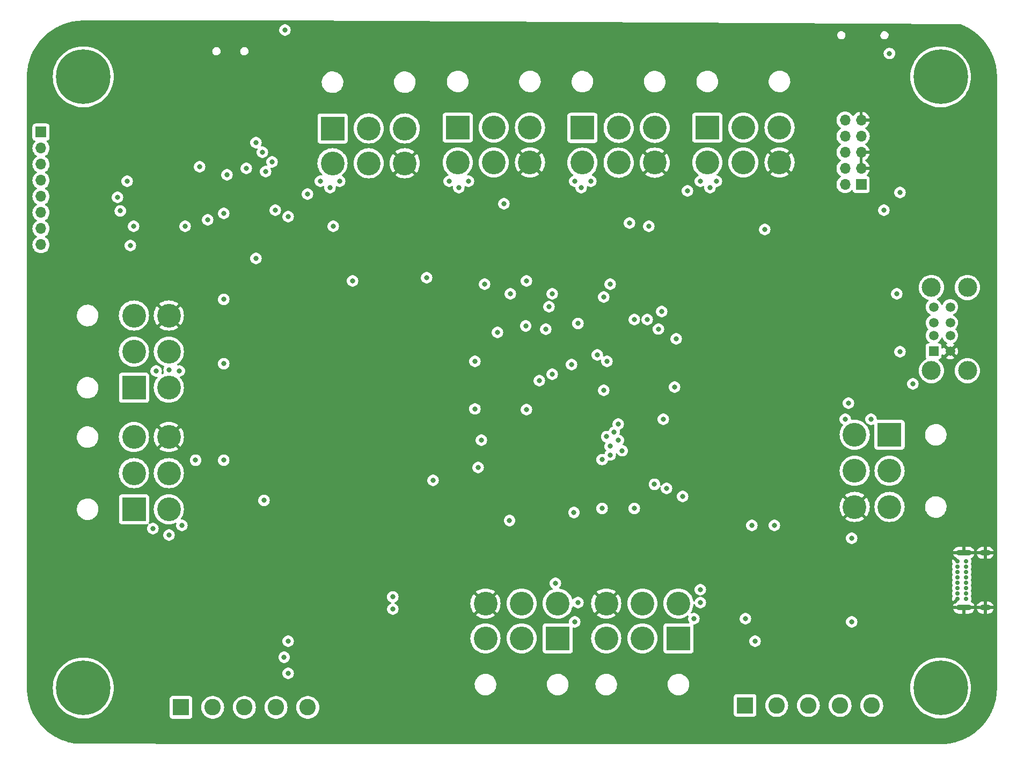
<source format=gbr>
%TF.GenerationSoftware,KiCad,Pcbnew,7.0.7*%
%TF.CreationDate,2024-02-07T15:25:18-06:00*%
%TF.ProjectId,stm32f429z,73746d33-3266-4343-9239-7a2e6b696361,rev?*%
%TF.SameCoordinates,Original*%
%TF.FileFunction,Copper,L3,Inr*%
%TF.FilePolarity,Positive*%
%FSLAX46Y46*%
G04 Gerber Fmt 4.6, Leading zero omitted, Abs format (unit mm)*
G04 Created by KiCad (PCBNEW 7.0.7) date 2024-02-07 15:25:18*
%MOMM*%
%LPD*%
G01*
G04 APERTURE LIST*
%TA.AperFunction,ComponentPad*%
%ADD10R,1.500000X1.500000*%
%TD*%
%TA.AperFunction,ComponentPad*%
%ADD11C,1.500000*%
%TD*%
%TA.AperFunction,ComponentPad*%
%ADD12C,3.000000*%
%TD*%
%TA.AperFunction,ComponentPad*%
%ADD13R,3.750000X3.750000*%
%TD*%
%TA.AperFunction,ComponentPad*%
%ADD14C,3.750000*%
%TD*%
%TA.AperFunction,ComponentPad*%
%ADD15R,1.700000X1.700000*%
%TD*%
%TA.AperFunction,ComponentPad*%
%ADD16O,1.700000X1.700000*%
%TD*%
%TA.AperFunction,ComponentPad*%
%ADD17R,2.600000X2.600000*%
%TD*%
%TA.AperFunction,ComponentPad*%
%ADD18C,2.600000*%
%TD*%
%TA.AperFunction,ComponentPad*%
%ADD19C,0.700000*%
%TD*%
%TA.AperFunction,ComponentPad*%
%ADD20O,2.400000X0.900000*%
%TD*%
%TA.AperFunction,ComponentPad*%
%ADD21O,1.700000X0.900000*%
%TD*%
%TA.AperFunction,ComponentPad*%
%ADD22C,0.900000*%
%TD*%
%TA.AperFunction,ComponentPad*%
%ADD23C,8.600000*%
%TD*%
%TA.AperFunction,ViaPad*%
%ADD24C,0.800000*%
%TD*%
G04 APERTURE END LIST*
D10*
%TO.N,+5V*%
%TO.C,J6*%
X211048000Y-88844000D03*
D11*
%TO.N,USB_OTG_FS_DP-*%
X211048000Y-86344000D03*
%TO.N,USB_OTG_FS_DP+*%
X211048000Y-84344000D03*
%TO.N,unconnected-(J6-ID-Pad4)*%
X211048000Y-81844000D03*
%TO.N,GND*%
X213668000Y-88844000D03*
%TO.N,unconnected-(J6-Shield-Pad6)*%
X213668000Y-86344000D03*
%TO.N,N/C*%
X213668000Y-84344000D03*
X213668000Y-81844000D03*
D12*
X210698000Y-91914000D03*
X216378000Y-91914000D03*
X210698000Y-78774000D03*
X216378000Y-78774000D03*
%TD*%
D13*
%TO.N,ADC1_IN9*%
%TO.C,J1*%
X170800000Y-134180000D03*
D14*
%TO.N,ADC1_IN15*%
X165100000Y-134180000D03*
%TO.N,ADC1_IN14*%
X159400000Y-134180000D03*
%TO.N,+5V*%
X170800000Y-128680000D03*
%TO.N,ADC1_IN8*%
X165100000Y-128680000D03*
%TO.N,GND*%
X159400000Y-128680000D03*
%TD*%
D15*
%TO.N,+5V*%
%TO.C,J8*%
X199613750Y-62487500D03*
D16*
%TO.N,Net-(J8-Pin_2)*%
X197073750Y-62487500D03*
%TO.N,GND*%
X199613750Y-59947500D03*
%TO.N,Net-(J8-Pin_4)*%
X197073750Y-59947500D03*
%TO.N,GND*%
X199613750Y-57407500D03*
%TO.N,Net-(J8-Pin_6)*%
X197073750Y-57407500D03*
%TO.N,unconnected-(J8-Pin_7-Pad7)*%
X199613750Y-54867500D03*
%TO.N,unconnected-(J8-Pin_8-Pad8)*%
X197073750Y-54867500D03*
%TO.N,GND*%
X199613750Y-52327500D03*
%TO.N,Net-(J8-Pin_10)*%
X197073750Y-52327500D03*
%TD*%
D17*
%TO.N,MCU_GPIO6*%
%TO.C,J16*%
X92315000Y-145085000D03*
D18*
%TO.N,MCU_GPIO7*%
X97315000Y-145085000D03*
%TO.N,MCU_GPIO8*%
X102315000Y-145085000D03*
%TO.N,MCU_GPIO9*%
X107315000Y-145085000D03*
%TO.N,MCU_GPIO10*%
X112315000Y-145085000D03*
%TD*%
D13*
%TO.N,SPI5_MOSI*%
%TO.C,J3*%
X84895000Y-113793750D03*
D14*
%TO.N,SPI5_MISO*%
X84895000Y-108093750D03*
%TO.N,SPI5_SCK *%
X84895000Y-102393750D03*
%TO.N,+5V*%
X90395000Y-113793750D03*
%TO.N,SPI5_CS  *%
X90395000Y-108093750D03*
%TO.N,GND*%
X90395000Y-102393750D03*
%TD*%
D17*
%TO.N,MCU_GPIO1*%
%TO.C,J15*%
X181295000Y-144780000D03*
D18*
%TO.N,MCU_GPIO2*%
X186295000Y-144780000D03*
%TO.N,MCU_GPIO3*%
X191295000Y-144780000D03*
%TO.N,MCU_GPIO4*%
X196295000Y-144780000D03*
%TO.N,MCU_GPIO5*%
X201295000Y-144780000D03*
%TD*%
D13*
%TO.N,ADC2_IN7*%
%TO.C,J2*%
X151750000Y-134180000D03*
D14*
%TO.N,ADC2_IN5*%
X146050000Y-134180000D03*
%TO.N,ADC2_IN4*%
X140350000Y-134180000D03*
%TO.N,+5V*%
X151750000Y-128680000D03*
%TO.N,ADC2_IN6*%
X146050000Y-128680000D03*
%TO.N,GND*%
X140350000Y-128680000D03*
%TD*%
D13*
%TO.N,USART1_RX*%
%TO.C,J10*%
X175340000Y-53527500D03*
D14*
%TO.N,unconnected-(J10-Pin_2-Pad2)*%
X181040000Y-53527500D03*
%TO.N,USART1_TX*%
X186740000Y-53527500D03*
%TO.N,+5V*%
X175340000Y-59027500D03*
%TO.N,unconnected-(J10-Pin_5-Pad5)*%
X181040000Y-59027500D03*
%TO.N,GND*%
X186740000Y-59027500D03*
%TD*%
D19*
%TO.N,GND*%
%TO.C,P2*%
X214825000Y-127975000D03*
%TO.N,Net-(D5-A)*%
X214825000Y-127125000D03*
%TO.N,unconnected-(P2-CC-PadA5)*%
X214825000Y-126275000D03*
%TO.N,unconnected-(P2-D+-PadA6)*%
X214825000Y-125425000D03*
%TO.N,unconnected-(P2-D--PadA7)*%
X214825000Y-124575000D03*
%TO.N,N/C*%
X214825000Y-123725000D03*
%TO.N,Net-(D5-A)*%
X214825000Y-122875000D03*
%TO.N,GND*%
X214825000Y-122025000D03*
X216175000Y-122025000D03*
%TO.N,Net-(D5-A)*%
X216175000Y-122875000D03*
%TO.N,unconnected-(P2-VCONN-PadB5)*%
X216175000Y-123725000D03*
%TO.N,N/C*%
X216175000Y-124575000D03*
X216175000Y-125425000D03*
X216175000Y-126275000D03*
%TO.N,Net-(D5-A)*%
X216175000Y-127125000D03*
%TO.N,GND*%
X216175000Y-127975000D03*
D20*
X215805000Y-129325000D03*
D21*
X219185000Y-129325000D03*
D20*
X215805000Y-120675000D03*
D21*
X219185000Y-120675000D03*
%TD*%
D13*
%TO.N,I2C2_SCL*%
%TO.C,J5*%
X84895000Y-94600000D03*
D14*
%TO.N,unconnected-(J5-Pin_2-Pad2)*%
X84895000Y-88900000D03*
%TO.N,I2C2_SDA*%
X84895000Y-83200000D03*
%TO.N,+5V*%
X90395000Y-94600000D03*
%TO.N,unconnected-(J5-Pin_5-Pad5)*%
X90395000Y-88900000D03*
%TO.N,GND*%
X90395000Y-83200000D03*
%TD*%
D15*
%TO.N,GP5*%
%TO.C,J12*%
X70232500Y-54232500D03*
D16*
%TO.N,GP4*%
X70232500Y-56772500D03*
%TO.N,GP3*%
X70232500Y-59312500D03*
%TO.N,GP0*%
X70232500Y-61852500D03*
%TO.N,GP1*%
X70232500Y-64392500D03*
%TO.N,GP2*%
X70232500Y-66932500D03*
%TO.N,CTS*%
X70232500Y-69472500D03*
%TO.N,RTS*%
X70232500Y-72012500D03*
%TD*%
D13*
%TO.N,CAN2+*%
%TO.C,J7*%
X204095000Y-102031250D03*
D14*
%TO.N,CAN2-*%
X204095000Y-107731250D03*
%TO.N,unconnected-(J7-Pin_3-Pad3)*%
X204095000Y-113431250D03*
%TO.N,+5V*%
X198595000Y-102031250D03*
%TO.N,unconnected-(J7-Pin_5-Pad5)*%
X198595000Y-107731250D03*
%TO.N,GND*%
X198595000Y-113431250D03*
%TD*%
D22*
%TO.N,N/C*%
%TO.C,H3*%
X208930000Y-45501250D03*
X209874581Y-43220831D03*
X209874581Y-47781669D03*
X212155000Y-42276250D03*
D23*
X212155000Y-45501250D03*
D22*
X212155000Y-48726250D03*
X214435419Y-43220831D03*
X214435419Y-47781669D03*
X215380000Y-45501250D03*
%TD*%
D13*
%TO.N,SPI3_MOSI*%
%TO.C,J4*%
X135970000Y-53527500D03*
D14*
%TO.N,SPI3_MISO*%
X141670000Y-53527500D03*
%TO.N,SPI3_SCK*%
X147370000Y-53527500D03*
%TO.N,+5V*%
X135970000Y-59027500D03*
%TO.N,SPI3_CS  *%
X141670000Y-59027500D03*
%TO.N,GND*%
X147370000Y-59027500D03*
%TD*%
D22*
%TO.N,N/C*%
%TO.C,H2*%
X73675000Y-142021250D03*
X74619581Y-139740831D03*
X74619581Y-144301669D03*
X76900000Y-138796250D03*
D23*
X76900000Y-142021250D03*
D22*
X76900000Y-145246250D03*
X79180419Y-139740831D03*
X79180419Y-144301669D03*
X80125000Y-142021250D03*
%TD*%
%TO.N,N/C*%
%TO.C,H1*%
X73675000Y-45501250D03*
X74619581Y-43220831D03*
X74619581Y-47781669D03*
X76900000Y-42276250D03*
D23*
X76900000Y-45501250D03*
D22*
X76900000Y-48726250D03*
X79180419Y-43220831D03*
X79180419Y-47781669D03*
X80125000Y-45501250D03*
%TD*%
D13*
%TO.N,I2C1_SCL*%
%TO.C,J14*%
X116220000Y-53655000D03*
D14*
%TO.N,unconnected-(J14-Pin_2-Pad2)*%
X121920000Y-53655000D03*
%TO.N,I2C1_SDA*%
X127620000Y-53655000D03*
%TO.N,+5V*%
X116220000Y-59155000D03*
%TO.N,unconnected-(J14-Pin_5-Pad5)*%
X121920000Y-59155000D03*
%TO.N,GND*%
X127620000Y-59155000D03*
%TD*%
D22*
%TO.N,N/C*%
%TO.C,H4*%
X208930000Y-142021250D03*
X209874581Y-139740831D03*
X209874581Y-144301669D03*
X212155000Y-138796250D03*
D23*
X212155000Y-142021250D03*
D22*
X212155000Y-145246250D03*
X214435419Y-139740831D03*
X214435419Y-144301669D03*
X215380000Y-142021250D03*
%TD*%
D13*
%TO.N,CAN1+*%
%TO.C,J11*%
X155655000Y-53561250D03*
D14*
%TO.N,CAN1-*%
X161355000Y-53561250D03*
%TO.N,unconnected-(J11-Pin_3-Pad3)*%
X167055000Y-53561250D03*
%TO.N,+5V*%
X155655000Y-59061250D03*
%TO.N,unconnected-(J11-Pin_5-Pad5)*%
X161355000Y-59061250D03*
%TO.N,GND*%
X167055000Y-59061250D03*
%TD*%
D24*
%TO.N,GND*%
X208650000Y-134600000D03*
X206150000Y-150020000D03*
X220100000Y-134490000D03*
X206180000Y-138740000D03*
X211020000Y-134580000D03*
X206130000Y-145560000D03*
X206140000Y-143360000D03*
X213420000Y-134560000D03*
X217740000Y-134490000D03*
X215420000Y-134560000D03*
X206130000Y-134650000D03*
X206110000Y-147930000D03*
X206150000Y-136670000D03*
X206150000Y-141040000D03*
X206370000Y-50030000D03*
X206260000Y-38580000D03*
X210510000Y-52500000D03*
X206350000Y-47660000D03*
X217330000Y-52550000D03*
X215130000Y-52540000D03*
X206330000Y-45260000D03*
X206260000Y-40940000D03*
X206330000Y-43260000D03*
X206420000Y-52550000D03*
X219700000Y-52570000D03*
X208440000Y-52530000D03*
X212810000Y-52530000D03*
X80400000Y-51130000D03*
X68950000Y-51240000D03*
X82870000Y-46990000D03*
X78030000Y-51150000D03*
X82920000Y-40170000D03*
X82910000Y-42370000D03*
X75630000Y-51170000D03*
X71310000Y-51240000D03*
X73630000Y-51170000D03*
X82920000Y-51080000D03*
X82940000Y-37800000D03*
X82900000Y-49060000D03*
X82900000Y-44690000D03*
X84760000Y-150300000D03*
X84760000Y-147940000D03*
X84690000Y-145620000D03*
X84690000Y-143620000D03*
X84670000Y-141220000D03*
X84650000Y-138850000D03*
X84600000Y-136330000D03*
X82580000Y-136350000D03*
X80510000Y-136380000D03*
X78210000Y-136350000D03*
X75890000Y-136340000D03*
X73690000Y-136330000D03*
X71320000Y-136310000D03*
X69230000Y-136350000D03*
X98552000Y-76200000D03*
X102616000Y-69596000D03*
X160655000Y-115570000D03*
X140970000Y-114300000D03*
X162560000Y-79248000D03*
X125984000Y-62484000D03*
X195580000Y-111760000D03*
X94742000Y-56642000D03*
X87884000Y-84836000D03*
X186436000Y-62484000D03*
X135128000Y-143256000D03*
X93472000Y-102108000D03*
X182880000Y-127508000D03*
X122936000Y-101600000D03*
X215900000Y-130810000D03*
X138430000Y-86995000D03*
X87376000Y-104648000D03*
X88392000Y-100584000D03*
X219075000Y-130810000D03*
X151765000Y-115570000D03*
X91440000Y-85852000D03*
X167132000Y-62992000D03*
X135128000Y-109728000D03*
X170815000Y-89535000D03*
X106680000Y-76200000D03*
X135128000Y-90424000D03*
X127508000Y-62992000D03*
X101600000Y-114300000D03*
X187960000Y-61468000D03*
X156972000Y-126492000D03*
X202692000Y-97028000D03*
X155575000Y-115570000D03*
X161036000Y-131572000D03*
X106680000Y-37592000D03*
X127508000Y-142748000D03*
X207772000Y-97028000D03*
X169926000Y-103378000D03*
X141224000Y-83820000D03*
X165608000Y-61976000D03*
X192201800Y-42748200D03*
X170688000Y-98552000D03*
X140208000Y-123952000D03*
X168656000Y-61976000D03*
X207518000Y-65532000D03*
X215900000Y-118872000D03*
X153416000Y-82804000D03*
X93472000Y-82296000D03*
X102616000Y-43180000D03*
X138176000Y-123952000D03*
X182372000Y-104648000D03*
X151988750Y-89475000D03*
X194564000Y-115824000D03*
X141732000Y-123444000D03*
X192278000Y-50038000D03*
X148844000Y-62484000D03*
X202184000Y-57404000D03*
X147828000Y-63500000D03*
X202184000Y-59690000D03*
X136652000Y-94996000D03*
X218948000Y-118872000D03*
X92964000Y-38608000D03*
X185420000Y-61468000D03*
X157988000Y-84836000D03*
X93472000Y-44196000D03*
X129032000Y-62484000D03*
X146304000Y-62484000D03*
X195072000Y-113284000D03*
X216080000Y-88780000D03*
%TO.N,+3.3V*%
X144145000Y-115570000D03*
X138684000Y-90424000D03*
X131064000Y-77216000D03*
X150368000Y-81788000D03*
X163830000Y-113665000D03*
X185928000Y-116332000D03*
X182372000Y-116332000D03*
X99060000Y-80645000D03*
X170180000Y-94488000D03*
X99060000Y-90805000D03*
X204070000Y-41810000D03*
X154305000Y-114300000D03*
X139700000Y-102870000D03*
X95250000Y-59690000D03*
X154940000Y-84455000D03*
X119380000Y-77724000D03*
X158750000Y-113665000D03*
X142240000Y-85852000D03*
X138684000Y-97950500D03*
X105410000Y-112395000D03*
X104140000Y-74168000D03*
X168402000Y-99568000D03*
X139192000Y-107188000D03*
X170434000Y-86868000D03*
X102616000Y-59944000D03*
%TO.N,+5V*%
X154432000Y-131572000D03*
X117348000Y-61976000D03*
X201168000Y-99568000D03*
X154432000Y-61976000D03*
X198120000Y-118364000D03*
X114300000Y-61976000D03*
X198120000Y-131572000D03*
X136144000Y-62992000D03*
X175768000Y-62992000D03*
X205740000Y-88900000D03*
X90424000Y-117856000D03*
X92050000Y-91950000D03*
X155448000Y-62992000D03*
X134620000Y-61976000D03*
X108712000Y-38100000D03*
X172212000Y-63500000D03*
X90440000Y-91800000D03*
X174244000Y-61976000D03*
X154940000Y-128524000D03*
X197104000Y-99568000D03*
X87884000Y-116840000D03*
X174244000Y-126492000D03*
X207772000Y-93980000D03*
X173228000Y-131064000D03*
X181356000Y-131064000D03*
X182880000Y-134620000D03*
X156972000Y-61976000D03*
X176784000Y-61976000D03*
X88392000Y-91948000D03*
X174244000Y-128524000D03*
X197612000Y-97028000D03*
X205232000Y-79756000D03*
X92456000Y-116332000D03*
X151384000Y-125476000D03*
X115824000Y-62992000D03*
X137668000Y-61976000D03*
%TO.N,NRST*%
X159004000Y-94996000D03*
X184404000Y-69596000D03*
%TO.N,SPI5_CS  *%
X146812000Y-98044000D03*
X132080000Y-109220000D03*
X94615000Y-106045000D03*
X99060000Y-106045000D03*
%TO.N,SPI3_CS  *%
X153924000Y-90932000D03*
X143256000Y-65532000D03*
%TO.N,I2C1_SDA*%
X146695500Y-84836000D03*
X146812000Y-77724000D03*
%TO.N,USART1_RX*%
X116332000Y-69088000D03*
X150876000Y-79756000D03*
X140208000Y-78232000D03*
X163068000Y-68580000D03*
%TO.N,USART1_TX*%
X149860000Y-85344000D03*
X144272000Y-79756000D03*
X166116000Y-69088000D03*
%TO.N,GP5*%
X99060000Y-67056000D03*
X105664000Y-60452000D03*
%TO.N,GP4*%
X107188000Y-66548000D03*
X96520000Y-68072000D03*
%TO.N,GP3*%
X109220000Y-67564000D03*
X92964000Y-69088000D03*
%TO.N,GP2*%
X82742250Y-66675000D03*
X106680000Y-58928000D03*
%TO.N,GP1*%
X105156000Y-57404000D03*
X82296000Y-64516000D03*
%TO.N,GP0*%
X83820000Y-61976000D03*
X104140000Y-55880000D03*
%TO.N,CTS*%
X99568000Y-60960000D03*
X84836000Y-69088000D03*
%TO.N,RTS*%
X112268000Y-64008000D03*
X84328000Y-72136000D03*
%TO.N,SYS_JTCLK-SWCLK*%
X165862000Y-83820000D03*
X163830000Y-83820000D03*
%TO.N,SYS_JTDO-SWO*%
X168148000Y-82550000D03*
X150876000Y-92456000D03*
%TO.N,BOOT0*%
X203200000Y-66548000D03*
X167635701Y-85339701D03*
X205740000Y-63754000D03*
X148844000Y-93472000D03*
%TO.N,MCU_GPIO10*%
X125730000Y-129540000D03*
X160025194Y-103826306D03*
%TO.N,MCU_GPIO9*%
X161308487Y-102900303D03*
X125730000Y-127635000D03*
%TO.N,MCU_GPIO8*%
X159474500Y-102324500D03*
X109220000Y-139700000D03*
%TO.N,MCU_GPIO7*%
X160655000Y-101600000D03*
X108585000Y-137160000D03*
%TO.N,MCU_GPIO6*%
X109220000Y-134620000D03*
X161290000Y-100330000D03*
%TO.N,MCU_GPIO5*%
X161925000Y-104556500D03*
X171450000Y-111760000D03*
%TO.N,MCU_GPIO4*%
X168910000Y-110490000D03*
X160020000Y-105231000D03*
%TO.N,MCU_GPIO3*%
X167005000Y-109855000D03*
X158750000Y-105955500D03*
%TO.N,CAN1_TX*%
X160020000Y-78232000D03*
X159512000Y-90424000D03*
%TO.N,CAN SIlent Mode 1*%
X159004000Y-80264000D03*
X157988000Y-89408000D03*
%TD*%
%TA.AperFunction,Conductor*%
%TO.N,GND*%
G36*
X212406812Y-86651688D02*
G01*
X212460690Y-86696173D01*
X212477775Y-86733584D01*
X212488422Y-86773322D01*
X212488424Y-86773326D01*
X212488425Y-86773330D01*
X212532570Y-86868000D01*
X212580897Y-86971638D01*
X212580898Y-86971639D01*
X212706402Y-87150877D01*
X212861123Y-87305598D01*
X213028079Y-87422502D01*
X213040361Y-87431102D01*
X213149285Y-87481894D01*
X213201724Y-87528066D01*
X213220876Y-87595260D01*
X213200660Y-87662141D01*
X213149285Y-87706658D01*
X213040614Y-87757332D01*
X213040612Y-87757333D01*
X212978428Y-87800875D01*
X212978427Y-87800875D01*
X213438450Y-88260897D01*
X213471935Y-88322220D01*
X213466951Y-88391911D01*
X213425080Y-88447845D01*
X213408253Y-88458063D01*
X213405948Y-88459634D01*
X213304295Y-88553955D01*
X213304290Y-88553961D01*
X213282645Y-88591451D01*
X213232078Y-88639666D01*
X213163471Y-88652888D01*
X213098606Y-88626920D01*
X213087578Y-88617131D01*
X212624875Y-88154427D01*
X212624875Y-88154428D01*
X212581333Y-88216612D01*
X212581332Y-88216614D01*
X212534881Y-88316229D01*
X212488708Y-88368668D01*
X212421515Y-88387820D01*
X212354634Y-88367604D01*
X212309299Y-88314438D01*
X212298499Y-88263824D01*
X212298499Y-88046129D01*
X212298498Y-88046123D01*
X212298497Y-88046116D01*
X212292091Y-87986517D01*
X212241796Y-87851669D01*
X212241795Y-87851668D01*
X212241793Y-87851664D01*
X212155547Y-87736455D01*
X212155544Y-87736452D01*
X212040335Y-87650206D01*
X212040328Y-87650202D01*
X211905482Y-87599908D01*
X211905483Y-87599908D01*
X211845883Y-87593501D01*
X211845881Y-87593500D01*
X211845873Y-87593500D01*
X211845865Y-87593500D01*
X211836988Y-87593500D01*
X211769949Y-87573815D01*
X211724194Y-87521011D01*
X211714250Y-87451853D01*
X211743275Y-87388297D01*
X211765864Y-87367926D01*
X211787770Y-87352586D01*
X211854877Y-87305598D01*
X212009598Y-87150877D01*
X212135102Y-86971639D01*
X212227575Y-86773330D01*
X212238224Y-86733584D01*
X212274590Y-86673924D01*
X212337436Y-86643394D01*
X212406812Y-86651688D01*
G37*
%TD.AperFunction*%
%TA.AperFunction,Conductor*%
G36*
X199791262Y-57907007D02*
G01*
X199844065Y-57952762D01*
X199863750Y-58019801D01*
X199863750Y-59335198D01*
X199844065Y-59402237D01*
X199791261Y-59447992D01*
X199722105Y-59457936D01*
X199649516Y-59447500D01*
X199649513Y-59447500D01*
X199577987Y-59447500D01*
X199577983Y-59447500D01*
X199505395Y-59457936D01*
X199436237Y-59447992D01*
X199383434Y-59402236D01*
X199363750Y-59335198D01*
X199363750Y-58019801D01*
X199383435Y-57952762D01*
X199436239Y-57907007D01*
X199505397Y-57897063D01*
X199577987Y-57907500D01*
X199577988Y-57907500D01*
X199649512Y-57907500D01*
X199649513Y-57907500D01*
X199722103Y-57897063D01*
X199791262Y-57907007D01*
G37*
%TD.AperFunction*%
%TA.AperFunction,Conductor*%
G36*
X215151923Y-37144269D02*
G01*
X215194976Y-37152215D01*
X215231133Y-37165823D01*
X215354395Y-37212215D01*
X215617428Y-37315942D01*
X215620226Y-37317127D01*
X215900436Y-37444088D01*
X216156536Y-37565883D01*
X216159055Y-37567154D01*
X216430037Y-37711997D01*
X216430043Y-37712000D01*
X216678858Y-37851902D01*
X216848473Y-37957374D01*
X216940696Y-38014722D01*
X217070712Y-38099999D01*
X217179652Y-38171452D01*
X217430104Y-38350922D01*
X217657958Y-38523709D01*
X217896043Y-38719100D01*
X218111627Y-38907078D01*
X218137389Y-38931207D01*
X218336391Y-39117592D01*
X218538676Y-39319876D01*
X218749173Y-39544620D01*
X218853345Y-39664088D01*
X218937174Y-39760227D01*
X219063503Y-39914157D01*
X219132568Y-39998314D01*
X219305326Y-40226128D01*
X219372562Y-40319954D01*
X219484805Y-40476588D01*
X219484835Y-40476629D01*
X219641534Y-40715536D01*
X219804375Y-40977403D01*
X219944269Y-41226202D01*
X220089107Y-41497173D01*
X220090416Y-41499766D01*
X220197736Y-41725425D01*
X220212168Y-41755771D01*
X220245853Y-41830112D01*
X220339151Y-42036024D01*
X220340355Y-42038868D01*
X220444084Y-42301906D01*
X220552649Y-42590353D01*
X220553718Y-42593437D01*
X220638937Y-42861931D01*
X220728684Y-43157782D01*
X220729591Y-43161101D01*
X220795868Y-43433066D01*
X220866438Y-43735722D01*
X220867157Y-43739267D01*
X220914202Y-44012117D01*
X220965295Y-44321569D01*
X220965798Y-44325329D01*
X220993390Y-44593713D01*
X221024813Y-44912740D01*
X221025075Y-44916706D01*
X221033572Y-45165975D01*
X221044500Y-45499744D01*
X221044500Y-142021250D01*
X221033014Y-142372083D01*
X221025030Y-142605777D01*
X221024767Y-142609739D01*
X220993338Y-142928855D01*
X220965755Y-143197160D01*
X220965252Y-143200919D01*
X220914158Y-143510396D01*
X220867116Y-143783235D01*
X220866397Y-143786780D01*
X220795842Y-144089377D01*
X220729555Y-144361388D01*
X220728648Y-144364707D01*
X220638900Y-144660567D01*
X220553690Y-144929041D01*
X220552621Y-144932125D01*
X220444047Y-145220597D01*
X220340308Y-145483660D01*
X220339104Y-145486503D01*
X220212154Y-145766689D01*
X220090385Y-146022732D01*
X220089074Y-146025331D01*
X219944242Y-146296295D01*
X219804350Y-146545091D01*
X219641519Y-146806945D01*
X219484795Y-147045890D01*
X219305334Y-147296327D01*
X219193064Y-147444378D01*
X219132527Y-147524208D01*
X218937162Y-147762259D01*
X218749154Y-147977877D01*
X218538669Y-148202609D01*
X218336359Y-148404919D01*
X218111627Y-148615404D01*
X217896009Y-148803412D01*
X217657958Y-148998777D01*
X217578128Y-149059314D01*
X217430077Y-149171584D01*
X217179640Y-149351045D01*
X216940695Y-149507769D01*
X216678841Y-149670600D01*
X216430045Y-149810492D01*
X216159081Y-149955324D01*
X216156482Y-149956635D01*
X215900439Y-150078404D01*
X215620253Y-150205354D01*
X215617410Y-150206558D01*
X215354347Y-150310297D01*
X215065875Y-150418871D01*
X215062791Y-150419940D01*
X214794317Y-150505150D01*
X214498457Y-150594898D01*
X214495138Y-150595805D01*
X214223127Y-150662092D01*
X213920530Y-150732647D01*
X213916985Y-150733366D01*
X213644146Y-150780408D01*
X213334669Y-150831502D01*
X213330910Y-150832005D01*
X213062605Y-150859588D01*
X212743489Y-150891017D01*
X212739527Y-150891280D01*
X212505833Y-150899264D01*
X212155000Y-150910750D01*
X101354334Y-150910750D01*
X75430009Y-150781985D01*
X75409556Y-150780184D01*
X75138004Y-150733364D01*
X75134459Y-150732645D01*
X74831871Y-150662093D01*
X74630874Y-150613112D01*
X74559844Y-150595802D01*
X74556534Y-150594898D01*
X74260724Y-150505165D01*
X73992182Y-150419934D01*
X73989103Y-150418867D01*
X73700663Y-150310306D01*
X73437579Y-150206559D01*
X73434736Y-150205355D01*
X73254347Y-150123623D01*
X73154545Y-150078403D01*
X72898497Y-149956632D01*
X72895899Y-149955321D01*
X72624956Y-149810499D01*
X72376141Y-149670597D01*
X72114304Y-149507778D01*
X71875346Y-149351046D01*
X71624898Y-149171579D01*
X71397049Y-148998797D01*
X71158956Y-148803399D01*
X70943371Y-148615420D01*
X70718608Y-148404907D01*
X70516323Y-148202623D01*
X70305826Y-147977879D01*
X70218954Y-147878252D01*
X70117806Y-147762250D01*
X70037457Y-147664345D01*
X69922431Y-147524185D01*
X69749673Y-147296371D01*
X69672035Y-147188030D01*
X69570162Y-147045867D01*
X69413465Y-146806963D01*
X69250624Y-146545096D01*
X69110730Y-146296297D01*
X68965891Y-146025325D01*
X68964593Y-146022755D01*
X68842830Y-145766727D01*
X68715838Y-145486453D01*
X68714656Y-145483660D01*
X68610915Y-145220593D01*
X68502349Y-144932145D01*
X68501280Y-144929061D01*
X68416062Y-144660568D01*
X68416062Y-144660567D01*
X68326301Y-144364670D01*
X68325418Y-144361437D01*
X68259148Y-144089506D01*
X68188559Y-143786774D01*
X68187847Y-143783263D01*
X68140797Y-143510382D01*
X68134171Y-143470250D01*
X68089697Y-143200888D01*
X68089205Y-143197210D01*
X68061616Y-142928855D01*
X68030183Y-142609729D01*
X68029924Y-142605808D01*
X68021414Y-142356134D01*
X68019404Y-142294753D01*
X68015571Y-142177663D01*
X68010500Y-142022779D01*
X68010500Y-142021250D01*
X72094661Y-142021250D01*
X72114005Y-142451987D01*
X72114006Y-142451996D01*
X72171885Y-142879277D01*
X72267830Y-143299641D01*
X72401073Y-143709722D01*
X72401076Y-143709730D01*
X72570533Y-144106197D01*
X72570537Y-144106205D01*
X72570539Y-144106208D01*
X72774863Y-144485905D01*
X72774867Y-144485911D01*
X72774867Y-144485912D01*
X73012394Y-144845751D01*
X73012404Y-144845764D01*
X73281225Y-145182857D01*
X73281237Y-145182870D01*
X73510938Y-145423118D01*
X73579210Y-145494524D01*
X73903920Y-145778215D01*
X73903930Y-145778222D01*
X73903931Y-145778223D01*
X74244037Y-146025325D01*
X74252753Y-146031657D01*
X74622900Y-146252810D01*
X74622903Y-146252811D01*
X74622904Y-146252812D01*
X74622906Y-146252813D01*
X75011372Y-146439889D01*
X75011386Y-146439895D01*
X75415055Y-146591394D01*
X75415059Y-146591395D01*
X75415069Y-146591399D01*
X75830711Y-146706109D01*
X76254964Y-146783100D01*
X76684409Y-146821750D01*
X76684416Y-146821750D01*
X77115584Y-146821750D01*
X77115591Y-146821750D01*
X77545036Y-146783100D01*
X77969289Y-146706109D01*
X78384931Y-146591399D01*
X78788619Y-146439893D01*
X78803202Y-146432870D01*
X90514500Y-146432870D01*
X90514501Y-146432876D01*
X90520908Y-146492483D01*
X90571202Y-146627328D01*
X90571206Y-146627335D01*
X90657452Y-146742544D01*
X90657455Y-146742547D01*
X90772664Y-146828793D01*
X90772671Y-146828797D01*
X90907517Y-146879091D01*
X90907516Y-146879091D01*
X90914444Y-146879835D01*
X90967127Y-146885500D01*
X93662872Y-146885499D01*
X93722483Y-146879091D01*
X93857331Y-146828796D01*
X93972546Y-146742546D01*
X94058796Y-146627331D01*
X94109091Y-146492483D01*
X94115500Y-146432873D01*
X94115500Y-145085004D01*
X95509451Y-145085004D01*
X95529616Y-145354101D01*
X95589664Y-145617188D01*
X95589666Y-145617195D01*
X95652865Y-145778223D01*
X95688257Y-145868398D01*
X95823185Y-146102102D01*
X95959080Y-146272509D01*
X95991442Y-146313089D01*
X96178183Y-146486358D01*
X96189259Y-146496635D01*
X96412226Y-146648651D01*
X96655359Y-146765738D01*
X96913228Y-146845280D01*
X96913229Y-146845280D01*
X96913232Y-146845281D01*
X97180063Y-146885499D01*
X97180068Y-146885499D01*
X97180071Y-146885500D01*
X97180072Y-146885500D01*
X97449928Y-146885500D01*
X97449929Y-146885500D01*
X97449936Y-146885499D01*
X97716767Y-146845281D01*
X97716768Y-146845280D01*
X97716772Y-146845280D01*
X97974641Y-146765738D01*
X98217775Y-146648651D01*
X98440741Y-146496635D01*
X98605614Y-146343655D01*
X98638557Y-146313089D01*
X98638557Y-146313087D01*
X98638561Y-146313085D01*
X98806815Y-146102102D01*
X98941743Y-145868398D01*
X99040334Y-145617195D01*
X99100383Y-145354103D01*
X99120549Y-145085004D01*
X100509451Y-145085004D01*
X100529616Y-145354101D01*
X100589664Y-145617188D01*
X100589666Y-145617195D01*
X100652865Y-145778223D01*
X100688257Y-145868398D01*
X100823185Y-146102102D01*
X100959080Y-146272509D01*
X100991442Y-146313089D01*
X101178183Y-146486358D01*
X101189259Y-146496635D01*
X101412226Y-146648651D01*
X101655359Y-146765738D01*
X101913228Y-146845280D01*
X101913229Y-146845280D01*
X101913232Y-146845281D01*
X102180063Y-146885499D01*
X102180068Y-146885499D01*
X102180071Y-146885500D01*
X102180072Y-146885500D01*
X102449928Y-146885500D01*
X102449929Y-146885500D01*
X102449936Y-146885499D01*
X102716767Y-146845281D01*
X102716768Y-146845280D01*
X102716772Y-146845280D01*
X102974641Y-146765738D01*
X103217775Y-146648651D01*
X103440741Y-146496635D01*
X103605614Y-146343655D01*
X103638557Y-146313089D01*
X103638557Y-146313087D01*
X103638561Y-146313085D01*
X103806815Y-146102102D01*
X103941743Y-145868398D01*
X104040334Y-145617195D01*
X104100383Y-145354103D01*
X104120549Y-145085004D01*
X105509451Y-145085004D01*
X105529616Y-145354101D01*
X105589664Y-145617188D01*
X105589666Y-145617195D01*
X105652865Y-145778223D01*
X105688257Y-145868398D01*
X105823185Y-146102102D01*
X105959080Y-146272509D01*
X105991442Y-146313089D01*
X106178183Y-146486358D01*
X106189259Y-146496635D01*
X106412226Y-146648651D01*
X106655359Y-146765738D01*
X106913228Y-146845280D01*
X106913229Y-146845280D01*
X106913232Y-146845281D01*
X107180063Y-146885499D01*
X107180068Y-146885499D01*
X107180071Y-146885500D01*
X107180072Y-146885500D01*
X107449928Y-146885500D01*
X107449929Y-146885500D01*
X107449936Y-146885499D01*
X107716767Y-146845281D01*
X107716768Y-146845280D01*
X107716772Y-146845280D01*
X107974641Y-146765738D01*
X108217775Y-146648651D01*
X108440741Y-146496635D01*
X108605614Y-146343655D01*
X108638557Y-146313089D01*
X108638557Y-146313087D01*
X108638561Y-146313085D01*
X108806815Y-146102102D01*
X108941743Y-145868398D01*
X109040334Y-145617195D01*
X109100383Y-145354103D01*
X109120549Y-145085004D01*
X110509451Y-145085004D01*
X110529616Y-145354101D01*
X110589664Y-145617188D01*
X110589666Y-145617195D01*
X110652865Y-145778223D01*
X110688257Y-145868398D01*
X110823185Y-146102102D01*
X110959080Y-146272509D01*
X110991442Y-146313089D01*
X111178183Y-146486358D01*
X111189259Y-146496635D01*
X111412226Y-146648651D01*
X111655359Y-146765738D01*
X111913228Y-146845280D01*
X111913229Y-146845280D01*
X111913232Y-146845281D01*
X112180063Y-146885499D01*
X112180068Y-146885499D01*
X112180071Y-146885500D01*
X112180072Y-146885500D01*
X112449928Y-146885500D01*
X112449929Y-146885500D01*
X112449936Y-146885499D01*
X112716767Y-146845281D01*
X112716768Y-146845280D01*
X112716772Y-146845280D01*
X112974641Y-146765738D01*
X113217775Y-146648651D01*
X113440741Y-146496635D01*
X113605614Y-146343655D01*
X113638557Y-146313089D01*
X113638557Y-146313087D01*
X113638561Y-146313085D01*
X113786266Y-146127870D01*
X179494500Y-146127870D01*
X179494501Y-146127876D01*
X179500908Y-146187483D01*
X179551202Y-146322328D01*
X179551206Y-146322335D01*
X179637452Y-146437544D01*
X179637455Y-146437547D01*
X179752664Y-146523793D01*
X179752671Y-146523797D01*
X179887517Y-146574091D01*
X179887516Y-146574091D01*
X179894444Y-146574835D01*
X179947127Y-146580500D01*
X182642872Y-146580499D01*
X182702483Y-146574091D01*
X182837331Y-146523796D01*
X182952546Y-146437546D01*
X183038796Y-146322331D01*
X183089091Y-146187483D01*
X183095500Y-146127873D01*
X183095500Y-144780004D01*
X184489451Y-144780004D01*
X184509616Y-145049101D01*
X184569664Y-145312188D01*
X184569666Y-145312195D01*
X184641225Y-145494524D01*
X184668257Y-145563398D01*
X184803185Y-145797102D01*
X184927490Y-145952975D01*
X184971442Y-146008089D01*
X185158183Y-146181358D01*
X185169259Y-146191635D01*
X185392226Y-146343651D01*
X185635359Y-146460738D01*
X185893228Y-146540280D01*
X185893229Y-146540280D01*
X185893232Y-146540281D01*
X186160063Y-146580499D01*
X186160068Y-146580499D01*
X186160071Y-146580500D01*
X186160072Y-146580500D01*
X186429928Y-146580500D01*
X186429929Y-146580500D01*
X186429936Y-146580499D01*
X186696767Y-146540281D01*
X186696768Y-146540280D01*
X186696772Y-146540280D01*
X186954641Y-146460738D01*
X187197775Y-146343651D01*
X187420741Y-146191635D01*
X187574259Y-146049190D01*
X187618557Y-146008089D01*
X187618557Y-146008087D01*
X187618561Y-146008085D01*
X187786815Y-145797102D01*
X187921743Y-145563398D01*
X188020334Y-145312195D01*
X188080383Y-145049103D01*
X188089380Y-144929041D01*
X188100549Y-144780004D01*
X189489451Y-144780004D01*
X189509616Y-145049101D01*
X189569664Y-145312188D01*
X189569666Y-145312195D01*
X189641225Y-145494524D01*
X189668257Y-145563398D01*
X189803185Y-145797102D01*
X189927490Y-145952975D01*
X189971442Y-146008089D01*
X190158183Y-146181358D01*
X190169259Y-146191635D01*
X190392226Y-146343651D01*
X190635359Y-146460738D01*
X190893228Y-146540280D01*
X190893229Y-146540280D01*
X190893232Y-146540281D01*
X191160063Y-146580499D01*
X191160068Y-146580499D01*
X191160071Y-146580500D01*
X191160072Y-146580500D01*
X191429928Y-146580500D01*
X191429929Y-146580500D01*
X191429936Y-146580499D01*
X191696767Y-146540281D01*
X191696768Y-146540280D01*
X191696772Y-146540280D01*
X191954641Y-146460738D01*
X192197775Y-146343651D01*
X192420741Y-146191635D01*
X192574259Y-146049190D01*
X192618557Y-146008089D01*
X192618557Y-146008087D01*
X192618561Y-146008085D01*
X192786815Y-145797102D01*
X192921743Y-145563398D01*
X193020334Y-145312195D01*
X193080383Y-145049103D01*
X193089380Y-144929041D01*
X193100549Y-144780004D01*
X194489451Y-144780004D01*
X194509616Y-145049101D01*
X194569664Y-145312188D01*
X194569666Y-145312195D01*
X194641225Y-145494524D01*
X194668257Y-145563398D01*
X194803185Y-145797102D01*
X194927490Y-145952975D01*
X194971442Y-146008089D01*
X195158183Y-146181358D01*
X195169259Y-146191635D01*
X195392226Y-146343651D01*
X195635359Y-146460738D01*
X195893228Y-146540280D01*
X195893229Y-146540280D01*
X195893232Y-146540281D01*
X196160063Y-146580499D01*
X196160068Y-146580499D01*
X196160071Y-146580500D01*
X196160072Y-146580500D01*
X196429928Y-146580500D01*
X196429929Y-146580500D01*
X196429936Y-146580499D01*
X196696767Y-146540281D01*
X196696768Y-146540280D01*
X196696772Y-146540280D01*
X196954641Y-146460738D01*
X197197775Y-146343651D01*
X197420741Y-146191635D01*
X197574259Y-146049190D01*
X197618557Y-146008089D01*
X197618557Y-146008087D01*
X197618561Y-146008085D01*
X197786815Y-145797102D01*
X197921743Y-145563398D01*
X198020334Y-145312195D01*
X198080383Y-145049103D01*
X198089380Y-144929041D01*
X198100549Y-144780004D01*
X199489451Y-144780004D01*
X199509616Y-145049101D01*
X199569664Y-145312188D01*
X199569666Y-145312195D01*
X199641225Y-145494524D01*
X199668257Y-145563398D01*
X199803185Y-145797102D01*
X199927490Y-145952975D01*
X199971442Y-146008089D01*
X200158183Y-146181358D01*
X200169259Y-146191635D01*
X200392226Y-146343651D01*
X200635359Y-146460738D01*
X200893228Y-146540280D01*
X200893229Y-146540280D01*
X200893232Y-146540281D01*
X201160063Y-146580499D01*
X201160068Y-146580499D01*
X201160071Y-146580500D01*
X201160072Y-146580500D01*
X201429928Y-146580500D01*
X201429929Y-146580500D01*
X201429936Y-146580499D01*
X201696767Y-146540281D01*
X201696768Y-146540280D01*
X201696772Y-146540280D01*
X201954641Y-146460738D01*
X202197775Y-146343651D01*
X202420741Y-146191635D01*
X202574259Y-146049190D01*
X202618557Y-146008089D01*
X202618557Y-146008087D01*
X202618561Y-146008085D01*
X202786815Y-145797102D01*
X202921743Y-145563398D01*
X203020334Y-145312195D01*
X203080383Y-145049103D01*
X203089380Y-144929041D01*
X203100549Y-144780004D01*
X203100549Y-144779995D01*
X203080383Y-144510898D01*
X203047016Y-144364707D01*
X203020334Y-144247805D01*
X202921743Y-143996602D01*
X202786815Y-143762898D01*
X202618561Y-143551915D01*
X202618560Y-143551914D01*
X202618557Y-143551910D01*
X202420741Y-143368365D01*
X202380900Y-143341202D01*
X202197775Y-143216349D01*
X202197769Y-143216346D01*
X202197768Y-143216345D01*
X202197767Y-143216344D01*
X201954643Y-143099263D01*
X201954645Y-143099263D01*
X201696773Y-143019720D01*
X201696767Y-143019718D01*
X201429936Y-142979500D01*
X201429929Y-142979500D01*
X201160071Y-142979500D01*
X201160063Y-142979500D01*
X200893232Y-143019718D01*
X200893226Y-143019720D01*
X200635358Y-143099262D01*
X200392230Y-143216346D01*
X200169258Y-143368365D01*
X199971442Y-143551910D01*
X199803185Y-143762898D01*
X199668258Y-143996599D01*
X199668256Y-143996603D01*
X199569666Y-144247804D01*
X199569664Y-144247811D01*
X199509616Y-144510898D01*
X199489451Y-144779995D01*
X199489451Y-144780004D01*
X198100549Y-144780004D01*
X198100549Y-144779995D01*
X198080383Y-144510898D01*
X198047016Y-144364707D01*
X198020334Y-144247805D01*
X197921743Y-143996602D01*
X197786815Y-143762898D01*
X197618561Y-143551915D01*
X197618560Y-143551914D01*
X197618557Y-143551910D01*
X197420741Y-143368365D01*
X197380900Y-143341202D01*
X197197775Y-143216349D01*
X197197769Y-143216346D01*
X197197768Y-143216345D01*
X197197767Y-143216344D01*
X196954643Y-143099263D01*
X196954645Y-143099263D01*
X196696773Y-143019720D01*
X196696767Y-143019718D01*
X196429936Y-142979500D01*
X196429929Y-142979500D01*
X196160071Y-142979500D01*
X196160063Y-142979500D01*
X195893232Y-143019718D01*
X195893226Y-143019720D01*
X195635358Y-143099262D01*
X195392230Y-143216346D01*
X195169258Y-143368365D01*
X194971442Y-143551910D01*
X194803185Y-143762898D01*
X194668258Y-143996599D01*
X194668256Y-143996603D01*
X194569666Y-144247804D01*
X194569664Y-144247811D01*
X194509616Y-144510898D01*
X194489451Y-144779995D01*
X194489451Y-144780004D01*
X193100549Y-144780004D01*
X193100549Y-144779995D01*
X193080383Y-144510898D01*
X193047016Y-144364707D01*
X193020334Y-144247805D01*
X192921743Y-143996602D01*
X192786815Y-143762898D01*
X192618561Y-143551915D01*
X192618560Y-143551914D01*
X192618557Y-143551910D01*
X192420741Y-143368365D01*
X192380900Y-143341202D01*
X192197775Y-143216349D01*
X192197769Y-143216346D01*
X192197768Y-143216345D01*
X192197767Y-143216344D01*
X191954643Y-143099263D01*
X191954645Y-143099263D01*
X191696773Y-143019720D01*
X191696767Y-143019718D01*
X191429936Y-142979500D01*
X191429929Y-142979500D01*
X191160071Y-142979500D01*
X191160063Y-142979500D01*
X190893232Y-143019718D01*
X190893226Y-143019720D01*
X190635358Y-143099262D01*
X190392230Y-143216346D01*
X190169258Y-143368365D01*
X189971442Y-143551910D01*
X189803185Y-143762898D01*
X189668258Y-143996599D01*
X189668256Y-143996603D01*
X189569666Y-144247804D01*
X189569664Y-144247811D01*
X189509616Y-144510898D01*
X189489451Y-144779995D01*
X189489451Y-144780004D01*
X188100549Y-144780004D01*
X188100549Y-144779995D01*
X188080383Y-144510898D01*
X188047016Y-144364707D01*
X188020334Y-144247805D01*
X187921743Y-143996602D01*
X187786815Y-143762898D01*
X187618561Y-143551915D01*
X187618560Y-143551914D01*
X187618557Y-143551910D01*
X187420741Y-143368365D01*
X187380900Y-143341202D01*
X187197775Y-143216349D01*
X187197769Y-143216346D01*
X187197768Y-143216345D01*
X187197767Y-143216344D01*
X186954643Y-143099263D01*
X186954645Y-143099263D01*
X186696773Y-143019720D01*
X186696767Y-143019718D01*
X186429936Y-142979500D01*
X186429929Y-142979500D01*
X186160071Y-142979500D01*
X186160063Y-142979500D01*
X185893232Y-143019718D01*
X185893226Y-143019720D01*
X185635358Y-143099262D01*
X185392230Y-143216346D01*
X185169258Y-143368365D01*
X184971442Y-143551910D01*
X184803185Y-143762898D01*
X184668258Y-143996599D01*
X184668256Y-143996603D01*
X184569666Y-144247804D01*
X184569664Y-144247811D01*
X184509616Y-144510898D01*
X184489451Y-144779995D01*
X184489451Y-144780004D01*
X183095500Y-144780004D01*
X183095499Y-143432128D01*
X183089091Y-143372517D01*
X183087542Y-143368365D01*
X183038797Y-143237671D01*
X183038793Y-143237664D01*
X182952547Y-143122455D01*
X182952544Y-143122452D01*
X182837335Y-143036206D01*
X182837328Y-143036202D01*
X182702482Y-142985908D01*
X182702483Y-142985908D01*
X182642883Y-142979501D01*
X182642881Y-142979500D01*
X182642873Y-142979500D01*
X182642864Y-142979500D01*
X179947129Y-142979500D01*
X179947123Y-142979501D01*
X179887516Y-142985908D01*
X179752671Y-143036202D01*
X179752664Y-143036206D01*
X179637455Y-143122452D01*
X179637452Y-143122455D01*
X179551206Y-143237664D01*
X179551202Y-143237671D01*
X179500908Y-143372517D01*
X179495002Y-143427454D01*
X179494501Y-143432123D01*
X179494500Y-143432135D01*
X179494500Y-146127870D01*
X113786266Y-146127870D01*
X113806815Y-146102102D01*
X113941743Y-145868398D01*
X114040334Y-145617195D01*
X114100383Y-145354103D01*
X114120549Y-145085000D01*
X114100383Y-144815897D01*
X114040334Y-144552805D01*
X113941743Y-144301602D01*
X113806815Y-144067898D01*
X113638561Y-143856915D01*
X113638560Y-143856914D01*
X113638557Y-143856910D01*
X113440741Y-143673365D01*
X113217775Y-143521349D01*
X113217769Y-143521346D01*
X113217768Y-143521345D01*
X113217767Y-143521344D01*
X112974643Y-143404263D01*
X112974645Y-143404263D01*
X112716773Y-143324720D01*
X112716767Y-143324718D01*
X112449936Y-143284500D01*
X112449929Y-143284500D01*
X112180071Y-143284500D01*
X112180063Y-143284500D01*
X111913232Y-143324718D01*
X111913226Y-143324720D01*
X111655358Y-143404262D01*
X111412230Y-143521346D01*
X111189258Y-143673365D01*
X110991442Y-143856910D01*
X110823185Y-144067898D01*
X110688258Y-144301599D01*
X110688256Y-144301603D01*
X110589666Y-144552804D01*
X110589664Y-144552811D01*
X110529616Y-144815898D01*
X110509451Y-145084995D01*
X110509451Y-145085004D01*
X109120549Y-145085004D01*
X109120549Y-145085000D01*
X109100383Y-144815897D01*
X109040334Y-144552805D01*
X108941743Y-144301602D01*
X108806815Y-144067898D01*
X108638561Y-143856915D01*
X108638560Y-143856914D01*
X108638557Y-143856910D01*
X108440741Y-143673365D01*
X108217775Y-143521349D01*
X108217769Y-143521346D01*
X108217768Y-143521345D01*
X108217767Y-143521344D01*
X107974643Y-143404263D01*
X107974645Y-143404263D01*
X107716773Y-143324720D01*
X107716767Y-143324718D01*
X107449936Y-143284500D01*
X107449929Y-143284500D01*
X107180071Y-143284500D01*
X107180063Y-143284500D01*
X106913232Y-143324718D01*
X106913226Y-143324720D01*
X106655358Y-143404262D01*
X106412230Y-143521346D01*
X106189258Y-143673365D01*
X105991442Y-143856910D01*
X105823185Y-144067898D01*
X105688258Y-144301599D01*
X105688256Y-144301603D01*
X105589666Y-144552804D01*
X105589664Y-144552811D01*
X105529616Y-144815898D01*
X105509451Y-145084995D01*
X105509451Y-145085004D01*
X104120549Y-145085004D01*
X104120549Y-145085000D01*
X104100383Y-144815897D01*
X104040334Y-144552805D01*
X103941743Y-144301602D01*
X103806815Y-144067898D01*
X103638561Y-143856915D01*
X103638560Y-143856914D01*
X103638557Y-143856910D01*
X103440741Y-143673365D01*
X103217775Y-143521349D01*
X103217769Y-143521346D01*
X103217768Y-143521345D01*
X103217767Y-143521344D01*
X102974643Y-143404263D01*
X102974645Y-143404263D01*
X102716773Y-143324720D01*
X102716767Y-143324718D01*
X102449936Y-143284500D01*
X102449929Y-143284500D01*
X102180071Y-143284500D01*
X102180063Y-143284500D01*
X101913232Y-143324718D01*
X101913226Y-143324720D01*
X101655358Y-143404262D01*
X101412230Y-143521346D01*
X101189258Y-143673365D01*
X100991442Y-143856910D01*
X100823185Y-144067898D01*
X100688258Y-144301599D01*
X100688256Y-144301603D01*
X100589666Y-144552804D01*
X100589664Y-144552811D01*
X100529616Y-144815898D01*
X100509451Y-145084995D01*
X100509451Y-145085004D01*
X99120549Y-145085004D01*
X99120549Y-145085000D01*
X99100383Y-144815897D01*
X99040334Y-144552805D01*
X98941743Y-144301602D01*
X98806815Y-144067898D01*
X98638561Y-143856915D01*
X98638560Y-143856914D01*
X98638557Y-143856910D01*
X98440741Y-143673365D01*
X98217775Y-143521349D01*
X98217769Y-143521346D01*
X98217768Y-143521345D01*
X98217767Y-143521344D01*
X97974643Y-143404263D01*
X97974645Y-143404263D01*
X97716773Y-143324720D01*
X97716767Y-143324718D01*
X97449936Y-143284500D01*
X97449929Y-143284500D01*
X97180071Y-143284500D01*
X97180063Y-143284500D01*
X96913232Y-143324718D01*
X96913226Y-143324720D01*
X96655358Y-143404262D01*
X96412230Y-143521346D01*
X96189258Y-143673365D01*
X95991442Y-143856910D01*
X95823185Y-144067898D01*
X95688258Y-144301599D01*
X95688256Y-144301603D01*
X95589666Y-144552804D01*
X95589664Y-144552811D01*
X95529616Y-144815898D01*
X95509451Y-145084995D01*
X95509451Y-145085004D01*
X94115500Y-145085004D01*
X94115499Y-143737128D01*
X94109091Y-143677517D01*
X94107542Y-143673365D01*
X94058797Y-143542671D01*
X94058793Y-143542664D01*
X93972547Y-143427455D01*
X93972544Y-143427452D01*
X93857335Y-143341206D01*
X93857328Y-143341202D01*
X93722482Y-143290908D01*
X93722483Y-143290908D01*
X93662883Y-143284501D01*
X93662881Y-143284500D01*
X93662873Y-143284500D01*
X93662864Y-143284500D01*
X90967129Y-143284500D01*
X90967123Y-143284501D01*
X90907516Y-143290908D01*
X90772671Y-143341202D01*
X90772664Y-143341206D01*
X90657455Y-143427452D01*
X90657452Y-143427455D01*
X90571206Y-143542664D01*
X90571202Y-143542671D01*
X90520908Y-143677517D01*
X90514501Y-143737116D01*
X90514501Y-143737123D01*
X90514500Y-143737135D01*
X90514500Y-146432870D01*
X78803202Y-146432870D01*
X79177100Y-146252810D01*
X79547247Y-146031657D01*
X79896080Y-145778215D01*
X80220790Y-145494524D01*
X80518764Y-145182869D01*
X80596809Y-145085004D01*
X80787595Y-144845764D01*
X80787601Y-144845757D01*
X81025137Y-144485905D01*
X81229461Y-144106208D01*
X81236632Y-144089432D01*
X81336016Y-143856910D01*
X81398926Y-143709725D01*
X81532168Y-143299647D01*
X81628115Y-142879276D01*
X81685994Y-142451997D01*
X81705339Y-142021250D01*
X81701327Y-141931927D01*
X81685994Y-141590512D01*
X81685994Y-141590503D01*
X81662176Y-141414675D01*
X138645748Y-141414675D01*
X138655748Y-141675593D01*
X138705462Y-141931928D01*
X138705462Y-141931930D01*
X138793718Y-142177663D01*
X138918461Y-142407060D01*
X138952714Y-142451996D01*
X139076750Y-142614716D01*
X139264886Y-142795778D01*
X139264891Y-142795781D01*
X139264895Y-142795785D01*
X139478441Y-142945989D01*
X139478445Y-142945991D01*
X139478456Y-142945999D01*
X139660635Y-143036202D01*
X139712455Y-143061860D01*
X139795433Y-143088119D01*
X139961395Y-143140641D01*
X140219445Y-143180500D01*
X140219449Y-143180500D01*
X140415177Y-143180500D01*
X140610344Y-143165516D01*
X140864586Y-143106021D01*
X140909945Y-143087739D01*
X141106758Y-143008418D01*
X141106763Y-143008415D01*
X141106766Y-143008414D01*
X141331208Y-142874982D01*
X141532652Y-142708852D01*
X141706375Y-142513920D01*
X141746477Y-142451996D01*
X141848304Y-142294757D01*
X141848304Y-142294755D01*
X141848306Y-142294753D01*
X141955118Y-142056489D01*
X142024307Y-141804713D01*
X142054252Y-141545325D01*
X142049244Y-141414675D01*
X150045748Y-141414675D01*
X150055748Y-141675593D01*
X150105462Y-141931928D01*
X150105462Y-141931930D01*
X150193718Y-142177663D01*
X150318461Y-142407060D01*
X150352714Y-142451996D01*
X150476750Y-142614716D01*
X150664886Y-142795778D01*
X150664891Y-142795781D01*
X150664895Y-142795785D01*
X150878441Y-142945989D01*
X150878445Y-142945991D01*
X150878456Y-142945999D01*
X151060635Y-143036202D01*
X151112455Y-143061860D01*
X151195433Y-143088119D01*
X151361395Y-143140641D01*
X151619445Y-143180500D01*
X151619449Y-143180500D01*
X151815177Y-143180500D01*
X152010344Y-143165516D01*
X152264586Y-143106021D01*
X152309945Y-143087739D01*
X152506758Y-143008418D01*
X152506763Y-143008415D01*
X152506766Y-143008414D01*
X152731208Y-142874982D01*
X152932652Y-142708852D01*
X153106375Y-142513920D01*
X153146477Y-142451996D01*
X153248304Y-142294757D01*
X153248304Y-142294755D01*
X153248306Y-142294753D01*
X153355118Y-142056489D01*
X153424307Y-141804713D01*
X153454252Y-141545325D01*
X153449244Y-141414675D01*
X157695748Y-141414675D01*
X157705748Y-141675593D01*
X157755462Y-141931928D01*
X157755462Y-141931930D01*
X157843718Y-142177663D01*
X157968461Y-142407060D01*
X158002714Y-142451996D01*
X158126750Y-142614716D01*
X158314886Y-142795778D01*
X158314891Y-142795781D01*
X158314895Y-142795785D01*
X158528441Y-142945989D01*
X158528445Y-142945991D01*
X158528456Y-142945999D01*
X158710635Y-143036202D01*
X158762455Y-143061860D01*
X158845433Y-143088119D01*
X159011395Y-143140641D01*
X159269445Y-143180500D01*
X159269449Y-143180500D01*
X159465177Y-143180500D01*
X159660344Y-143165516D01*
X159914586Y-143106021D01*
X159959945Y-143087739D01*
X160156758Y-143008418D01*
X160156763Y-143008415D01*
X160156766Y-143008414D01*
X160381208Y-142874982D01*
X160582652Y-142708852D01*
X160756375Y-142513920D01*
X160796477Y-142451996D01*
X160898304Y-142294757D01*
X160898304Y-142294755D01*
X160898306Y-142294753D01*
X161005118Y-142056489D01*
X161074307Y-141804713D01*
X161104252Y-141545325D01*
X161099244Y-141414675D01*
X169095748Y-141414675D01*
X169105748Y-141675593D01*
X169155462Y-141931928D01*
X169155462Y-141931930D01*
X169243718Y-142177663D01*
X169368461Y-142407060D01*
X169402714Y-142451996D01*
X169526750Y-142614716D01*
X169714886Y-142795778D01*
X169714891Y-142795781D01*
X169714895Y-142795785D01*
X169928441Y-142945989D01*
X169928445Y-142945991D01*
X169928456Y-142945999D01*
X170110635Y-143036202D01*
X170162455Y-143061860D01*
X170245433Y-143088119D01*
X170411395Y-143140641D01*
X170669445Y-143180500D01*
X170669449Y-143180500D01*
X170865177Y-143180500D01*
X171060344Y-143165516D01*
X171314586Y-143106021D01*
X171359945Y-143087739D01*
X171556758Y-143008418D01*
X171556763Y-143008415D01*
X171556766Y-143008414D01*
X171781208Y-142874982D01*
X171982652Y-142708852D01*
X172156375Y-142513920D01*
X172196477Y-142451996D01*
X172298304Y-142294757D01*
X172298304Y-142294755D01*
X172298306Y-142294753D01*
X172405118Y-142056489D01*
X172414803Y-142021246D01*
X207349660Y-142021246D01*
X207349661Y-142021250D01*
X207369005Y-142451987D01*
X207369006Y-142451996D01*
X207426885Y-142879277D01*
X207522830Y-143299641D01*
X207656073Y-143709722D01*
X207656076Y-143709730D01*
X207825533Y-144106197D01*
X207825537Y-144106205D01*
X207825539Y-144106208D01*
X208029863Y-144485905D01*
X208029867Y-144485911D01*
X208029867Y-144485912D01*
X208267394Y-144845751D01*
X208267404Y-144845764D01*
X208536225Y-145182857D01*
X208536237Y-145182870D01*
X208765938Y-145423118D01*
X208834210Y-145494524D01*
X209158920Y-145778215D01*
X209158930Y-145778222D01*
X209158931Y-145778223D01*
X209499037Y-146025325D01*
X209507753Y-146031657D01*
X209877900Y-146252810D01*
X209877903Y-146252811D01*
X209877904Y-146252812D01*
X209877906Y-146252813D01*
X210266372Y-146439889D01*
X210266386Y-146439895D01*
X210670055Y-146591394D01*
X210670059Y-146591395D01*
X210670069Y-146591399D01*
X211085711Y-146706109D01*
X211509964Y-146783100D01*
X211939409Y-146821750D01*
X211939416Y-146821750D01*
X212370584Y-146821750D01*
X212370591Y-146821750D01*
X212800036Y-146783100D01*
X213224289Y-146706109D01*
X213639931Y-146591399D01*
X214043619Y-146439893D01*
X214432100Y-146252810D01*
X214802247Y-146031657D01*
X215151080Y-145778215D01*
X215475790Y-145494524D01*
X215773764Y-145182869D01*
X215851809Y-145085004D01*
X216042595Y-144845764D01*
X216042601Y-144845757D01*
X216280137Y-144485905D01*
X216484461Y-144106208D01*
X216491632Y-144089432D01*
X216591016Y-143856910D01*
X216653926Y-143709725D01*
X216787168Y-143299647D01*
X216883115Y-142879276D01*
X216940994Y-142451997D01*
X216960339Y-142021250D01*
X216956327Y-141931927D01*
X216940994Y-141590512D01*
X216940994Y-141590503D01*
X216883115Y-141163224D01*
X216787168Y-140742853D01*
X216653926Y-140332775D01*
X216540874Y-140068277D01*
X216484466Y-139936302D01*
X216484462Y-139936294D01*
X216458613Y-139888259D01*
X216280137Y-139556595D01*
X216131696Y-139331716D01*
X216042605Y-139196748D01*
X216042595Y-139196735D01*
X215773774Y-138859642D01*
X215773762Y-138859629D01*
X215475794Y-138547980D01*
X215475793Y-138547979D01*
X215475790Y-138547976D01*
X215151080Y-138264285D01*
X215151068Y-138264276D01*
X214802256Y-138010849D01*
X214802251Y-138010846D01*
X214802247Y-138010843D01*
X214432100Y-137789690D01*
X214432095Y-137789687D01*
X214432093Y-137789686D01*
X214043627Y-137602610D01*
X214043613Y-137602604D01*
X213639944Y-137451105D01*
X213639919Y-137451097D01*
X213224295Y-137336392D01*
X212800043Y-137259401D01*
X212800040Y-137259400D01*
X212800036Y-137259400D01*
X212370591Y-137220750D01*
X211939409Y-137220750D01*
X211509964Y-137259400D01*
X211509960Y-137259400D01*
X211509956Y-137259401D01*
X211085704Y-137336392D01*
X210670080Y-137451097D01*
X210670055Y-137451105D01*
X210266386Y-137602604D01*
X210266372Y-137602610D01*
X209877906Y-137789686D01*
X209877904Y-137789687D01*
X209507743Y-138010849D01*
X209158931Y-138264276D01*
X209158914Y-138264289D01*
X208834210Y-138547976D01*
X208834205Y-138547980D01*
X208536237Y-138859629D01*
X208536225Y-138859642D01*
X208267404Y-139196735D01*
X208267394Y-139196748D01*
X208029867Y-139556587D01*
X208029867Y-139556588D01*
X207825537Y-139936294D01*
X207825533Y-139936302D01*
X207656076Y-140332769D01*
X207656073Y-140332777D01*
X207522830Y-140742858D01*
X207426885Y-141163222D01*
X207369006Y-141590503D01*
X207369005Y-141590512D01*
X207349660Y-142021246D01*
X172414803Y-142021246D01*
X172474307Y-141804713D01*
X172504252Y-141545325D01*
X172494251Y-141284407D01*
X172444538Y-141028073D01*
X172399801Y-140903511D01*
X172356281Y-140782336D01*
X172356279Y-140782332D01*
X172231541Y-140552943D01*
X172073250Y-140345284D01*
X171885114Y-140164222D01*
X171885108Y-140164218D01*
X171885104Y-140164214D01*
X171671558Y-140014010D01*
X171671551Y-140014006D01*
X171671544Y-140014001D01*
X171514599Y-139936292D01*
X171437544Y-139898139D01*
X171188608Y-139819360D01*
X171188605Y-139819359D01*
X170930555Y-139779500D01*
X170734823Y-139779500D01*
X170539656Y-139794484D01*
X170539652Y-139794484D01*
X170285416Y-139853978D01*
X170285406Y-139853981D01*
X170043241Y-139951581D01*
X170043232Y-139951586D01*
X169818793Y-140085017D01*
X169617345Y-140251150D01*
X169443631Y-140446071D01*
X169443618Y-140446088D01*
X169301695Y-140665242D01*
X169301694Y-140665246D01*
X169194881Y-140903511D01*
X169125693Y-141155285D01*
X169095748Y-141414675D01*
X161099244Y-141414675D01*
X161094251Y-141284407D01*
X161044538Y-141028073D01*
X160999801Y-140903511D01*
X160956281Y-140782336D01*
X160956279Y-140782332D01*
X160831541Y-140552943D01*
X160673250Y-140345284D01*
X160485114Y-140164222D01*
X160485108Y-140164218D01*
X160485104Y-140164214D01*
X160271558Y-140014010D01*
X160271551Y-140014006D01*
X160271544Y-140014001D01*
X160114599Y-139936292D01*
X160037544Y-139898139D01*
X159788608Y-139819360D01*
X159788605Y-139819359D01*
X159530555Y-139779500D01*
X159334823Y-139779500D01*
X159139656Y-139794484D01*
X159139652Y-139794484D01*
X158885416Y-139853978D01*
X158885406Y-139853981D01*
X158643241Y-139951581D01*
X158643232Y-139951586D01*
X158418793Y-140085017D01*
X158217345Y-140251150D01*
X158043631Y-140446071D01*
X158043618Y-140446088D01*
X157901695Y-140665242D01*
X157901694Y-140665246D01*
X157794881Y-140903511D01*
X157725693Y-141155285D01*
X157695748Y-141414675D01*
X153449244Y-141414675D01*
X153444251Y-141284407D01*
X153394538Y-141028073D01*
X153349801Y-140903511D01*
X153306281Y-140782336D01*
X153306279Y-140782332D01*
X153181541Y-140552943D01*
X153023250Y-140345284D01*
X152835114Y-140164222D01*
X152835108Y-140164218D01*
X152835104Y-140164214D01*
X152621558Y-140014010D01*
X152621551Y-140014006D01*
X152621544Y-140014001D01*
X152464599Y-139936292D01*
X152387544Y-139898139D01*
X152138608Y-139819360D01*
X152138605Y-139819359D01*
X151880555Y-139779500D01*
X151684823Y-139779500D01*
X151489656Y-139794484D01*
X151489652Y-139794484D01*
X151235416Y-139853978D01*
X151235406Y-139853981D01*
X150993241Y-139951581D01*
X150993232Y-139951586D01*
X150768793Y-140085017D01*
X150567345Y-140251150D01*
X150393631Y-140446071D01*
X150393618Y-140446088D01*
X150251695Y-140665242D01*
X150251694Y-140665246D01*
X150144881Y-140903511D01*
X150075693Y-141155285D01*
X150045748Y-141414675D01*
X142049244Y-141414675D01*
X142044251Y-141284407D01*
X141994538Y-141028073D01*
X141949801Y-140903511D01*
X141906281Y-140782336D01*
X141906279Y-140782332D01*
X141781541Y-140552943D01*
X141623250Y-140345284D01*
X141435114Y-140164222D01*
X141435108Y-140164218D01*
X141435104Y-140164214D01*
X141221558Y-140014010D01*
X141221551Y-140014006D01*
X141221544Y-140014001D01*
X141064599Y-139936292D01*
X140987544Y-139898139D01*
X140738608Y-139819360D01*
X140738605Y-139819359D01*
X140480555Y-139779500D01*
X140284823Y-139779500D01*
X140089656Y-139794484D01*
X140089652Y-139794484D01*
X139835416Y-139853978D01*
X139835406Y-139853981D01*
X139593241Y-139951581D01*
X139593232Y-139951586D01*
X139368793Y-140085017D01*
X139167345Y-140251150D01*
X138993631Y-140446071D01*
X138993618Y-140446088D01*
X138851695Y-140665242D01*
X138851694Y-140665246D01*
X138744881Y-140903511D01*
X138675693Y-141155285D01*
X138645748Y-141414675D01*
X81662176Y-141414675D01*
X81628115Y-141163224D01*
X81532168Y-140742853D01*
X81398926Y-140332775D01*
X81285874Y-140068277D01*
X81229466Y-139936302D01*
X81229462Y-139936294D01*
X81203613Y-139888259D01*
X81102307Y-139700000D01*
X108314540Y-139700000D01*
X108334326Y-139888256D01*
X108334327Y-139888259D01*
X108392818Y-140068277D01*
X108392821Y-140068284D01*
X108487467Y-140232216D01*
X108578006Y-140332769D01*
X108614129Y-140372888D01*
X108767265Y-140484148D01*
X108767270Y-140484151D01*
X108940192Y-140561142D01*
X108940197Y-140561144D01*
X109125354Y-140600500D01*
X109125355Y-140600500D01*
X109314644Y-140600500D01*
X109314646Y-140600500D01*
X109499803Y-140561144D01*
X109672730Y-140484151D01*
X109825871Y-140372888D01*
X109952533Y-140232216D01*
X110047179Y-140068284D01*
X110105674Y-139888256D01*
X110125460Y-139700000D01*
X110105674Y-139511744D01*
X110047179Y-139331716D01*
X109952533Y-139167784D01*
X109825871Y-139027112D01*
X109825870Y-139027111D01*
X109672734Y-138915851D01*
X109672729Y-138915848D01*
X109499807Y-138838857D01*
X109499802Y-138838855D01*
X109354001Y-138807865D01*
X109314646Y-138799500D01*
X109125354Y-138799500D01*
X109092897Y-138806398D01*
X108940197Y-138838855D01*
X108940192Y-138838857D01*
X108767270Y-138915848D01*
X108767265Y-138915851D01*
X108614129Y-139027111D01*
X108487466Y-139167785D01*
X108392821Y-139331715D01*
X108392818Y-139331722D01*
X108334327Y-139511740D01*
X108334326Y-139511744D01*
X108314540Y-139700000D01*
X81102307Y-139700000D01*
X81025137Y-139556595D01*
X80876696Y-139331716D01*
X80787605Y-139196748D01*
X80787595Y-139196735D01*
X80518774Y-138859642D01*
X80518762Y-138859629D01*
X80220794Y-138547980D01*
X80220793Y-138547979D01*
X80220790Y-138547976D01*
X79896080Y-138264285D01*
X79896068Y-138264276D01*
X79547256Y-138010849D01*
X79547251Y-138010846D01*
X79547247Y-138010843D01*
X79177100Y-137789690D01*
X79177095Y-137789687D01*
X79177093Y-137789686D01*
X78788627Y-137602610D01*
X78788613Y-137602604D01*
X78384944Y-137451105D01*
X78384919Y-137451097D01*
X77969295Y-137336392D01*
X77545043Y-137259401D01*
X77545040Y-137259400D01*
X77545036Y-137259400D01*
X77115591Y-137220750D01*
X76684409Y-137220750D01*
X76254964Y-137259400D01*
X76254960Y-137259400D01*
X76254956Y-137259401D01*
X75830704Y-137336392D01*
X75415080Y-137451097D01*
X75415055Y-137451105D01*
X75011386Y-137602604D01*
X75011372Y-137602610D01*
X74622906Y-137789686D01*
X74622904Y-137789687D01*
X74252743Y-138010849D01*
X73903931Y-138264276D01*
X73903914Y-138264289D01*
X73579210Y-138547976D01*
X73579205Y-138547980D01*
X73281237Y-138859629D01*
X73281225Y-138859642D01*
X73012404Y-139196735D01*
X73012394Y-139196748D01*
X72774867Y-139556587D01*
X72774867Y-139556588D01*
X72570537Y-139936294D01*
X72570533Y-139936302D01*
X72401076Y-140332769D01*
X72401073Y-140332777D01*
X72267830Y-140742858D01*
X72171885Y-141163222D01*
X72114006Y-141590503D01*
X72114005Y-141590512D01*
X72094661Y-142021246D01*
X72094661Y-142021250D01*
X68010500Y-142021250D01*
X68010500Y-137160000D01*
X107679540Y-137160000D01*
X107699326Y-137348256D01*
X107699327Y-137348259D01*
X107757818Y-137528277D01*
X107757821Y-137528284D01*
X107852467Y-137692216D01*
X107940230Y-137789686D01*
X107979129Y-137832888D01*
X108132265Y-137944148D01*
X108132270Y-137944151D01*
X108305192Y-138021142D01*
X108305197Y-138021144D01*
X108490354Y-138060500D01*
X108490355Y-138060500D01*
X108679644Y-138060500D01*
X108679646Y-138060500D01*
X108864803Y-138021144D01*
X109037730Y-137944151D01*
X109190871Y-137832888D01*
X109317533Y-137692216D01*
X109412179Y-137528284D01*
X109470674Y-137348256D01*
X109490460Y-137160000D01*
X109470674Y-136971744D01*
X109412179Y-136791716D01*
X109317533Y-136627784D01*
X109190871Y-136487112D01*
X109180368Y-136479481D01*
X109037734Y-136375851D01*
X109037729Y-136375848D01*
X108864807Y-136298857D01*
X108864802Y-136298855D01*
X108719001Y-136267865D01*
X108679646Y-136259500D01*
X108490354Y-136259500D01*
X108457897Y-136266398D01*
X108305197Y-136298855D01*
X108305192Y-136298857D01*
X108132270Y-136375848D01*
X108132265Y-136375851D01*
X107979129Y-136487111D01*
X107852466Y-136627785D01*
X107757821Y-136791715D01*
X107757818Y-136791722D01*
X107699327Y-136971740D01*
X107699326Y-136971744D01*
X107679540Y-137160000D01*
X68010500Y-137160000D01*
X68010500Y-134620000D01*
X108314540Y-134620000D01*
X108334326Y-134808256D01*
X108334327Y-134808259D01*
X108392818Y-134988277D01*
X108392821Y-134988284D01*
X108487467Y-135152216D01*
X108614129Y-135292888D01*
X108767265Y-135404148D01*
X108767270Y-135404151D01*
X108940192Y-135481142D01*
X108940197Y-135481144D01*
X109125354Y-135520500D01*
X109125355Y-135520500D01*
X109314644Y-135520500D01*
X109314646Y-135520500D01*
X109499803Y-135481144D01*
X109672730Y-135404151D01*
X109825871Y-135292888D01*
X109952533Y-135152216D01*
X110047179Y-134988284D01*
X110105674Y-134808256D01*
X110125460Y-134620000D01*
X110105674Y-134431744D01*
X110047179Y-134251716D01*
X110005774Y-134180000D01*
X137969403Y-134180000D01*
X137989769Y-134490728D01*
X137989770Y-134490740D01*
X138050518Y-134796136D01*
X138050523Y-134796156D01*
X138150611Y-135091007D01*
X138150615Y-135091017D01*
X138288337Y-135370289D01*
X138288343Y-135370299D01*
X138461345Y-135629216D01*
X138666664Y-135863336D01*
X138900784Y-136068655D01*
X139159701Y-136241657D01*
X139159704Y-136241658D01*
X139159710Y-136241662D01*
X139438982Y-136379384D01*
X139438992Y-136379388D01*
X139733843Y-136479476D01*
X139733847Y-136479477D01*
X139733856Y-136479480D01*
X139940318Y-136520548D01*
X140039259Y-136540229D01*
X140039260Y-136540229D01*
X140039270Y-136540231D01*
X140350000Y-136560597D01*
X140660730Y-136540231D01*
X140966144Y-136479480D01*
X141163332Y-136412544D01*
X141261007Y-136379388D01*
X141261017Y-136379384D01*
X141540289Y-136241662D01*
X141540289Y-136241661D01*
X141540299Y-136241657D01*
X141799216Y-136068655D01*
X142033336Y-135863336D01*
X142238655Y-135629216D01*
X142411657Y-135370299D01*
X142549385Y-135091015D01*
X142584258Y-134988284D01*
X142649476Y-134796156D01*
X142649476Y-134796155D01*
X142649480Y-134796144D01*
X142710231Y-134490730D01*
X142730597Y-134180000D01*
X143669403Y-134180000D01*
X143689769Y-134490728D01*
X143689770Y-134490740D01*
X143750518Y-134796136D01*
X143750523Y-134796156D01*
X143850611Y-135091007D01*
X143850615Y-135091017D01*
X143988337Y-135370289D01*
X143988343Y-135370299D01*
X144161345Y-135629216D01*
X144366664Y-135863336D01*
X144600784Y-136068655D01*
X144859701Y-136241657D01*
X144859704Y-136241658D01*
X144859710Y-136241662D01*
X145138982Y-136379384D01*
X145138992Y-136379388D01*
X145433843Y-136479476D01*
X145433847Y-136479477D01*
X145433856Y-136479480D01*
X145640318Y-136520548D01*
X145739259Y-136540229D01*
X145739260Y-136540229D01*
X145739270Y-136540231D01*
X146050000Y-136560597D01*
X146360730Y-136540231D01*
X146666144Y-136479480D01*
X146863332Y-136412544D01*
X146961007Y-136379388D01*
X146961017Y-136379384D01*
X147240289Y-136241662D01*
X147240289Y-136241661D01*
X147240299Y-136241657D01*
X147448009Y-136102870D01*
X149374500Y-136102870D01*
X149374501Y-136102876D01*
X149380908Y-136162483D01*
X149431202Y-136297328D01*
X149431206Y-136297335D01*
X149517452Y-136412544D01*
X149517455Y-136412547D01*
X149632664Y-136498793D01*
X149632671Y-136498797D01*
X149767517Y-136549091D01*
X149767516Y-136549091D01*
X149774444Y-136549835D01*
X149827127Y-136555500D01*
X153672872Y-136555499D01*
X153732483Y-136549091D01*
X153867331Y-136498796D01*
X153982546Y-136412546D01*
X154068796Y-136297331D01*
X154119091Y-136162483D01*
X154125500Y-136102873D01*
X154125499Y-134180000D01*
X157019403Y-134180000D01*
X157039769Y-134490728D01*
X157039770Y-134490740D01*
X157100518Y-134796136D01*
X157100523Y-134796156D01*
X157200611Y-135091007D01*
X157200615Y-135091017D01*
X157338337Y-135370289D01*
X157338343Y-135370299D01*
X157511345Y-135629216D01*
X157716664Y-135863336D01*
X157950784Y-136068655D01*
X158209701Y-136241657D01*
X158209704Y-136241658D01*
X158209710Y-136241662D01*
X158488982Y-136379384D01*
X158488992Y-136379388D01*
X158783843Y-136479476D01*
X158783847Y-136479477D01*
X158783856Y-136479480D01*
X158990318Y-136520548D01*
X159089259Y-136540229D01*
X159089260Y-136540229D01*
X159089270Y-136540231D01*
X159400000Y-136560597D01*
X159710730Y-136540231D01*
X160016144Y-136479480D01*
X160213332Y-136412544D01*
X160311007Y-136379388D01*
X160311017Y-136379384D01*
X160590289Y-136241662D01*
X160590289Y-136241661D01*
X160590299Y-136241657D01*
X160849216Y-136068655D01*
X161083336Y-135863336D01*
X161288655Y-135629216D01*
X161461657Y-135370299D01*
X161599385Y-135091015D01*
X161634258Y-134988284D01*
X161699476Y-134796156D01*
X161699476Y-134796155D01*
X161699480Y-134796144D01*
X161760231Y-134490730D01*
X161780597Y-134180000D01*
X162719403Y-134180000D01*
X162739769Y-134490728D01*
X162739770Y-134490740D01*
X162800518Y-134796136D01*
X162800523Y-134796156D01*
X162900611Y-135091007D01*
X162900615Y-135091017D01*
X163038337Y-135370289D01*
X163038343Y-135370299D01*
X163211345Y-135629216D01*
X163416664Y-135863336D01*
X163650784Y-136068655D01*
X163909701Y-136241657D01*
X163909704Y-136241658D01*
X163909710Y-136241662D01*
X164188982Y-136379384D01*
X164188992Y-136379388D01*
X164483843Y-136479476D01*
X164483847Y-136479477D01*
X164483856Y-136479480D01*
X164690318Y-136520548D01*
X164789259Y-136540229D01*
X164789260Y-136540229D01*
X164789270Y-136540231D01*
X165100000Y-136560597D01*
X165410730Y-136540231D01*
X165716144Y-136479480D01*
X165913332Y-136412544D01*
X166011007Y-136379388D01*
X166011017Y-136379384D01*
X166290289Y-136241662D01*
X166290289Y-136241661D01*
X166290299Y-136241657D01*
X166549216Y-136068655D01*
X166783336Y-135863336D01*
X166988655Y-135629216D01*
X167161657Y-135370299D01*
X167299385Y-135091015D01*
X167334258Y-134988284D01*
X167399476Y-134796156D01*
X167399476Y-134796155D01*
X167399480Y-134796144D01*
X167460231Y-134490730D01*
X167480597Y-134180000D01*
X167460231Y-133869270D01*
X167399480Y-133563856D01*
X167399476Y-133563843D01*
X167299388Y-133268992D01*
X167299384Y-133268983D01*
X167161662Y-132989711D01*
X167161649Y-132989689D01*
X166988656Y-132730785D01*
X166966164Y-132705138D01*
X166783336Y-132496664D01*
X166549216Y-132291345D01*
X166408790Y-132197516D01*
X166290304Y-132118346D01*
X166290289Y-132118337D01*
X166011017Y-131980615D01*
X166011007Y-131980611D01*
X165716156Y-131880523D01*
X165716136Y-131880518D01*
X165410740Y-131819770D01*
X165410731Y-131819769D01*
X165410730Y-131819769D01*
X165100000Y-131799403D01*
X165099999Y-131799403D01*
X165022218Y-131804501D01*
X164789270Y-131819769D01*
X164789269Y-131819769D01*
X164789259Y-131819770D01*
X164483863Y-131880518D01*
X164483843Y-131880523D01*
X164188992Y-131980611D01*
X164188983Y-131980615D01*
X163909711Y-132118337D01*
X163909689Y-132118350D01*
X163650785Y-132291343D01*
X163416664Y-132496664D01*
X163211343Y-132730785D01*
X163038350Y-132989689D01*
X163038337Y-132989711D01*
X162900615Y-133268983D01*
X162900611Y-133268992D01*
X162800523Y-133563843D01*
X162800518Y-133563863D01*
X162739770Y-133869259D01*
X162739769Y-133869271D01*
X162719403Y-134180000D01*
X161780597Y-134180000D01*
X161760231Y-133869270D01*
X161699480Y-133563856D01*
X161699476Y-133563843D01*
X161599388Y-133268992D01*
X161599384Y-133268983D01*
X161461662Y-132989711D01*
X161461649Y-132989689D01*
X161288656Y-132730785D01*
X161266164Y-132705138D01*
X161083336Y-132496664D01*
X160849216Y-132291345D01*
X160708790Y-132197516D01*
X160590304Y-132118346D01*
X160590289Y-132118337D01*
X160311017Y-131980615D01*
X160311007Y-131980611D01*
X160016156Y-131880523D01*
X160016136Y-131880518D01*
X159710740Y-131819770D01*
X159710731Y-131819769D01*
X159710730Y-131819769D01*
X159400000Y-131799403D01*
X159089270Y-131819769D01*
X159089269Y-131819769D01*
X159089259Y-131819770D01*
X158783863Y-131880518D01*
X158783843Y-131880523D01*
X158488992Y-131980611D01*
X158488983Y-131980615D01*
X158209711Y-132118337D01*
X158209689Y-132118350D01*
X157950785Y-132291343D01*
X157716664Y-132496664D01*
X157511343Y-132730785D01*
X157338350Y-132989689D01*
X157338337Y-132989711D01*
X157200615Y-133268983D01*
X157200611Y-133268992D01*
X157100523Y-133563843D01*
X157100518Y-133563863D01*
X157039770Y-133869259D01*
X157039769Y-133869271D01*
X157019403Y-134180000D01*
X154125499Y-134180000D01*
X154125499Y-132580594D01*
X154145184Y-132513556D01*
X154197988Y-132467801D01*
X154267146Y-132457857D01*
X154275249Y-132459299D01*
X154337354Y-132472500D01*
X154337356Y-132472500D01*
X154526644Y-132472500D01*
X154526646Y-132472500D01*
X154711803Y-132433144D01*
X154884730Y-132356151D01*
X155037871Y-132244888D01*
X155164533Y-132104216D01*
X155259179Y-131940284D01*
X155317674Y-131760256D01*
X155337460Y-131572000D01*
X155317674Y-131383744D01*
X155259179Y-131203716D01*
X155164533Y-131039784D01*
X155037871Y-130899112D01*
X155037870Y-130899111D01*
X154884734Y-130787851D01*
X154884729Y-130787848D01*
X154711807Y-130710857D01*
X154711802Y-130710855D01*
X154566000Y-130679865D01*
X154526646Y-130671500D01*
X154337354Y-130671500D01*
X154304897Y-130678398D01*
X154152197Y-130710855D01*
X154152192Y-130710857D01*
X153979270Y-130787848D01*
X153979265Y-130787851D01*
X153826129Y-130899111D01*
X153699466Y-131039785D01*
X153604821Y-131203715D01*
X153604818Y-131203722D01*
X153546327Y-131383740D01*
X153546326Y-131383744D01*
X153526539Y-131572000D01*
X153526540Y-131572000D01*
X153536581Y-131667539D01*
X153524011Y-131736269D01*
X153476279Y-131787293D01*
X153413260Y-131804500D01*
X149827129Y-131804500D01*
X149827123Y-131804501D01*
X149767516Y-131810908D01*
X149632671Y-131861202D01*
X149632664Y-131861206D01*
X149517455Y-131947452D01*
X149517452Y-131947455D01*
X149431206Y-132062664D01*
X149431202Y-132062671D01*
X149380908Y-132197517D01*
X149375816Y-132244888D01*
X149374501Y-132257123D01*
X149374500Y-132257135D01*
X149374500Y-136102870D01*
X147448009Y-136102870D01*
X147499216Y-136068655D01*
X147733336Y-135863336D01*
X147938655Y-135629216D01*
X148111657Y-135370299D01*
X148249385Y-135091015D01*
X148284258Y-134988284D01*
X148349476Y-134796156D01*
X148349476Y-134796155D01*
X148349480Y-134796144D01*
X148410231Y-134490730D01*
X148430597Y-134180000D01*
X148410231Y-133869270D01*
X148349480Y-133563856D01*
X148349476Y-133563843D01*
X148249388Y-133268992D01*
X148249384Y-133268983D01*
X148111662Y-132989711D01*
X148111649Y-132989689D01*
X147938656Y-132730785D01*
X147916164Y-132705138D01*
X147733336Y-132496664D01*
X147499216Y-132291345D01*
X147358790Y-132197516D01*
X147240304Y-132118346D01*
X147240289Y-132118337D01*
X146961017Y-131980615D01*
X146961007Y-131980611D01*
X146666156Y-131880523D01*
X146666136Y-131880518D01*
X146360740Y-131819770D01*
X146360731Y-131819769D01*
X146360730Y-131819769D01*
X146050000Y-131799403D01*
X146049999Y-131799403D01*
X145972218Y-131804501D01*
X145739270Y-131819769D01*
X145739269Y-131819769D01*
X145739259Y-131819770D01*
X145433863Y-131880518D01*
X145433843Y-131880523D01*
X145138992Y-131980611D01*
X145138983Y-131980615D01*
X144859711Y-132118337D01*
X144859689Y-132118350D01*
X144600785Y-132291343D01*
X144366664Y-132496664D01*
X144161343Y-132730785D01*
X143988350Y-132989689D01*
X143988337Y-132989711D01*
X143850615Y-133268983D01*
X143850611Y-133268992D01*
X143750523Y-133563843D01*
X143750518Y-133563863D01*
X143689770Y-133869259D01*
X143689769Y-133869271D01*
X143669403Y-134180000D01*
X142730597Y-134180000D01*
X142710231Y-133869270D01*
X142649480Y-133563856D01*
X142649476Y-133563843D01*
X142549388Y-133268992D01*
X142549384Y-133268983D01*
X142411662Y-132989711D01*
X142411649Y-132989689D01*
X142238656Y-132730785D01*
X142216164Y-132705138D01*
X142033336Y-132496664D01*
X141799216Y-132291345D01*
X141658790Y-132197516D01*
X141540304Y-132118346D01*
X141540289Y-132118337D01*
X141261017Y-131980615D01*
X141261007Y-131980611D01*
X140966156Y-131880523D01*
X140966136Y-131880518D01*
X140660740Y-131819770D01*
X140660731Y-131819769D01*
X140660730Y-131819769D01*
X140350000Y-131799403D01*
X140039270Y-131819769D01*
X140039269Y-131819769D01*
X140039259Y-131819770D01*
X139733863Y-131880518D01*
X139733843Y-131880523D01*
X139438992Y-131980611D01*
X139438983Y-131980615D01*
X139159711Y-132118337D01*
X139159689Y-132118350D01*
X138900785Y-132291343D01*
X138666664Y-132496664D01*
X138461343Y-132730785D01*
X138288350Y-132989689D01*
X138288337Y-132989711D01*
X138150615Y-133268983D01*
X138150611Y-133268992D01*
X138050523Y-133563843D01*
X138050518Y-133563863D01*
X137989770Y-133869259D01*
X137989769Y-133869271D01*
X137969403Y-134180000D01*
X110005774Y-134180000D01*
X109952533Y-134087784D01*
X109825871Y-133947112D01*
X109825870Y-133947111D01*
X109672734Y-133835851D01*
X109672729Y-133835848D01*
X109499807Y-133758857D01*
X109499802Y-133758855D01*
X109354000Y-133727865D01*
X109314646Y-133719500D01*
X109125354Y-133719500D01*
X109092897Y-133726398D01*
X108940197Y-133758855D01*
X108940192Y-133758857D01*
X108767270Y-133835848D01*
X108767265Y-133835851D01*
X108614129Y-133947111D01*
X108487466Y-134087785D01*
X108392821Y-134251715D01*
X108392818Y-134251722D01*
X108334327Y-134431740D01*
X108334326Y-134431744D01*
X108314540Y-134620000D01*
X68010500Y-134620000D01*
X68010500Y-129540000D01*
X124824540Y-129540000D01*
X124844326Y-129728256D01*
X124844327Y-129728259D01*
X124902818Y-129908277D01*
X124902821Y-129908284D01*
X124997467Y-130072216D01*
X125076430Y-130159913D01*
X125124129Y-130212888D01*
X125277265Y-130324148D01*
X125277270Y-130324151D01*
X125450192Y-130401142D01*
X125450197Y-130401144D01*
X125635354Y-130440500D01*
X125635355Y-130440500D01*
X125824644Y-130440500D01*
X125824646Y-130440500D01*
X126009803Y-130401144D01*
X126182730Y-130324151D01*
X126335871Y-130212888D01*
X126462533Y-130072216D01*
X126557179Y-129908284D01*
X126615674Y-129728256D01*
X126635460Y-129540000D01*
X126615674Y-129351744D01*
X126557179Y-129171716D01*
X126462533Y-129007784D01*
X126335871Y-128867112D01*
X126333673Y-128865515D01*
X126182734Y-128755851D01*
X126182729Y-128755848D01*
X126059043Y-128700779D01*
X126034595Y-128679999D01*
X137969904Y-128679999D01*
X137990266Y-128990663D01*
X137990267Y-128990675D01*
X138051002Y-129296006D01*
X138051007Y-129296026D01*
X138151074Y-129590815D01*
X138151078Y-129590825D01*
X138288772Y-129870040D01*
X138288779Y-129870053D01*
X138461743Y-130128912D01*
X138501826Y-130174617D01*
X138501827Y-130174617D01*
X139454231Y-129222214D01*
X139515554Y-129188729D01*
X139585246Y-129193713D01*
X139641179Y-129235585D01*
X139642229Y-129237008D01*
X139645480Y-129241482D01*
X139677486Y-129285534D01*
X139801666Y-129397347D01*
X139838314Y-129456833D01*
X139836983Y-129526690D01*
X139806374Y-129577177D01*
X138855381Y-130528171D01*
X138855381Y-130528172D01*
X138901087Y-130568256D01*
X139159946Y-130741220D01*
X139159959Y-130741227D01*
X139439174Y-130878921D01*
X139439184Y-130878925D01*
X139733973Y-130978992D01*
X139733993Y-130978997D01*
X140039324Y-131039732D01*
X140039336Y-131039733D01*
X140350000Y-131060095D01*
X140660663Y-131039733D01*
X140660675Y-131039732D01*
X140966006Y-130978997D01*
X140966026Y-130978992D01*
X141260815Y-130878925D01*
X141260825Y-130878921D01*
X141540040Y-130741227D01*
X141540053Y-130741220D01*
X141798910Y-130568257D01*
X141798914Y-130568254D01*
X141844617Y-130528172D01*
X141844617Y-130528171D01*
X140893624Y-129577177D01*
X140860139Y-129515854D01*
X140865123Y-129446162D01*
X140898331Y-129397349D01*
X140998920Y-129306777D01*
X141022510Y-129285538D01*
X141022510Y-129285536D01*
X141022514Y-129285534D01*
X141057770Y-129237008D01*
X141113097Y-129194344D01*
X141182710Y-129188364D01*
X141244505Y-129220970D01*
X141245767Y-129222214D01*
X142198171Y-130174617D01*
X142198172Y-130174617D01*
X142238254Y-130128914D01*
X142238257Y-130128910D01*
X142411220Y-129870053D01*
X142411227Y-129870040D01*
X142548921Y-129590825D01*
X142548925Y-129590815D01*
X142648992Y-129296026D01*
X142648997Y-129296006D01*
X142709732Y-128990675D01*
X142709733Y-128990663D01*
X142730095Y-128680000D01*
X143669403Y-128680000D01*
X143689765Y-128990675D01*
X143689769Y-128990728D01*
X143689770Y-128990740D01*
X143750518Y-129296136D01*
X143750523Y-129296156D01*
X143850611Y-129591007D01*
X143850615Y-129591017D01*
X143988337Y-129870289D01*
X143988346Y-129870304D01*
X144014538Y-129909503D01*
X144161345Y-130129216D01*
X144366664Y-130363336D01*
X144600784Y-130568655D01*
X144859701Y-130741657D01*
X144859704Y-130741658D01*
X144859710Y-130741662D01*
X145138982Y-130879384D01*
X145138992Y-130879388D01*
X145433843Y-130979476D01*
X145433847Y-130979477D01*
X145433856Y-130979480D01*
X145640318Y-131020548D01*
X145739259Y-131040229D01*
X145739260Y-131040229D01*
X145739270Y-131040231D01*
X146050000Y-131060597D01*
X146360730Y-131040231D01*
X146666144Y-130979480D01*
X146667582Y-130978992D01*
X146961007Y-130879388D01*
X146961017Y-130879384D01*
X147240289Y-130741662D01*
X147240289Y-130741661D01*
X147240299Y-130741657D01*
X147499216Y-130568655D01*
X147733336Y-130363336D01*
X147938655Y-130129216D01*
X148111657Y-129870299D01*
X148249385Y-129591015D01*
X148249450Y-129590825D01*
X148349476Y-129296156D01*
X148349476Y-129296155D01*
X148349480Y-129296144D01*
X148410231Y-128990730D01*
X148430597Y-128680000D01*
X149369403Y-128680000D01*
X149389765Y-128990675D01*
X149389769Y-128990728D01*
X149389770Y-128990740D01*
X149450518Y-129296136D01*
X149450523Y-129296156D01*
X149550611Y-129591007D01*
X149550615Y-129591017D01*
X149688337Y-129870289D01*
X149688346Y-129870304D01*
X149714538Y-129909503D01*
X149861345Y-130129216D01*
X150066664Y-130363336D01*
X150300784Y-130568655D01*
X150559701Y-130741657D01*
X150559704Y-130741658D01*
X150559710Y-130741662D01*
X150838982Y-130879384D01*
X150838992Y-130879388D01*
X151133843Y-130979476D01*
X151133847Y-130979477D01*
X151133856Y-130979480D01*
X151340318Y-131020548D01*
X151439259Y-131040229D01*
X151439260Y-131040229D01*
X151439270Y-131040231D01*
X151750000Y-131060597D01*
X152060730Y-131040231D01*
X152366144Y-130979480D01*
X152367582Y-130978992D01*
X152661007Y-130879388D01*
X152661017Y-130879384D01*
X152940289Y-130741662D01*
X152940289Y-130741661D01*
X152940299Y-130741657D01*
X153199216Y-130568655D01*
X153433336Y-130363336D01*
X153638655Y-130129216D01*
X153811657Y-129870299D01*
X153949385Y-129591015D01*
X153949450Y-129590825D01*
X154049476Y-129296156D01*
X154049476Y-129296155D01*
X154049480Y-129296144D01*
X154068900Y-129198509D01*
X154101283Y-129136603D01*
X154161998Y-129102029D01*
X154231768Y-129105768D01*
X154282664Y-129139730D01*
X154334129Y-129196888D01*
X154361325Y-129216647D01*
X154487265Y-129308148D01*
X154487270Y-129308151D01*
X154660192Y-129385142D01*
X154660197Y-129385144D01*
X154845354Y-129424500D01*
X154845355Y-129424500D01*
X155034644Y-129424500D01*
X155034646Y-129424500D01*
X155219803Y-129385144D01*
X155392730Y-129308151D01*
X155545871Y-129196888D01*
X155672533Y-129056216D01*
X155767179Y-128892284D01*
X155825674Y-128712256D01*
X155829064Y-128679999D01*
X157019904Y-128679999D01*
X157040266Y-128990663D01*
X157040267Y-128990675D01*
X157101002Y-129296006D01*
X157101007Y-129296026D01*
X157201074Y-129590815D01*
X157201078Y-129590825D01*
X157338772Y-129870040D01*
X157338779Y-129870053D01*
X157511743Y-130128912D01*
X157551826Y-130174617D01*
X157551827Y-130174617D01*
X158504231Y-129222214D01*
X158565554Y-129188729D01*
X158635246Y-129193713D01*
X158691179Y-129235585D01*
X158692229Y-129237008D01*
X158695480Y-129241482D01*
X158727486Y-129285534D01*
X158851666Y-129397347D01*
X158888314Y-129456833D01*
X158886983Y-129526690D01*
X158856374Y-129577177D01*
X157905381Y-130528171D01*
X157905381Y-130528172D01*
X157951087Y-130568256D01*
X158209946Y-130741220D01*
X158209959Y-130741227D01*
X158489174Y-130878921D01*
X158489184Y-130878925D01*
X158783973Y-130978992D01*
X158783993Y-130978997D01*
X159089324Y-131039732D01*
X159089336Y-131039733D01*
X159399999Y-131060095D01*
X159710663Y-131039733D01*
X159710675Y-131039732D01*
X160016006Y-130978997D01*
X160016026Y-130978992D01*
X160310815Y-130878925D01*
X160310825Y-130878921D01*
X160590040Y-130741227D01*
X160590053Y-130741220D01*
X160848910Y-130568257D01*
X160848914Y-130568254D01*
X160894617Y-130528172D01*
X160894617Y-130528171D01*
X159943624Y-129577177D01*
X159910139Y-129515854D01*
X159915123Y-129446162D01*
X159948331Y-129397349D01*
X160048920Y-129306777D01*
X160072510Y-129285538D01*
X160072510Y-129285536D01*
X160072514Y-129285534D01*
X160107770Y-129237008D01*
X160163097Y-129194344D01*
X160232710Y-129188364D01*
X160294505Y-129220970D01*
X160295767Y-129222214D01*
X161248171Y-130174617D01*
X161248172Y-130174617D01*
X161288254Y-130128914D01*
X161288257Y-130128910D01*
X161461220Y-129870053D01*
X161461227Y-129870040D01*
X161598921Y-129590825D01*
X161598925Y-129590815D01*
X161698992Y-129296026D01*
X161698997Y-129296006D01*
X161759732Y-128990675D01*
X161759733Y-128990663D01*
X161780095Y-128680000D01*
X162719403Y-128680000D01*
X162739765Y-128990675D01*
X162739769Y-128990728D01*
X162739770Y-128990740D01*
X162800518Y-129296136D01*
X162800523Y-129296156D01*
X162900611Y-129591007D01*
X162900615Y-129591017D01*
X163038337Y-129870289D01*
X163038346Y-129870304D01*
X163064538Y-129909503D01*
X163211345Y-130129216D01*
X163416664Y-130363336D01*
X163650784Y-130568655D01*
X163909701Y-130741657D01*
X163909704Y-130741658D01*
X163909710Y-130741662D01*
X164188982Y-130879384D01*
X164188992Y-130879388D01*
X164483843Y-130979476D01*
X164483847Y-130979477D01*
X164483856Y-130979480D01*
X164690318Y-131020548D01*
X164789259Y-131040229D01*
X164789260Y-131040229D01*
X164789270Y-131040231D01*
X165100000Y-131060597D01*
X165410730Y-131040231D01*
X165716144Y-130979480D01*
X165717582Y-130978992D01*
X166011007Y-130879388D01*
X166011017Y-130879384D01*
X166290289Y-130741662D01*
X166290289Y-130741661D01*
X166290299Y-130741657D01*
X166549216Y-130568655D01*
X166783336Y-130363336D01*
X166988655Y-130129216D01*
X167161657Y-129870299D01*
X167299385Y-129591015D01*
X167299450Y-129590825D01*
X167399476Y-129296156D01*
X167399476Y-129296155D01*
X167399480Y-129296144D01*
X167460231Y-128990730D01*
X167480597Y-128680000D01*
X168419403Y-128680000D01*
X168439765Y-128990675D01*
X168439769Y-128990728D01*
X168439770Y-128990740D01*
X168500518Y-129296136D01*
X168500523Y-129296156D01*
X168600611Y-129591007D01*
X168600615Y-129591017D01*
X168738337Y-129870289D01*
X168738346Y-129870304D01*
X168764538Y-129909503D01*
X168911345Y-130129216D01*
X169116664Y-130363336D01*
X169350784Y-130568655D01*
X169609701Y-130741657D01*
X169609704Y-130741658D01*
X169609710Y-130741662D01*
X169888982Y-130879384D01*
X169888992Y-130879388D01*
X170183843Y-130979476D01*
X170183847Y-130979477D01*
X170183856Y-130979480D01*
X170390318Y-131020548D01*
X170489259Y-131040229D01*
X170489260Y-131040229D01*
X170489270Y-131040231D01*
X170800000Y-131060597D01*
X171110730Y-131040231D01*
X171416144Y-130979480D01*
X171417582Y-130978992D01*
X171711007Y-130879388D01*
X171711017Y-130879384D01*
X171990289Y-130741662D01*
X171990289Y-130741661D01*
X171990299Y-130741657D01*
X172198275Y-130602692D01*
X172264951Y-130581815D01*
X172332331Y-130600299D01*
X172379021Y-130652278D01*
X172390197Y-130721248D01*
X172385095Y-130744113D01*
X172370884Y-130787851D01*
X172342326Y-130875744D01*
X172322540Y-131064000D01*
X172342326Y-131252256D01*
X172342327Y-131252259D01*
X172400818Y-131432277D01*
X172400821Y-131432284D01*
X172495467Y-131596216D01*
X172496601Y-131597476D01*
X172496651Y-131597531D01*
X172497095Y-131598458D01*
X172499285Y-131601471D01*
X172498733Y-131601871D01*
X172526878Y-131660524D01*
X172518251Y-131729859D01*
X172473508Y-131783523D01*
X172406855Y-131804478D01*
X172404498Y-131804500D01*
X168877129Y-131804500D01*
X168877123Y-131804501D01*
X168817516Y-131810908D01*
X168682671Y-131861202D01*
X168682664Y-131861206D01*
X168567455Y-131947452D01*
X168567452Y-131947455D01*
X168481206Y-132062664D01*
X168481202Y-132062671D01*
X168430908Y-132197517D01*
X168425816Y-132244888D01*
X168424501Y-132257123D01*
X168424500Y-132257135D01*
X168424500Y-136102870D01*
X168424501Y-136102876D01*
X168430908Y-136162483D01*
X168481202Y-136297328D01*
X168481206Y-136297335D01*
X168567452Y-136412544D01*
X168567455Y-136412547D01*
X168682664Y-136498793D01*
X168682671Y-136498797D01*
X168817517Y-136549091D01*
X168817516Y-136549091D01*
X168824444Y-136549835D01*
X168877127Y-136555500D01*
X172722872Y-136555499D01*
X172782483Y-136549091D01*
X172917331Y-136498796D01*
X173032546Y-136412546D01*
X173118796Y-136297331D01*
X173169091Y-136162483D01*
X173175500Y-136102873D01*
X173175500Y-134620000D01*
X181974540Y-134620000D01*
X181994326Y-134808256D01*
X181994327Y-134808259D01*
X182052818Y-134988277D01*
X182052821Y-134988284D01*
X182147467Y-135152216D01*
X182274129Y-135292887D01*
X182274129Y-135292888D01*
X182427265Y-135404148D01*
X182427270Y-135404151D01*
X182600192Y-135481142D01*
X182600197Y-135481144D01*
X182785354Y-135520500D01*
X182785355Y-135520500D01*
X182974644Y-135520500D01*
X182974646Y-135520500D01*
X183159803Y-135481144D01*
X183332730Y-135404151D01*
X183485871Y-135292888D01*
X183612533Y-135152216D01*
X183707179Y-134988284D01*
X183765674Y-134808256D01*
X183785460Y-134620000D01*
X183765674Y-134431744D01*
X183707179Y-134251716D01*
X183612533Y-134087784D01*
X183485871Y-133947112D01*
X183485870Y-133947111D01*
X183332734Y-133835851D01*
X183332729Y-133835848D01*
X183159807Y-133758857D01*
X183159802Y-133758855D01*
X183014001Y-133727865D01*
X182974646Y-133719500D01*
X182785354Y-133719500D01*
X182752897Y-133726398D01*
X182600197Y-133758855D01*
X182600192Y-133758857D01*
X182427270Y-133835848D01*
X182427265Y-133835851D01*
X182274129Y-133947111D01*
X182147466Y-134087785D01*
X182052821Y-134251715D01*
X182052818Y-134251722D01*
X181994327Y-134431740D01*
X181994326Y-134431744D01*
X181974540Y-134620000D01*
X173175500Y-134620000D01*
X173175499Y-132257128D01*
X173169091Y-132197517D01*
X173169091Y-132197516D01*
X173144593Y-132131833D01*
X173139609Y-132062141D01*
X173173094Y-132000818D01*
X173234418Y-131967334D01*
X173260775Y-131964500D01*
X173322644Y-131964500D01*
X173322646Y-131964500D01*
X173507803Y-131925144D01*
X173680730Y-131848151D01*
X173833871Y-131736888D01*
X173960533Y-131596216D01*
X174055179Y-131432284D01*
X174113674Y-131252256D01*
X174133460Y-131064000D01*
X180450540Y-131064000D01*
X180470326Y-131252256D01*
X180470327Y-131252259D01*
X180528818Y-131432277D01*
X180528821Y-131432284D01*
X180623467Y-131596216D01*
X180687687Y-131667539D01*
X180750129Y-131736888D01*
X180903265Y-131848148D01*
X180903270Y-131848151D01*
X181076192Y-131925142D01*
X181076197Y-131925144D01*
X181261354Y-131964500D01*
X181261355Y-131964500D01*
X181450644Y-131964500D01*
X181450646Y-131964500D01*
X181635803Y-131925144D01*
X181808730Y-131848151D01*
X181961871Y-131736888D01*
X182088533Y-131596216D01*
X182102514Y-131572000D01*
X197214540Y-131572000D01*
X197234326Y-131760256D01*
X197234327Y-131760259D01*
X197292818Y-131940277D01*
X197292821Y-131940284D01*
X197387467Y-132104216D01*
X197412334Y-132131833D01*
X197514129Y-132244888D01*
X197667265Y-132356148D01*
X197667270Y-132356151D01*
X197840192Y-132433142D01*
X197840197Y-132433144D01*
X198025354Y-132472500D01*
X198025355Y-132472500D01*
X198214644Y-132472500D01*
X198214646Y-132472500D01*
X198399803Y-132433144D01*
X198572730Y-132356151D01*
X198725871Y-132244888D01*
X198852533Y-132104216D01*
X198947179Y-131940284D01*
X199005674Y-131760256D01*
X199025460Y-131572000D01*
X199005674Y-131383744D01*
X198947179Y-131203716D01*
X198852533Y-131039784D01*
X198725871Y-130899112D01*
X198725870Y-130899111D01*
X198572734Y-130787851D01*
X198572729Y-130787848D01*
X198399807Y-130710857D01*
X198399802Y-130710855D01*
X198254001Y-130679865D01*
X198214646Y-130671500D01*
X198025354Y-130671500D01*
X197992897Y-130678398D01*
X197840197Y-130710855D01*
X197840192Y-130710857D01*
X197667270Y-130787848D01*
X197667265Y-130787851D01*
X197514129Y-130899111D01*
X197387466Y-131039785D01*
X197292821Y-131203715D01*
X197292818Y-131203722D01*
X197234327Y-131383740D01*
X197234326Y-131383744D01*
X197214540Y-131572000D01*
X182102514Y-131572000D01*
X182183179Y-131432284D01*
X182241674Y-131252256D01*
X182261460Y-131064000D01*
X182241674Y-130875744D01*
X182183179Y-130695716D01*
X182088533Y-130531784D01*
X181961871Y-130391112D01*
X181961870Y-130391111D01*
X181808734Y-130279851D01*
X181808729Y-130279848D01*
X181635807Y-130202857D01*
X181635802Y-130202855D01*
X181490001Y-130171865D01*
X181450646Y-130163500D01*
X181261354Y-130163500D01*
X181228897Y-130170398D01*
X181076197Y-130202855D01*
X181076192Y-130202857D01*
X180903270Y-130279848D01*
X180903265Y-130279851D01*
X180750129Y-130391111D01*
X180623466Y-130531785D01*
X180528821Y-130695715D01*
X180528818Y-130695722D01*
X180498884Y-130787851D01*
X180470326Y-130875744D01*
X180450540Y-131064000D01*
X174133460Y-131064000D01*
X174113674Y-130875744D01*
X174055179Y-130695716D01*
X173960533Y-130531784D01*
X173833871Y-130391112D01*
X173833870Y-130391111D01*
X173680734Y-130279851D01*
X173680729Y-130279848D01*
X173507807Y-130202857D01*
X173507802Y-130202855D01*
X173362001Y-130171865D01*
X173322646Y-130163500D01*
X173133354Y-130163500D01*
X173100897Y-130170398D01*
X172948197Y-130202855D01*
X172948192Y-130202857D01*
X172900527Y-130224079D01*
X172831277Y-130233363D01*
X172768001Y-130203734D01*
X172730788Y-130144599D01*
X172731454Y-130074732D01*
X172746988Y-130041913D01*
X172861657Y-129870299D01*
X172999385Y-129591015D01*
X172999450Y-129590825D01*
X173099476Y-129296156D01*
X173099476Y-129296155D01*
X173099480Y-129296144D01*
X173160231Y-128990730D01*
X173166458Y-128895722D01*
X173190484Y-128830116D01*
X173246167Y-128787912D01*
X173315828Y-128782513D01*
X173377350Y-128815632D01*
X173408123Y-128865515D01*
X173416819Y-128892280D01*
X173416821Y-128892284D01*
X173511467Y-129056216D01*
X173630454Y-129188364D01*
X173638129Y-129196888D01*
X173791265Y-129308148D01*
X173791270Y-129308151D01*
X173964192Y-129385142D01*
X173964197Y-129385144D01*
X174149354Y-129424500D01*
X174149355Y-129424500D01*
X174338644Y-129424500D01*
X174338646Y-129424500D01*
X174523803Y-129385144D01*
X174696730Y-129308151D01*
X174849871Y-129196888D01*
X174976533Y-129056216D01*
X175071179Y-128892284D01*
X175129674Y-128712256D01*
X175149460Y-128524000D01*
X175129674Y-128335744D01*
X175071179Y-128155716D01*
X174976533Y-127991784D01*
X174849871Y-127851112D01*
X174825366Y-127833308D01*
X174696734Y-127739851D01*
X174696729Y-127739848D01*
X174523807Y-127662857D01*
X174523802Y-127662855D01*
X174400509Y-127636649D01*
X174365884Y-127629289D01*
X174304403Y-127596098D01*
X174270627Y-127534935D01*
X174275279Y-127465220D01*
X174316883Y-127409088D01*
X174365884Y-127386710D01*
X174523803Y-127353144D01*
X174696730Y-127276151D01*
X174849871Y-127164888D01*
X174885787Y-127124999D01*
X213969815Y-127124999D01*
X213988503Y-127302805D01*
X213988504Y-127302807D01*
X214043749Y-127472833D01*
X214052796Y-127488504D01*
X214069265Y-127556405D01*
X214052796Y-127612496D01*
X214044208Y-127627371D01*
X213988996Y-127797297D01*
X213988995Y-127797299D01*
X213970318Y-127975000D01*
X213988995Y-128152700D01*
X213988996Y-128152702D01*
X214044206Y-128322624D01*
X214044209Y-128322630D01*
X214073347Y-128373098D01*
X214436675Y-128009769D01*
X214497998Y-127976284D01*
X214567689Y-127981268D01*
X214623623Y-128023139D01*
X214636076Y-128043648D01*
X214664612Y-128102904D01*
X214664613Y-128102905D01*
X214735992Y-128159827D01*
X214735994Y-128159827D01*
X214748581Y-128165889D01*
X214747091Y-128168981D01*
X214788066Y-128191897D01*
X214820929Y-128253555D01*
X214815241Y-128323193D01*
X214787184Y-128366368D01*
X214460133Y-128693420D01*
X214398810Y-128726905D01*
X214353621Y-128723673D01*
X214317327Y-128725975D01*
X214244630Y-128819892D01*
X214159542Y-128993356D01*
X214138404Y-129075000D01*
X214650021Y-129075000D01*
X214717060Y-129094685D01*
X214762815Y-129147489D01*
X214772759Y-129216647D01*
X214769287Y-129232934D01*
X214751105Y-129296837D01*
X214751104Y-129296837D01*
X214761453Y-129408517D01*
X214763885Y-129417063D01*
X214763299Y-129486930D01*
X214725034Y-129545390D01*
X214661237Y-129573881D01*
X214644619Y-129575000D01*
X214134529Y-129575000D01*
X214197685Y-129745527D01*
X214197687Y-129745531D01*
X214299892Y-129909503D01*
X214433002Y-130049534D01*
X214433003Y-130049535D01*
X214591586Y-130159913D01*
X214769137Y-130236106D01*
X214958394Y-130275000D01*
X215555000Y-130275000D01*
X215555000Y-129749000D01*
X215574685Y-129681961D01*
X215627489Y-129636206D01*
X215679000Y-129625000D01*
X215931000Y-129625000D01*
X215998039Y-129644685D01*
X216043794Y-129697489D01*
X216055000Y-129749000D01*
X216055000Y-130275000D01*
X216603176Y-130275000D01*
X216747221Y-130260352D01*
X216931561Y-130202515D01*
X216931571Y-130202510D01*
X217100498Y-130108748D01*
X217100505Y-130108743D01*
X217247105Y-129982892D01*
X217365368Y-129830109D01*
X217365370Y-129830105D01*
X217450457Y-129656643D01*
X217471596Y-129575000D01*
X217864529Y-129575000D01*
X217927685Y-129745527D01*
X217927687Y-129745531D01*
X218029892Y-129909503D01*
X218163002Y-130049534D01*
X218163003Y-130049535D01*
X218321586Y-130159913D01*
X218499137Y-130236106D01*
X218688394Y-130275000D01*
X218935000Y-130275000D01*
X218935000Y-129749000D01*
X218954685Y-129681961D01*
X219007489Y-129636206D01*
X219059000Y-129625000D01*
X219311000Y-129625000D01*
X219378039Y-129644685D01*
X219423794Y-129697489D01*
X219435000Y-129749000D01*
X219435000Y-130275000D01*
X219633176Y-130275000D01*
X219777221Y-130260352D01*
X219961561Y-130202515D01*
X219961571Y-130202510D01*
X220130498Y-130108748D01*
X220130505Y-130108743D01*
X220277105Y-129982892D01*
X220395368Y-129830109D01*
X220395370Y-129830105D01*
X220480457Y-129656643D01*
X220501596Y-129575000D01*
X219989979Y-129575000D01*
X219922940Y-129555315D01*
X219877185Y-129502511D01*
X219867241Y-129433353D01*
X219870713Y-129417066D01*
X219888894Y-129353162D01*
X219888895Y-129353160D01*
X219883612Y-129296148D01*
X219878546Y-129241479D01*
X219878544Y-129241475D01*
X219876115Y-129232937D01*
X219876701Y-129163070D01*
X219914966Y-129104610D01*
X219978763Y-129076119D01*
X219995381Y-129075000D01*
X220505471Y-129075000D01*
X220442314Y-128904472D01*
X220442312Y-128904468D01*
X220340107Y-128740496D01*
X220206997Y-128600465D01*
X220206996Y-128600464D01*
X220048413Y-128490086D01*
X219870862Y-128413893D01*
X219681606Y-128375000D01*
X219435000Y-128375000D01*
X219435000Y-128901000D01*
X219415315Y-128968039D01*
X219362511Y-129013794D01*
X219311000Y-129025000D01*
X219059000Y-129025000D01*
X218991961Y-129005315D01*
X218946206Y-128952511D01*
X218935000Y-128901000D01*
X218935000Y-128375000D01*
X218736824Y-128375000D01*
X218592778Y-128389647D01*
X218408438Y-128447484D01*
X218408428Y-128447489D01*
X218239501Y-128541251D01*
X218239494Y-128541256D01*
X218092894Y-128667107D01*
X217974631Y-128819890D01*
X217974629Y-128819894D01*
X217889542Y-128993356D01*
X217868404Y-129075000D01*
X218380021Y-129075000D01*
X218447060Y-129094685D01*
X218492815Y-129147489D01*
X218502759Y-129216647D01*
X218499287Y-129232934D01*
X218481105Y-129296837D01*
X218481104Y-129296837D01*
X218491453Y-129408517D01*
X218493885Y-129417063D01*
X218493299Y-129486930D01*
X218455034Y-129545390D01*
X218391237Y-129573881D01*
X218374619Y-129575000D01*
X217864529Y-129575000D01*
X217471596Y-129575000D01*
X216959979Y-129575000D01*
X216892940Y-129555315D01*
X216847185Y-129502511D01*
X216837241Y-129433353D01*
X216840713Y-129417066D01*
X216858894Y-129353162D01*
X216858895Y-129353160D01*
X216853612Y-129296148D01*
X216848546Y-129241479D01*
X216848544Y-129241475D01*
X216846115Y-129232937D01*
X216846701Y-129163070D01*
X216884966Y-129104610D01*
X216948763Y-129076119D01*
X216965381Y-129075000D01*
X217475471Y-129075000D01*
X217412314Y-128904472D01*
X217412312Y-128904468D01*
X217310107Y-128740496D01*
X217176997Y-128600465D01*
X217176996Y-128600464D01*
X217018411Y-128490085D01*
X217012914Y-128487034D01*
X217013531Y-128485921D01*
X216964893Y-128445694D01*
X216943674Y-128379125D01*
X216954364Y-128325836D01*
X216955790Y-128322632D01*
X217011003Y-128152702D01*
X217011004Y-128152700D01*
X217029681Y-127975000D01*
X217011004Y-127797299D01*
X217011003Y-127797297D01*
X216955793Y-127627375D01*
X216955791Y-127627371D01*
X216947206Y-127612502D01*
X216930732Y-127544602D01*
X216947204Y-127488501D01*
X216956250Y-127472835D01*
X217011497Y-127302803D01*
X217030185Y-127125000D01*
X217011497Y-126947197D01*
X216956250Y-126777165D01*
X216947494Y-126761999D01*
X216931021Y-126694103D01*
X216947493Y-126638000D01*
X216956250Y-126622835D01*
X217011497Y-126452803D01*
X217030185Y-126275000D01*
X217011497Y-126097197D01*
X216956250Y-125927165D01*
X216947494Y-125911999D01*
X216931021Y-125844103D01*
X216947493Y-125788000D01*
X216956250Y-125772835D01*
X217011497Y-125602803D01*
X217030185Y-125425000D01*
X217011497Y-125247197D01*
X216956250Y-125077165D01*
X216947494Y-125061999D01*
X216931021Y-124994103D01*
X216947493Y-124938000D01*
X216956250Y-124922835D01*
X217011497Y-124752803D01*
X217030185Y-124575000D01*
X217011497Y-124397197D01*
X216956250Y-124227165D01*
X216947493Y-124211997D01*
X216931021Y-124144101D01*
X216947494Y-124088000D01*
X216956250Y-124072835D01*
X217011497Y-123902803D01*
X217030185Y-123725000D01*
X217011497Y-123547197D01*
X216956250Y-123377165D01*
X216947493Y-123361999D01*
X216931021Y-123294100D01*
X216947496Y-123237996D01*
X216956250Y-123222835D01*
X217011497Y-123052803D01*
X217030185Y-122875000D01*
X217011497Y-122697197D01*
X216956250Y-122527165D01*
X216956249Y-122527163D01*
X216947206Y-122511499D01*
X216930733Y-122443598D01*
X216947207Y-122387497D01*
X216955791Y-122372628D01*
X217011003Y-122202702D01*
X217011004Y-122202700D01*
X217029681Y-122025000D01*
X217011004Y-121847299D01*
X217011003Y-121847297D01*
X216955793Y-121677375D01*
X216953150Y-121671440D01*
X216955588Y-121670354D01*
X216941903Y-121613952D01*
X216964753Y-121547924D01*
X217005586Y-121511429D01*
X217100494Y-121458750D01*
X217100505Y-121458743D01*
X217247105Y-121332892D01*
X217365368Y-121180109D01*
X217365370Y-121180105D01*
X217450457Y-121006643D01*
X217471596Y-120925000D01*
X217864529Y-120925000D01*
X217927685Y-121095527D01*
X217927687Y-121095531D01*
X218029892Y-121259503D01*
X218163002Y-121399534D01*
X218163003Y-121399535D01*
X218321586Y-121509913D01*
X218499137Y-121586106D01*
X218688394Y-121625000D01*
X218935000Y-121625000D01*
X218935000Y-121099000D01*
X218954685Y-121031961D01*
X219007489Y-120986206D01*
X219059000Y-120975000D01*
X219311000Y-120975000D01*
X219378039Y-120994685D01*
X219423794Y-121047489D01*
X219435000Y-121099000D01*
X219435000Y-121625000D01*
X219633176Y-121625000D01*
X219777221Y-121610352D01*
X219961561Y-121552515D01*
X219961571Y-121552510D01*
X220130498Y-121458748D01*
X220130505Y-121458743D01*
X220277105Y-121332892D01*
X220395368Y-121180109D01*
X220395370Y-121180105D01*
X220480457Y-121006643D01*
X220501596Y-120925000D01*
X219989979Y-120925000D01*
X219922940Y-120905315D01*
X219877185Y-120852511D01*
X219867241Y-120783353D01*
X219870713Y-120767066D01*
X219888894Y-120703162D01*
X219888895Y-120703160D01*
X219878546Y-120591482D01*
X219878546Y-120591479D01*
X219878544Y-120591475D01*
X219876115Y-120582937D01*
X219876701Y-120513070D01*
X219914966Y-120454610D01*
X219978763Y-120426119D01*
X219995381Y-120425000D01*
X220505471Y-120425000D01*
X220442314Y-120254472D01*
X220442312Y-120254468D01*
X220340107Y-120090496D01*
X220206997Y-119950465D01*
X220206996Y-119950464D01*
X220048413Y-119840086D01*
X219870862Y-119763893D01*
X219681606Y-119725000D01*
X219435000Y-119725000D01*
X219435000Y-120251000D01*
X219415315Y-120318039D01*
X219362511Y-120363794D01*
X219311000Y-120375000D01*
X219059000Y-120375000D01*
X218991961Y-120355315D01*
X218946206Y-120302511D01*
X218935000Y-120251000D01*
X218935000Y-119725000D01*
X218736824Y-119725000D01*
X218592778Y-119739647D01*
X218408438Y-119797484D01*
X218408428Y-119797489D01*
X218239501Y-119891251D01*
X218239494Y-119891256D01*
X218092894Y-120017107D01*
X217974631Y-120169890D01*
X217974629Y-120169894D01*
X217889542Y-120343356D01*
X217868404Y-120425000D01*
X218380021Y-120425000D01*
X218447060Y-120444685D01*
X218492815Y-120497489D01*
X218502759Y-120566647D01*
X218499287Y-120582934D01*
X218481105Y-120646837D01*
X218481104Y-120646837D01*
X218491453Y-120758517D01*
X218493885Y-120767063D01*
X218493299Y-120836930D01*
X218455034Y-120895390D01*
X218391237Y-120923881D01*
X218374619Y-120925000D01*
X217864529Y-120925000D01*
X217471596Y-120925000D01*
X216959979Y-120925000D01*
X216892940Y-120905315D01*
X216847185Y-120852511D01*
X216837241Y-120783353D01*
X216840713Y-120767066D01*
X216858894Y-120703162D01*
X216858895Y-120703160D01*
X216848546Y-120591482D01*
X216848546Y-120591479D01*
X216848544Y-120591475D01*
X216846115Y-120582937D01*
X216846701Y-120513070D01*
X216884966Y-120454610D01*
X216948763Y-120426119D01*
X216965381Y-120425000D01*
X217475471Y-120425000D01*
X217412314Y-120254472D01*
X217412312Y-120254468D01*
X217310107Y-120090496D01*
X217176997Y-119950465D01*
X217176996Y-119950464D01*
X217018413Y-119840086D01*
X216840862Y-119763893D01*
X216651606Y-119725000D01*
X216055000Y-119725000D01*
X216055000Y-120251000D01*
X216035315Y-120318039D01*
X215982511Y-120363794D01*
X215931000Y-120375000D01*
X215679000Y-120375000D01*
X215611961Y-120355315D01*
X215566206Y-120302511D01*
X215555000Y-120251000D01*
X215555000Y-119725000D01*
X215006824Y-119725000D01*
X214862778Y-119739647D01*
X214678438Y-119797484D01*
X214678428Y-119797489D01*
X214509501Y-119891251D01*
X214509494Y-119891256D01*
X214362894Y-120017107D01*
X214244631Y-120169890D01*
X214244629Y-120169894D01*
X214159542Y-120343356D01*
X214138404Y-120425000D01*
X214650021Y-120425000D01*
X214717060Y-120444685D01*
X214762815Y-120497489D01*
X214772759Y-120566647D01*
X214769287Y-120582934D01*
X214751105Y-120646837D01*
X214751104Y-120646837D01*
X214761453Y-120758517D01*
X214763885Y-120767063D01*
X214763299Y-120836930D01*
X214725034Y-120895390D01*
X214661237Y-120923881D01*
X214644619Y-120925000D01*
X214134529Y-120925000D01*
X214197685Y-121095527D01*
X214197687Y-121095531D01*
X214299888Y-121259497D01*
X214315465Y-121275884D01*
X214340398Y-121276199D01*
X214346083Y-121273095D01*
X214415775Y-121278074D01*
X214460132Y-121306578D01*
X214787184Y-121633631D01*
X214820669Y-121694954D01*
X214815685Y-121764646D01*
X214773813Y-121820579D01*
X214747852Y-121832597D01*
X214748581Y-121834111D01*
X214735991Y-121840173D01*
X214664611Y-121897096D01*
X214664611Y-121897097D01*
X214636075Y-121956351D01*
X214589252Y-122008210D01*
X214521825Y-122026522D01*
X214455201Y-122005473D01*
X214436675Y-121990229D01*
X214073347Y-121626900D01*
X214073346Y-121626901D01*
X214044210Y-121677366D01*
X214044209Y-121677368D01*
X213988996Y-121847297D01*
X213988995Y-121847299D01*
X213970318Y-122025000D01*
X213988995Y-122202700D01*
X213988996Y-122202702D01*
X214044209Y-122372631D01*
X214044211Y-122372635D01*
X214052794Y-122387502D01*
X214069265Y-122455403D01*
X214052796Y-122511496D01*
X214043749Y-122527166D01*
X213988504Y-122697192D01*
X213988503Y-122697194D01*
X213969815Y-122875000D01*
X213988503Y-123052805D01*
X213988504Y-123052807D01*
X214043747Y-123222829D01*
X214043749Y-123222832D01*
X214043750Y-123222835D01*
X214052506Y-123238000D01*
X214068977Y-123305900D01*
X214052507Y-123361995D01*
X214043751Y-123377161D01*
X214043750Y-123377163D01*
X213988504Y-123547192D01*
X213988503Y-123547194D01*
X213969815Y-123725000D01*
X213988503Y-123902805D01*
X213988504Y-123902807D01*
X214043750Y-124072836D01*
X214052506Y-124088003D01*
X214068976Y-124155904D01*
X214052506Y-124211997D01*
X214043750Y-124227163D01*
X213988504Y-124397192D01*
X213988503Y-124397194D01*
X213969815Y-124575000D01*
X213988503Y-124752805D01*
X213988504Y-124752807D01*
X214043747Y-124922829D01*
X214043749Y-124922832D01*
X214043750Y-124922835D01*
X214052504Y-124937997D01*
X214052506Y-124938000D01*
X214068977Y-125005900D01*
X214052507Y-125061995D01*
X214043751Y-125077161D01*
X214043750Y-125077163D01*
X213988504Y-125247192D01*
X213988503Y-125247194D01*
X213969815Y-125425000D01*
X213988503Y-125602805D01*
X213988504Y-125602807D01*
X214043749Y-125772834D01*
X214052505Y-125788000D01*
X214068976Y-125855900D01*
X214052507Y-125911993D01*
X214043752Y-125927158D01*
X214043750Y-125927162D01*
X213988504Y-126097192D01*
X213988503Y-126097194D01*
X213969815Y-126275000D01*
X213988503Y-126452805D01*
X213988504Y-126452807D01*
X214043750Y-126622836D01*
X214052506Y-126638003D01*
X214068976Y-126705904D01*
X214052506Y-126761997D01*
X214043750Y-126777163D01*
X213988504Y-126947192D01*
X213988503Y-126947194D01*
X213969815Y-127124999D01*
X174885787Y-127124999D01*
X174976533Y-127024216D01*
X175071179Y-126860284D01*
X175129674Y-126680256D01*
X175149460Y-126492000D01*
X175129674Y-126303744D01*
X175071179Y-126123716D01*
X174976533Y-125959784D01*
X174849871Y-125819112D01*
X174807045Y-125787997D01*
X174696734Y-125707851D01*
X174696729Y-125707848D01*
X174523807Y-125630857D01*
X174523802Y-125630855D01*
X174378000Y-125599865D01*
X174338646Y-125591500D01*
X174149354Y-125591500D01*
X174116897Y-125598398D01*
X173964197Y-125630855D01*
X173964192Y-125630857D01*
X173791270Y-125707848D01*
X173791265Y-125707851D01*
X173638129Y-125819111D01*
X173511466Y-125959785D01*
X173416821Y-126123715D01*
X173416818Y-126123722D01*
X173358363Y-126303629D01*
X173358326Y-126303744D01*
X173338540Y-126492000D01*
X173358326Y-126680256D01*
X173358327Y-126680259D01*
X173416818Y-126860277D01*
X173416821Y-126860284D01*
X173511467Y-127024216D01*
X173582211Y-127102785D01*
X173638129Y-127164888D01*
X173791265Y-127276148D01*
X173791270Y-127276151D01*
X173964192Y-127353142D01*
X173964197Y-127353144D01*
X174122114Y-127386710D01*
X174183596Y-127419902D01*
X174217372Y-127481065D01*
X174212720Y-127550780D01*
X174171115Y-127606912D01*
X174122114Y-127629290D01*
X173964197Y-127662855D01*
X173964192Y-127662857D01*
X173791270Y-127739848D01*
X173791265Y-127739851D01*
X173638129Y-127851111D01*
X173511466Y-127991785D01*
X173416821Y-128155715D01*
X173416819Y-128155719D01*
X173378158Y-128274705D01*
X173338720Y-128332380D01*
X173274361Y-128359578D01*
X173205515Y-128347663D01*
X173154039Y-128300418D01*
X173138610Y-128260577D01*
X173137213Y-128253555D01*
X173099480Y-128063856D01*
X173099476Y-128063843D01*
X172999388Y-127768992D01*
X172999384Y-127768983D01*
X172861662Y-127489711D01*
X172861649Y-127489689D01*
X172688656Y-127230785D01*
X172576401Y-127102784D01*
X172483336Y-126996664D01*
X172249216Y-126791345D01*
X172082959Y-126680256D01*
X171990304Y-126618346D01*
X171990289Y-126618337D01*
X171711017Y-126480615D01*
X171711007Y-126480611D01*
X171416156Y-126380523D01*
X171416136Y-126380518D01*
X171110740Y-126319770D01*
X171110731Y-126319769D01*
X171110730Y-126319769D01*
X170800000Y-126299403D01*
X170489270Y-126319769D01*
X170489269Y-126319769D01*
X170489259Y-126319770D01*
X170183863Y-126380518D01*
X170183843Y-126380523D01*
X169888992Y-126480611D01*
X169888983Y-126480615D01*
X169609711Y-126618337D01*
X169609689Y-126618350D01*
X169350785Y-126791343D01*
X169116664Y-126996664D01*
X168911343Y-127230785D01*
X168738350Y-127489689D01*
X168738337Y-127489711D01*
X168600615Y-127768983D01*
X168600611Y-127768992D01*
X168500523Y-128063843D01*
X168500518Y-128063863D01*
X168439770Y-128369259D01*
X168439769Y-128369269D01*
X168439769Y-128369270D01*
X168419403Y-128680000D01*
X167480597Y-128680000D01*
X167460231Y-128369270D01*
X167453561Y-128335740D01*
X167421588Y-128175000D01*
X167399480Y-128063856D01*
X167399476Y-128063843D01*
X167299388Y-127768992D01*
X167299384Y-127768983D01*
X167161662Y-127489711D01*
X167161649Y-127489689D01*
X166988656Y-127230785D01*
X166876401Y-127102784D01*
X166783336Y-126996664D01*
X166549216Y-126791345D01*
X166382959Y-126680256D01*
X166290304Y-126618346D01*
X166290289Y-126618337D01*
X166011017Y-126480615D01*
X166011007Y-126480611D01*
X165716156Y-126380523D01*
X165716136Y-126380518D01*
X165410740Y-126319770D01*
X165410731Y-126319769D01*
X165410730Y-126319769D01*
X165100000Y-126299403D01*
X165099999Y-126299403D01*
X165033829Y-126303740D01*
X164789270Y-126319769D01*
X164789269Y-126319769D01*
X164789259Y-126319770D01*
X164483863Y-126380518D01*
X164483843Y-126380523D01*
X164188992Y-126480611D01*
X164188983Y-126480615D01*
X163909711Y-126618337D01*
X163909689Y-126618350D01*
X163650785Y-126791343D01*
X163416664Y-126996664D01*
X163211343Y-127230785D01*
X163038350Y-127489689D01*
X163038337Y-127489711D01*
X162900615Y-127768983D01*
X162900611Y-127768992D01*
X162800523Y-128063843D01*
X162800518Y-128063863D01*
X162739770Y-128369259D01*
X162739769Y-128369269D01*
X162739769Y-128369270D01*
X162719403Y-128680000D01*
X161780095Y-128680000D01*
X161780095Y-128679999D01*
X161759733Y-128369336D01*
X161759732Y-128369324D01*
X161698997Y-128063993D01*
X161698992Y-128063973D01*
X161598925Y-127769184D01*
X161598921Y-127769174D01*
X161461227Y-127489959D01*
X161461220Y-127489946D01*
X161288256Y-127231087D01*
X161248172Y-127185381D01*
X161248171Y-127185381D01*
X160295767Y-128137784D01*
X160234444Y-128171269D01*
X160164752Y-128166285D01*
X160108819Y-128124413D01*
X160107768Y-128122989D01*
X160093175Y-128102904D01*
X160072514Y-128074466D01*
X159948331Y-127962650D01*
X159911684Y-127903165D01*
X159913015Y-127833308D01*
X159943624Y-127782821D01*
X160894617Y-126831827D01*
X160894617Y-126831826D01*
X160848912Y-126791743D01*
X160590053Y-126618779D01*
X160590040Y-126618772D01*
X160310825Y-126481078D01*
X160310815Y-126481074D01*
X160016026Y-126381007D01*
X160016006Y-126381002D01*
X159710675Y-126320267D01*
X159710663Y-126320266D01*
X159399999Y-126299904D01*
X159089336Y-126320266D01*
X159089324Y-126320267D01*
X158783993Y-126381002D01*
X158783973Y-126381007D01*
X158489184Y-126481074D01*
X158489174Y-126481078D01*
X158209959Y-126618772D01*
X158209946Y-126618779D01*
X157951091Y-126791740D01*
X157905381Y-126831827D01*
X157905381Y-126831828D01*
X158856375Y-127782822D01*
X158889860Y-127844145D01*
X158884876Y-127913837D01*
X158851666Y-127962653D01*
X158727490Y-128074460D01*
X158727483Y-128074469D01*
X158692230Y-128122990D01*
X158636900Y-128165656D01*
X158567287Y-128171634D01*
X158505492Y-128139027D01*
X158504232Y-128137785D01*
X157551828Y-127185381D01*
X157551827Y-127185381D01*
X157511740Y-127231091D01*
X157338779Y-127489946D01*
X157338772Y-127489959D01*
X157201078Y-127769174D01*
X157201074Y-127769184D01*
X157101007Y-128063973D01*
X157101002Y-128063993D01*
X157040267Y-128369324D01*
X157040266Y-128369336D01*
X157019904Y-128679999D01*
X155829064Y-128679999D01*
X155845460Y-128524000D01*
X155825674Y-128335744D01*
X155767179Y-128155716D01*
X155672533Y-127991784D01*
X155545871Y-127851112D01*
X155521366Y-127833308D01*
X155392734Y-127739851D01*
X155392729Y-127739848D01*
X155219807Y-127662857D01*
X155219802Y-127662855D01*
X155061886Y-127629290D01*
X155034646Y-127623500D01*
X154845354Y-127623500D01*
X154825759Y-127627665D01*
X154660197Y-127662855D01*
X154660192Y-127662857D01*
X154487270Y-127739848D01*
X154487265Y-127739851D01*
X154334129Y-127851111D01*
X154334128Y-127851112D01*
X154216530Y-127981717D01*
X154157044Y-128018365D01*
X154087187Y-128017034D01*
X154029138Y-127978147D01*
X154006963Y-127938606D01*
X153949385Y-127768985D01*
X153897047Y-127662855D01*
X153811662Y-127489711D01*
X153811649Y-127489689D01*
X153638656Y-127230785D01*
X153526401Y-127102784D01*
X153433336Y-126996664D01*
X153199216Y-126791345D01*
X153032959Y-126680256D01*
X152940304Y-126618346D01*
X152940289Y-126618337D01*
X152661017Y-126480615D01*
X152661007Y-126480611D01*
X152366156Y-126380523D01*
X152366145Y-126380520D01*
X152366144Y-126380520D01*
X152366134Y-126380518D01*
X152084010Y-126324399D01*
X152022099Y-126292014D01*
X151987525Y-126231298D01*
X151991265Y-126161529D01*
X152016051Y-126119812D01*
X152116533Y-126008216D01*
X152211179Y-125844284D01*
X152269674Y-125664256D01*
X152289460Y-125476000D01*
X152269674Y-125287744D01*
X152211179Y-125107716D01*
X152116533Y-124943784D01*
X151989871Y-124803112D01*
X151989870Y-124803111D01*
X151836734Y-124691851D01*
X151836729Y-124691848D01*
X151663807Y-124614857D01*
X151663802Y-124614855D01*
X151518001Y-124583865D01*
X151478646Y-124575500D01*
X151289354Y-124575500D01*
X151256897Y-124582398D01*
X151104197Y-124614855D01*
X151104192Y-124614857D01*
X150931270Y-124691848D01*
X150931265Y-124691851D01*
X150778129Y-124803111D01*
X150651466Y-124943785D01*
X150556821Y-125107715D01*
X150556818Y-125107722D01*
X150498327Y-125287740D01*
X150498326Y-125287744D01*
X150478540Y-125476000D01*
X150498326Y-125664256D01*
X150498327Y-125664259D01*
X150556818Y-125844277D01*
X150556821Y-125844284D01*
X150651467Y-126008216D01*
X150778129Y-126148887D01*
X150778129Y-126148888D01*
X150914956Y-126248299D01*
X150957622Y-126303629D01*
X150963601Y-126373242D01*
X150930995Y-126435037D01*
X150881931Y-126466036D01*
X150838984Y-126480615D01*
X150838983Y-126480615D01*
X150559711Y-126618337D01*
X150559689Y-126618350D01*
X150300785Y-126791343D01*
X150066664Y-126996664D01*
X149861343Y-127230785D01*
X149688350Y-127489689D01*
X149688337Y-127489711D01*
X149550615Y-127768983D01*
X149550611Y-127768992D01*
X149450523Y-128063843D01*
X149450518Y-128063863D01*
X149389770Y-128369259D01*
X149389769Y-128369269D01*
X149389769Y-128369270D01*
X149369403Y-128680000D01*
X148430597Y-128680000D01*
X148410231Y-128369270D01*
X148403561Y-128335740D01*
X148371588Y-128175000D01*
X148349480Y-128063856D01*
X148349476Y-128063843D01*
X148249388Y-127768992D01*
X148249384Y-127768983D01*
X148111662Y-127489711D01*
X148111649Y-127489689D01*
X147938656Y-127230785D01*
X147826401Y-127102784D01*
X147733336Y-126996664D01*
X147499216Y-126791345D01*
X147332959Y-126680256D01*
X147240304Y-126618346D01*
X147240289Y-126618337D01*
X146961017Y-126480615D01*
X146961007Y-126480611D01*
X146666156Y-126380523D01*
X146666136Y-126380518D01*
X146360740Y-126319770D01*
X146360731Y-126319769D01*
X146360730Y-126319769D01*
X146050000Y-126299403D01*
X146049999Y-126299403D01*
X145983829Y-126303740D01*
X145739270Y-126319769D01*
X145739269Y-126319769D01*
X145739259Y-126319770D01*
X145433863Y-126380518D01*
X145433843Y-126380523D01*
X145138992Y-126480611D01*
X145138983Y-126480615D01*
X144859711Y-126618337D01*
X144859689Y-126618350D01*
X144600785Y-126791343D01*
X144366664Y-126996664D01*
X144161343Y-127230785D01*
X143988350Y-127489689D01*
X143988337Y-127489711D01*
X143850615Y-127768983D01*
X143850611Y-127768992D01*
X143750523Y-128063843D01*
X143750518Y-128063863D01*
X143689770Y-128369259D01*
X143689769Y-128369269D01*
X143689769Y-128369270D01*
X143669403Y-128680000D01*
X142730095Y-128680000D01*
X142730095Y-128679999D01*
X142709733Y-128369336D01*
X142709732Y-128369324D01*
X142648997Y-128063993D01*
X142648992Y-128063973D01*
X142548925Y-127769184D01*
X142548921Y-127769174D01*
X142411227Y-127489959D01*
X142411220Y-127489946D01*
X142238256Y-127231087D01*
X142198172Y-127185381D01*
X142198171Y-127185381D01*
X141245767Y-128137784D01*
X141184444Y-128171269D01*
X141114752Y-128166285D01*
X141058819Y-128124413D01*
X141057768Y-128122989D01*
X141043175Y-128102904D01*
X141022514Y-128074466D01*
X140898331Y-127962650D01*
X140861684Y-127903165D01*
X140863015Y-127833308D01*
X140893624Y-127782821D01*
X141844617Y-126831827D01*
X141844617Y-126831826D01*
X141798912Y-126791743D01*
X141540053Y-126618779D01*
X141540040Y-126618772D01*
X141260825Y-126481078D01*
X141260815Y-126481074D01*
X140966026Y-126381007D01*
X140966006Y-126381002D01*
X140660675Y-126320267D01*
X140660663Y-126320266D01*
X140350000Y-126299904D01*
X140039336Y-126320266D01*
X140039324Y-126320267D01*
X139733993Y-126381002D01*
X139733973Y-126381007D01*
X139439184Y-126481074D01*
X139439174Y-126481078D01*
X139159959Y-126618772D01*
X139159946Y-126618779D01*
X138901091Y-126791740D01*
X138855381Y-126831827D01*
X138855381Y-126831828D01*
X139806375Y-127782822D01*
X139839860Y-127844145D01*
X139834876Y-127913837D01*
X139801666Y-127962653D01*
X139677490Y-128074460D01*
X139677483Y-128074469D01*
X139642230Y-128122990D01*
X139586900Y-128165656D01*
X139517287Y-128171634D01*
X139455492Y-128139027D01*
X139454232Y-128137785D01*
X138501828Y-127185381D01*
X138501827Y-127185381D01*
X138461740Y-127231091D01*
X138288779Y-127489946D01*
X138288772Y-127489959D01*
X138151078Y-127769174D01*
X138151074Y-127769184D01*
X138051007Y-128063973D01*
X138051002Y-128063993D01*
X137990267Y-128369324D01*
X137990266Y-128369336D01*
X137969904Y-128679999D01*
X126034595Y-128679999D01*
X126005806Y-128655529D01*
X125985485Y-128588680D01*
X126004531Y-128521456D01*
X126056897Y-128475201D01*
X126059043Y-128474221D01*
X126111498Y-128450865D01*
X126182730Y-128419151D01*
X126335871Y-128307888D01*
X126462533Y-128167216D01*
X126557179Y-128003284D01*
X126615674Y-127823256D01*
X126635460Y-127635000D01*
X126615674Y-127446744D01*
X126557179Y-127266716D01*
X126462533Y-127102784D01*
X126335871Y-126962112D01*
X126335870Y-126962111D01*
X126182734Y-126850851D01*
X126182729Y-126850848D01*
X126009807Y-126773857D01*
X126009802Y-126773855D01*
X125864000Y-126742865D01*
X125824646Y-126734500D01*
X125635354Y-126734500D01*
X125602897Y-126741398D01*
X125450197Y-126773855D01*
X125450192Y-126773857D01*
X125277270Y-126850848D01*
X125277265Y-126850851D01*
X125124129Y-126962111D01*
X124997466Y-127102785D01*
X124902821Y-127266715D01*
X124902818Y-127266722D01*
X124844327Y-127446740D01*
X124844326Y-127446744D01*
X124824540Y-127635000D01*
X124844326Y-127823256D01*
X124844327Y-127823259D01*
X124902818Y-128003277D01*
X124902821Y-128003284D01*
X124997467Y-128167216D01*
X125081530Y-128260577D01*
X125124129Y-128307888D01*
X125277265Y-128419148D01*
X125277270Y-128419151D01*
X125400956Y-128474221D01*
X125454193Y-128519472D01*
X125474514Y-128586321D01*
X125455468Y-128653544D01*
X125403102Y-128699799D01*
X125400956Y-128700779D01*
X125277270Y-128755848D01*
X125277265Y-128755851D01*
X125124129Y-128867111D01*
X124997466Y-129007785D01*
X124902821Y-129171715D01*
X124902818Y-129171722D01*
X124862166Y-129296837D01*
X124844326Y-129351744D01*
X124824540Y-129540000D01*
X68010500Y-129540000D01*
X68010500Y-117856000D01*
X89518540Y-117856000D01*
X89538326Y-118044256D01*
X89538327Y-118044259D01*
X89596818Y-118224277D01*
X89596821Y-118224284D01*
X89691467Y-118388216D01*
X89818128Y-118528887D01*
X89818129Y-118528888D01*
X89971265Y-118640148D01*
X89971270Y-118640151D01*
X90144192Y-118717142D01*
X90144197Y-118717144D01*
X90329354Y-118756500D01*
X90329355Y-118756500D01*
X90518644Y-118756500D01*
X90518646Y-118756500D01*
X90703803Y-118717144D01*
X90876730Y-118640151D01*
X91029871Y-118528888D01*
X91156533Y-118388216D01*
X91170514Y-118364000D01*
X197214540Y-118364000D01*
X197234326Y-118552256D01*
X197234327Y-118552259D01*
X197292818Y-118732277D01*
X197292821Y-118732284D01*
X197387467Y-118896216D01*
X197514129Y-119036887D01*
X197514129Y-119036888D01*
X197667265Y-119148148D01*
X197667270Y-119148151D01*
X197840192Y-119225142D01*
X197840197Y-119225144D01*
X198025354Y-119264500D01*
X198025355Y-119264500D01*
X198214644Y-119264500D01*
X198214646Y-119264500D01*
X198399803Y-119225144D01*
X198572730Y-119148151D01*
X198725871Y-119036888D01*
X198852533Y-118896216D01*
X198947179Y-118732284D01*
X199005674Y-118552256D01*
X199025460Y-118364000D01*
X199005674Y-118175744D01*
X198947179Y-117995716D01*
X198852533Y-117831784D01*
X198725871Y-117691112D01*
X198693708Y-117667744D01*
X198572734Y-117579851D01*
X198572729Y-117579848D01*
X198399807Y-117502857D01*
X198399802Y-117502855D01*
X198254001Y-117471865D01*
X198214646Y-117463500D01*
X198025354Y-117463500D01*
X197992897Y-117470398D01*
X197840197Y-117502855D01*
X197840192Y-117502857D01*
X197667270Y-117579848D01*
X197667265Y-117579851D01*
X197514129Y-117691111D01*
X197387466Y-117831785D01*
X197292821Y-117995715D01*
X197292818Y-117995722D01*
X197234327Y-118175740D01*
X197234326Y-118175744D01*
X197214540Y-118364000D01*
X91170514Y-118364000D01*
X91251179Y-118224284D01*
X91309674Y-118044256D01*
X91329460Y-117856000D01*
X91309674Y-117667744D01*
X91251179Y-117487716D01*
X91156533Y-117323784D01*
X91029871Y-117183112D01*
X91029870Y-117183111D01*
X90876734Y-117071851D01*
X90876729Y-117071848D01*
X90703807Y-116994857D01*
X90703802Y-116994855D01*
X90558000Y-116963865D01*
X90518646Y-116955500D01*
X90329354Y-116955500D01*
X90296897Y-116962398D01*
X90144197Y-116994855D01*
X90144192Y-116994857D01*
X89971270Y-117071848D01*
X89971265Y-117071851D01*
X89818129Y-117183111D01*
X89691466Y-117323785D01*
X89596821Y-117487715D01*
X89596818Y-117487722D01*
X89566884Y-117579851D01*
X89538326Y-117667744D01*
X89518540Y-117856000D01*
X68010500Y-117856000D01*
X68010500Y-115716620D01*
X82519500Y-115716620D01*
X82519501Y-115716626D01*
X82525908Y-115776233D01*
X82576202Y-115911078D01*
X82576206Y-115911085D01*
X82662452Y-116026294D01*
X82662455Y-116026297D01*
X82777664Y-116112543D01*
X82777671Y-116112547D01*
X82912517Y-116162841D01*
X82912516Y-116162841D01*
X82919444Y-116163585D01*
X82972127Y-116169250D01*
X86817872Y-116169249D01*
X86877483Y-116162841D01*
X87012331Y-116112546D01*
X87012331Y-116112545D01*
X87012521Y-116112475D01*
X87082212Y-116107491D01*
X87143535Y-116140976D01*
X87177020Y-116202299D01*
X87172036Y-116271991D01*
X87154068Y-116301645D01*
X87155285Y-116302529D01*
X87151466Y-116307784D01*
X87056821Y-116471715D01*
X87056818Y-116471722D01*
X86998327Y-116651740D01*
X86998326Y-116651744D01*
X86978540Y-116840000D01*
X86998326Y-117028256D01*
X86998327Y-117028259D01*
X87056818Y-117208277D01*
X87056821Y-117208284D01*
X87151467Y-117372216D01*
X87269095Y-117502855D01*
X87278129Y-117512888D01*
X87431265Y-117624148D01*
X87431270Y-117624151D01*
X87604192Y-117701142D01*
X87604197Y-117701144D01*
X87789354Y-117740500D01*
X87789355Y-117740500D01*
X87978644Y-117740500D01*
X87978646Y-117740500D01*
X88163803Y-117701144D01*
X88336730Y-117624151D01*
X88489871Y-117512888D01*
X88616533Y-117372216D01*
X88711179Y-117208284D01*
X88769674Y-117028256D01*
X88789460Y-116840000D01*
X88769674Y-116651744D01*
X88711179Y-116471716D01*
X88616533Y-116307784D01*
X88489871Y-116167112D01*
X88489870Y-116167111D01*
X88336734Y-116055851D01*
X88336729Y-116055848D01*
X88163807Y-115978857D01*
X88163802Y-115978855D01*
X88018000Y-115947865D01*
X87978646Y-115939500D01*
X87789354Y-115939500D01*
X87756897Y-115946398D01*
X87604197Y-115978855D01*
X87604192Y-115978857D01*
X87431270Y-116055848D01*
X87431266Y-116055851D01*
X87380913Y-116092434D01*
X87315106Y-116115913D01*
X87247053Y-116100087D01*
X87198358Y-116049980D01*
X87184484Y-115981502D01*
X87208765Y-115917801D01*
X87213796Y-115911081D01*
X87264091Y-115776233D01*
X87270500Y-115716623D01*
X87270499Y-113793750D01*
X88014403Y-113793750D01*
X88031027Y-114047394D01*
X88034769Y-114104478D01*
X88034770Y-114104490D01*
X88095518Y-114409886D01*
X88095523Y-114409906D01*
X88195611Y-114704757D01*
X88195615Y-114704767D01*
X88333337Y-114984039D01*
X88333343Y-114984049D01*
X88506345Y-115242966D01*
X88711664Y-115477086D01*
X88945784Y-115682405D01*
X89204701Y-115855407D01*
X89204704Y-115855408D01*
X89204710Y-115855412D01*
X89483982Y-115993134D01*
X89483992Y-115993138D01*
X89778843Y-116093226D01*
X89778847Y-116093227D01*
X89778856Y-116093230D01*
X89985318Y-116134298D01*
X90084259Y-116153979D01*
X90084260Y-116153979D01*
X90084270Y-116153981D01*
X90395000Y-116174347D01*
X90705730Y-116153981D01*
X91011144Y-116093230D01*
X91044916Y-116081766D01*
X91306007Y-115993138D01*
X91306010Y-115993137D01*
X91306011Y-115993136D01*
X91306015Y-115993135D01*
X91415436Y-115939174D01*
X91484264Y-115927178D01*
X91548655Y-115954299D01*
X91588162Y-116011927D01*
X91590241Y-116081766D01*
X91588209Y-116088703D01*
X91570326Y-116143741D01*
X91564172Y-116202299D01*
X91550540Y-116332000D01*
X91570326Y-116520256D01*
X91570327Y-116520259D01*
X91628818Y-116700277D01*
X91628821Y-116700284D01*
X91723467Y-116864216D01*
X91805660Y-116955500D01*
X91850129Y-117004888D01*
X92003265Y-117116148D01*
X92003270Y-117116151D01*
X92176192Y-117193142D01*
X92176197Y-117193144D01*
X92361354Y-117232500D01*
X92361355Y-117232500D01*
X92550644Y-117232500D01*
X92550646Y-117232500D01*
X92735803Y-117193144D01*
X92908730Y-117116151D01*
X93061871Y-117004888D01*
X93188533Y-116864216D01*
X93283179Y-116700284D01*
X93341674Y-116520256D01*
X93361460Y-116332000D01*
X93341674Y-116143744D01*
X93283179Y-115963716D01*
X93188533Y-115799784D01*
X93061871Y-115659112D01*
X93022676Y-115630635D01*
X92939219Y-115570000D01*
X143239540Y-115570000D01*
X143259326Y-115758256D01*
X143259327Y-115758259D01*
X143317818Y-115938277D01*
X143317821Y-115938284D01*
X143412467Y-116102216D01*
X143539129Y-116242888D01*
X143692265Y-116354148D01*
X143692270Y-116354151D01*
X143865192Y-116431142D01*
X143865197Y-116431144D01*
X144050354Y-116470500D01*
X144050355Y-116470500D01*
X144239644Y-116470500D01*
X144239646Y-116470500D01*
X144424803Y-116431144D01*
X144597730Y-116354151D01*
X144628218Y-116332000D01*
X181466540Y-116332000D01*
X181486326Y-116520256D01*
X181486327Y-116520259D01*
X181544818Y-116700277D01*
X181544821Y-116700284D01*
X181639467Y-116864216D01*
X181721660Y-116955500D01*
X181766129Y-117004888D01*
X181919265Y-117116148D01*
X181919270Y-117116151D01*
X182092192Y-117193142D01*
X182092197Y-117193144D01*
X182277354Y-117232500D01*
X182277355Y-117232500D01*
X182466644Y-117232500D01*
X182466646Y-117232500D01*
X182651803Y-117193144D01*
X182824730Y-117116151D01*
X182977871Y-117004888D01*
X183104533Y-116864216D01*
X183199179Y-116700284D01*
X183257674Y-116520256D01*
X183277460Y-116332000D01*
X185022540Y-116332000D01*
X185042326Y-116520256D01*
X185042327Y-116520259D01*
X185100818Y-116700277D01*
X185100821Y-116700284D01*
X185195467Y-116864216D01*
X185277660Y-116955500D01*
X185322129Y-117004888D01*
X185475265Y-117116148D01*
X185475270Y-117116151D01*
X185648192Y-117193142D01*
X185648197Y-117193144D01*
X185833354Y-117232500D01*
X185833355Y-117232500D01*
X186022644Y-117232500D01*
X186022646Y-117232500D01*
X186207803Y-117193144D01*
X186380730Y-117116151D01*
X186533871Y-117004888D01*
X186660533Y-116864216D01*
X186755179Y-116700284D01*
X186813674Y-116520256D01*
X186833460Y-116332000D01*
X186813674Y-116143744D01*
X186755179Y-115963716D01*
X186660533Y-115799784D01*
X186533871Y-115659112D01*
X186494676Y-115630635D01*
X186380734Y-115547851D01*
X186380729Y-115547848D01*
X186207807Y-115470857D01*
X186207802Y-115470855D01*
X186062000Y-115439865D01*
X186022646Y-115431500D01*
X185833354Y-115431500D01*
X185800897Y-115438398D01*
X185648197Y-115470855D01*
X185648192Y-115470857D01*
X185475270Y-115547848D01*
X185475265Y-115547851D01*
X185322129Y-115659111D01*
X185195466Y-115799785D01*
X185100821Y-115963715D01*
X185100818Y-115963722D01*
X185043225Y-116140976D01*
X185042326Y-116143744D01*
X185022540Y-116332000D01*
X183277460Y-116332000D01*
X183257674Y-116143744D01*
X183199179Y-115963716D01*
X183104533Y-115799784D01*
X182977871Y-115659112D01*
X182938676Y-115630635D01*
X182824734Y-115547851D01*
X182824729Y-115547848D01*
X182651807Y-115470857D01*
X182651802Y-115470855D01*
X182506001Y-115439865D01*
X182466646Y-115431500D01*
X182277354Y-115431500D01*
X182244897Y-115438398D01*
X182092197Y-115470855D01*
X182092192Y-115470857D01*
X181919270Y-115547848D01*
X181919265Y-115547851D01*
X181766129Y-115659111D01*
X181639466Y-115799785D01*
X181544821Y-115963715D01*
X181544818Y-115963722D01*
X181487225Y-116140976D01*
X181486326Y-116143744D01*
X181466540Y-116332000D01*
X144628218Y-116332000D01*
X144750871Y-116242888D01*
X144877533Y-116102216D01*
X144972179Y-115938284D01*
X145030674Y-115758256D01*
X145050460Y-115570000D01*
X145030674Y-115381744D01*
X144972179Y-115201716D01*
X144877533Y-115037784D01*
X144750871Y-114897112D01*
X144750870Y-114897111D01*
X144597734Y-114785851D01*
X144597729Y-114785848D01*
X144424807Y-114708857D01*
X144424802Y-114708855D01*
X144279000Y-114677865D01*
X144239646Y-114669500D01*
X144050354Y-114669500D01*
X144017897Y-114676398D01*
X143865197Y-114708855D01*
X143865192Y-114708857D01*
X143692270Y-114785848D01*
X143692265Y-114785851D01*
X143539129Y-114897111D01*
X143412466Y-115037785D01*
X143317821Y-115201715D01*
X143317818Y-115201722D01*
X143266712Y-115359011D01*
X143259326Y-115381744D01*
X143239540Y-115570000D01*
X92939219Y-115570000D01*
X92908734Y-115547851D01*
X92908729Y-115547848D01*
X92735807Y-115470857D01*
X92735802Y-115470855D01*
X92590001Y-115439865D01*
X92550646Y-115431500D01*
X92389668Y-115431500D01*
X92322629Y-115411815D01*
X92276874Y-115359011D01*
X92266930Y-115289853D01*
X92286566Y-115238609D01*
X92311218Y-115201715D01*
X92456657Y-114984049D01*
X92594385Y-114704765D01*
X92622637Y-114621539D01*
X92694476Y-114409906D01*
X92694476Y-114409905D01*
X92694480Y-114409894D01*
X92716339Y-114300000D01*
X153399540Y-114300000D01*
X153419326Y-114488256D01*
X153419327Y-114488259D01*
X153477818Y-114668277D01*
X153477821Y-114668284D01*
X153572467Y-114832216D01*
X153631024Y-114897250D01*
X153699129Y-114972888D01*
X153852265Y-115084148D01*
X153852270Y-115084151D01*
X154025192Y-115161142D01*
X154025197Y-115161144D01*
X154210354Y-115200500D01*
X154210355Y-115200500D01*
X154399644Y-115200500D01*
X154399646Y-115200500D01*
X154584803Y-115161144D01*
X154757730Y-115084151D01*
X154910871Y-114972888D01*
X155037533Y-114832216D01*
X155132179Y-114668284D01*
X155190674Y-114488256D01*
X155210460Y-114300000D01*
X155190674Y-114111744D01*
X155132179Y-113931716D01*
X155037533Y-113767784D01*
X154944986Y-113665000D01*
X157844540Y-113665000D01*
X157864326Y-113853256D01*
X157864327Y-113853259D01*
X157922818Y-114033277D01*
X157922821Y-114033284D01*
X158017467Y-114197216D01*
X158124810Y-114316432D01*
X158144129Y-114337888D01*
X158297265Y-114449148D01*
X158297270Y-114449151D01*
X158470192Y-114526142D01*
X158470197Y-114526144D01*
X158655354Y-114565500D01*
X158655355Y-114565500D01*
X158844644Y-114565500D01*
X158844646Y-114565500D01*
X159029803Y-114526144D01*
X159202730Y-114449151D01*
X159355871Y-114337888D01*
X159482533Y-114197216D01*
X159577179Y-114033284D01*
X159635674Y-113853256D01*
X159655460Y-113665000D01*
X162924540Y-113665000D01*
X162944326Y-113853256D01*
X162944327Y-113853259D01*
X163002818Y-114033277D01*
X163002821Y-114033284D01*
X163097467Y-114197216D01*
X163204810Y-114316432D01*
X163224129Y-114337888D01*
X163377265Y-114449148D01*
X163377270Y-114449151D01*
X163550192Y-114526142D01*
X163550197Y-114526144D01*
X163735354Y-114565500D01*
X163735355Y-114565500D01*
X163924644Y-114565500D01*
X163924646Y-114565500D01*
X164109803Y-114526144D01*
X164282730Y-114449151D01*
X164435871Y-114337888D01*
X164562533Y-114197216D01*
X164657179Y-114033284D01*
X164715674Y-113853256D01*
X164735460Y-113665000D01*
X164715674Y-113476744D01*
X164700892Y-113431250D01*
X196214904Y-113431250D01*
X196235266Y-113741913D01*
X196235267Y-113741925D01*
X196296002Y-114047256D01*
X196296007Y-114047276D01*
X196396074Y-114342065D01*
X196396078Y-114342075D01*
X196533772Y-114621290D01*
X196533779Y-114621303D01*
X196706743Y-114880162D01*
X196746826Y-114925867D01*
X196746827Y-114925867D01*
X197699231Y-113973464D01*
X197760554Y-113939979D01*
X197830246Y-113944963D01*
X197886179Y-113986835D01*
X197887229Y-113988258D01*
X197915284Y-114026871D01*
X197922486Y-114036784D01*
X198046666Y-114148597D01*
X198083314Y-114208083D01*
X198081983Y-114277940D01*
X198051374Y-114328427D01*
X197100381Y-115279421D01*
X197100381Y-115279422D01*
X197146087Y-115319506D01*
X197404946Y-115492470D01*
X197404959Y-115492477D01*
X197684174Y-115630171D01*
X197684184Y-115630175D01*
X197978973Y-115730242D01*
X197978993Y-115730247D01*
X198284324Y-115790982D01*
X198284336Y-115790983D01*
X198594999Y-115811345D01*
X198905663Y-115790983D01*
X198905675Y-115790982D01*
X199211006Y-115730247D01*
X199211026Y-115730242D01*
X199505815Y-115630175D01*
X199505825Y-115630171D01*
X199785040Y-115492477D01*
X199785053Y-115492470D01*
X200043910Y-115319507D01*
X200043914Y-115319504D01*
X200089617Y-115279422D01*
X200089617Y-115279421D01*
X199138624Y-114328427D01*
X199105139Y-114267104D01*
X199110123Y-114197412D01*
X199143331Y-114148599D01*
X199255717Y-114047406D01*
X199267510Y-114036788D01*
X199267510Y-114036786D01*
X199267514Y-114036784D01*
X199302770Y-113988258D01*
X199358097Y-113945594D01*
X199427710Y-113939614D01*
X199489505Y-113972220D01*
X199490767Y-113973464D01*
X200443171Y-114925867D01*
X200443172Y-114925867D01*
X200483254Y-114880164D01*
X200483257Y-114880160D01*
X200656220Y-114621303D01*
X200656227Y-114621290D01*
X200793921Y-114342075D01*
X200793925Y-114342065D01*
X200893992Y-114047276D01*
X200893997Y-114047256D01*
X200954732Y-113741925D01*
X200954733Y-113741913D01*
X200975095Y-113431250D01*
X201714403Y-113431250D01*
X201734765Y-113741925D01*
X201734769Y-113741978D01*
X201734770Y-113741990D01*
X201795518Y-114047386D01*
X201795523Y-114047406D01*
X201895611Y-114342257D01*
X201895615Y-114342267D01*
X202033337Y-114621539D01*
X202033346Y-114621554D01*
X202088946Y-114704765D01*
X202206345Y-114880466D01*
X202411664Y-115114586D01*
X202645784Y-115319905D01*
X202904701Y-115492907D01*
X202904704Y-115492908D01*
X202904710Y-115492912D01*
X203183982Y-115630634D01*
X203183992Y-115630638D01*
X203478843Y-115730726D01*
X203478847Y-115730727D01*
X203478856Y-115730730D01*
X203617238Y-115758256D01*
X203784259Y-115791479D01*
X203784260Y-115791479D01*
X203784270Y-115791481D01*
X204095000Y-115811847D01*
X204405730Y-115791481D01*
X204711144Y-115730730D01*
X204752711Y-115716620D01*
X205006007Y-115630638D01*
X205006017Y-115630634D01*
X205285289Y-115492912D01*
X205285289Y-115492911D01*
X205285299Y-115492907D01*
X205544216Y-115319905D01*
X205778336Y-115114586D01*
X205983655Y-114880466D01*
X206156657Y-114621549D01*
X206294385Y-114342265D01*
X206294450Y-114342075D01*
X206394476Y-114047406D01*
X206394476Y-114047405D01*
X206394480Y-114047394D01*
X206455231Y-113741980D01*
X206475597Y-113431250D01*
X206471315Y-113365925D01*
X209690748Y-113365925D01*
X209700748Y-113626843D01*
X209750462Y-113883178D01*
X209750462Y-113883180D01*
X209838718Y-114128913D01*
X209857459Y-114163376D01*
X209954731Y-114342257D01*
X209963461Y-114358310D01*
X210091395Y-114526144D01*
X210121750Y-114565966D01*
X210309886Y-114747028D01*
X210309891Y-114747031D01*
X210309895Y-114747035D01*
X210523441Y-114897239D01*
X210523445Y-114897241D01*
X210523456Y-114897249D01*
X210676221Y-114972888D01*
X210757455Y-115013110D01*
X210835423Y-115037784D01*
X211006395Y-115091891D01*
X211264445Y-115131750D01*
X211264449Y-115131750D01*
X211460177Y-115131750D01*
X211655344Y-115116766D01*
X211909586Y-115057271D01*
X211995606Y-115022602D01*
X212151758Y-114959668D01*
X212151763Y-114959665D01*
X212151766Y-114959664D01*
X212376208Y-114826232D01*
X212577652Y-114660102D01*
X212751375Y-114465170D01*
X212787164Y-114409906D01*
X212893304Y-114246007D01*
X212893304Y-114246005D01*
X212893306Y-114246003D01*
X213000118Y-114007739D01*
X213069307Y-113755963D01*
X213099252Y-113496575D01*
X213089251Y-113235657D01*
X213039538Y-112979323D01*
X213039421Y-112978996D01*
X212951281Y-112733586D01*
X212932541Y-112699124D01*
X212826541Y-112504193D01*
X212668250Y-112296534D01*
X212480114Y-112115472D01*
X212480108Y-112115468D01*
X212480104Y-112115464D01*
X212266558Y-111965260D01*
X212266551Y-111965256D01*
X212266544Y-111965251D01*
X212140477Y-111902831D01*
X212032544Y-111849389D01*
X211783608Y-111770610D01*
X211783605Y-111770609D01*
X211525555Y-111730750D01*
X211329823Y-111730750D01*
X211134656Y-111745734D01*
X211134652Y-111745734D01*
X210880416Y-111805228D01*
X210880406Y-111805231D01*
X210638241Y-111902831D01*
X210638232Y-111902836D01*
X210413793Y-112036267D01*
X210212345Y-112202400D01*
X210038631Y-112397321D01*
X210038618Y-112397338D01*
X209896695Y-112616492D01*
X209896694Y-112616496D01*
X209789881Y-112854761D01*
X209720693Y-113106535D01*
X209690748Y-113365925D01*
X206471315Y-113365925D01*
X206455231Y-113120520D01*
X206394480Y-112815106D01*
X206394476Y-112815093D01*
X206294388Y-112520242D01*
X206294384Y-112520233D01*
X206156662Y-112240961D01*
X206156649Y-112240939D01*
X205983656Y-111982035D01*
X205886172Y-111870877D01*
X205778336Y-111747914D01*
X205544216Y-111542595D01*
X205380973Y-111433520D01*
X205285304Y-111369596D01*
X205285289Y-111369587D01*
X205006017Y-111231865D01*
X205006007Y-111231861D01*
X204711156Y-111131773D01*
X204711136Y-111131768D01*
X204405740Y-111071020D01*
X204405731Y-111071019D01*
X204405730Y-111071019D01*
X204095000Y-111050653D01*
X204094999Y-111050653D01*
X203939635Y-111060835D01*
X203784270Y-111071019D01*
X203784269Y-111071019D01*
X203784259Y-111071020D01*
X203478863Y-111131768D01*
X203478843Y-111131773D01*
X203183992Y-111231861D01*
X203183983Y-111231865D01*
X202904711Y-111369587D01*
X202904689Y-111369600D01*
X202645785Y-111542593D01*
X202411664Y-111747914D01*
X202206343Y-111982035D01*
X202033350Y-112240939D01*
X202033337Y-112240961D01*
X201895615Y-112520233D01*
X201895611Y-112520242D01*
X201795523Y-112815093D01*
X201795518Y-112815113D01*
X201734770Y-113120509D01*
X201734769Y-113120519D01*
X201734769Y-113120520D01*
X201734765Y-113120586D01*
X201720265Y-113341819D01*
X201714403Y-113431250D01*
X200975095Y-113431250D01*
X200975095Y-113431249D01*
X200954733Y-113120586D01*
X200954732Y-113120574D01*
X200893997Y-112815243D01*
X200893992Y-112815223D01*
X200793925Y-112520434D01*
X200793921Y-112520424D01*
X200656227Y-112241209D01*
X200656220Y-112241196D01*
X200483256Y-111982337D01*
X200443172Y-111936631D01*
X200443171Y-111936631D01*
X199490767Y-112889034D01*
X199429444Y-112922519D01*
X199359752Y-112917535D01*
X199303819Y-112875663D01*
X199302768Y-112874239D01*
X199267514Y-112825716D01*
X199143331Y-112713900D01*
X199106684Y-112654415D01*
X199108015Y-112584558D01*
X199138624Y-112534071D01*
X200089617Y-111583077D01*
X200089617Y-111583076D01*
X200043912Y-111542993D01*
X199785053Y-111370029D01*
X199785040Y-111370022D01*
X199505825Y-111232328D01*
X199505815Y-111232324D01*
X199211026Y-111132257D01*
X199211006Y-111132252D01*
X198905675Y-111071517D01*
X198905663Y-111071516D01*
X198595000Y-111051154D01*
X198284336Y-111071516D01*
X198284324Y-111071517D01*
X197978993Y-111132252D01*
X197978973Y-111132257D01*
X197684184Y-111232324D01*
X197684174Y-111232328D01*
X197404959Y-111370022D01*
X197404946Y-111370029D01*
X197146091Y-111542990D01*
X197100381Y-111583077D01*
X197100381Y-111583078D01*
X198051375Y-112534072D01*
X198084860Y-112595395D01*
X198079876Y-112665087D01*
X198046666Y-112713903D01*
X197922490Y-112825710D01*
X197922483Y-112825719D01*
X197887230Y-112874240D01*
X197831900Y-112916906D01*
X197762287Y-112922884D01*
X197700492Y-112890277D01*
X197699232Y-112889035D01*
X196746828Y-111936631D01*
X196746827Y-111936631D01*
X196706740Y-111982341D01*
X196533779Y-112241196D01*
X196533772Y-112241209D01*
X196396078Y-112520424D01*
X196396074Y-112520434D01*
X196296007Y-112815223D01*
X196296002Y-112815243D01*
X196235267Y-113120574D01*
X196235266Y-113120586D01*
X196214904Y-113431250D01*
X164700892Y-113431250D01*
X164657179Y-113296716D01*
X164562533Y-113132784D01*
X164435871Y-112992112D01*
X164435870Y-112992111D01*
X164282734Y-112880851D01*
X164282729Y-112880848D01*
X164109807Y-112803857D01*
X164109802Y-112803855D01*
X163964001Y-112772865D01*
X163924646Y-112764500D01*
X163735354Y-112764500D01*
X163702897Y-112771398D01*
X163550197Y-112803855D01*
X163550192Y-112803857D01*
X163377270Y-112880848D01*
X163377265Y-112880851D01*
X163224129Y-112992111D01*
X163097466Y-113132785D01*
X163002821Y-113296715D01*
X163002818Y-113296722D01*
X162946830Y-113469037D01*
X162944326Y-113476744D01*
X162924540Y-113665000D01*
X159655460Y-113665000D01*
X159635674Y-113476744D01*
X159577179Y-113296716D01*
X159482533Y-113132784D01*
X159355871Y-112992112D01*
X159355870Y-112992111D01*
X159202734Y-112880851D01*
X159202729Y-112880848D01*
X159029807Y-112803857D01*
X159029802Y-112803855D01*
X158884000Y-112772865D01*
X158844646Y-112764500D01*
X158655354Y-112764500D01*
X158622897Y-112771398D01*
X158470197Y-112803855D01*
X158470192Y-112803857D01*
X158297270Y-112880848D01*
X158297265Y-112880851D01*
X158144129Y-112992111D01*
X158017466Y-113132785D01*
X157922821Y-113296715D01*
X157922818Y-113296722D01*
X157866830Y-113469037D01*
X157864326Y-113476744D01*
X157844540Y-113665000D01*
X154944986Y-113665000D01*
X154910871Y-113627112D01*
X154871018Y-113598157D01*
X154757734Y-113515851D01*
X154757729Y-113515848D01*
X154584807Y-113438857D01*
X154584802Y-113438855D01*
X154439001Y-113407865D01*
X154399646Y-113399500D01*
X154210354Y-113399500D01*
X154177897Y-113406398D01*
X154025197Y-113438855D01*
X154025192Y-113438857D01*
X153852270Y-113515848D01*
X153852265Y-113515851D01*
X153699129Y-113627111D01*
X153572466Y-113767785D01*
X153477821Y-113931715D01*
X153477818Y-113931722D01*
X153421687Y-114104478D01*
X153419326Y-114111744D01*
X153399540Y-114300000D01*
X92716339Y-114300000D01*
X92755231Y-114104480D01*
X92775597Y-113793750D01*
X92755231Y-113483020D01*
X92694480Y-113177606D01*
X92694476Y-113177593D01*
X92594388Y-112882742D01*
X92594384Y-112882733D01*
X92456662Y-112603461D01*
X92456649Y-112603439D01*
X92317375Y-112395000D01*
X104504540Y-112395000D01*
X104524326Y-112583256D01*
X104524327Y-112583259D01*
X104582818Y-112763277D01*
X104582821Y-112763284D01*
X104677467Y-112927216D01*
X104735899Y-112992111D01*
X104804129Y-113067888D01*
X104957265Y-113179148D01*
X104957270Y-113179151D01*
X105130192Y-113256142D01*
X105130197Y-113256144D01*
X105315354Y-113295500D01*
X105315355Y-113295500D01*
X105504644Y-113295500D01*
X105504646Y-113295500D01*
X105689803Y-113256144D01*
X105862730Y-113179151D01*
X106015871Y-113067888D01*
X106142533Y-112927216D01*
X106237179Y-112763284D01*
X106295674Y-112583256D01*
X106315460Y-112395000D01*
X106295674Y-112206744D01*
X106237179Y-112026716D01*
X106142533Y-111862784D01*
X106049986Y-111760000D01*
X170544540Y-111760000D01*
X170564326Y-111948256D01*
X170564327Y-111948259D01*
X170622818Y-112128277D01*
X170622821Y-112128284D01*
X170717467Y-112292216D01*
X170812120Y-112397338D01*
X170844129Y-112432888D01*
X170997265Y-112544148D01*
X170997270Y-112544151D01*
X171170192Y-112621142D01*
X171170197Y-112621144D01*
X171355354Y-112660500D01*
X171355355Y-112660500D01*
X171544644Y-112660500D01*
X171544646Y-112660500D01*
X171729803Y-112621144D01*
X171902730Y-112544151D01*
X172055871Y-112432888D01*
X172182533Y-112292216D01*
X172277179Y-112128284D01*
X172335674Y-111948256D01*
X172355460Y-111760000D01*
X172335674Y-111571744D01*
X172277179Y-111391716D01*
X172182533Y-111227784D01*
X172055871Y-111087112D01*
X172055870Y-111087111D01*
X171902734Y-110975851D01*
X171902729Y-110975848D01*
X171729807Y-110898857D01*
X171729802Y-110898855D01*
X171584001Y-110867865D01*
X171544646Y-110859500D01*
X171355354Y-110859500D01*
X171322897Y-110866398D01*
X171170197Y-110898855D01*
X171170192Y-110898857D01*
X170997270Y-110975848D01*
X170997265Y-110975851D01*
X170844129Y-111087111D01*
X170717466Y-111227785D01*
X170622821Y-111391715D01*
X170622818Y-111391722D01*
X170567750Y-111561205D01*
X170564326Y-111571744D01*
X170544540Y-111760000D01*
X106049986Y-111760000D01*
X106015871Y-111722112D01*
X106015870Y-111722111D01*
X105862734Y-111610851D01*
X105862729Y-111610848D01*
X105689807Y-111533857D01*
X105689802Y-111533855D01*
X105544001Y-111502865D01*
X105504646Y-111494500D01*
X105315354Y-111494500D01*
X105282897Y-111501398D01*
X105130197Y-111533855D01*
X105130192Y-111533857D01*
X104957270Y-111610848D01*
X104957265Y-111610851D01*
X104804129Y-111722111D01*
X104677466Y-111862785D01*
X104582821Y-112026715D01*
X104582818Y-112026722D01*
X104537002Y-112167731D01*
X104524326Y-112206744D01*
X104504540Y-112395000D01*
X92317375Y-112395000D01*
X92283656Y-112344535D01*
X92214195Y-112265331D01*
X92078336Y-112110414D01*
X91844216Y-111905095D01*
X91627065Y-111760000D01*
X91585304Y-111732096D01*
X91585289Y-111732087D01*
X91306017Y-111594365D01*
X91306007Y-111594361D01*
X91011156Y-111494273D01*
X91011136Y-111494268D01*
X90705740Y-111433520D01*
X90705731Y-111433519D01*
X90705730Y-111433519D01*
X90395000Y-111413153D01*
X90394999Y-111413153D01*
X90317218Y-111418251D01*
X90084270Y-111433519D01*
X90084269Y-111433519D01*
X90084259Y-111433520D01*
X89778863Y-111494268D01*
X89778843Y-111494273D01*
X89483992Y-111594361D01*
X89483983Y-111594365D01*
X89204711Y-111732087D01*
X89204689Y-111732100D01*
X88945785Y-111905093D01*
X88711664Y-112110414D01*
X88506343Y-112344535D01*
X88333350Y-112603439D01*
X88333337Y-112603461D01*
X88195615Y-112882733D01*
X88195611Y-112882742D01*
X88095523Y-113177593D01*
X88095518Y-113177613D01*
X88034770Y-113483009D01*
X88034769Y-113483019D01*
X88034769Y-113483020D01*
X88014403Y-113793750D01*
X87270499Y-113793750D01*
X87270499Y-111870878D01*
X87264091Y-111811267D01*
X87244969Y-111759999D01*
X87213797Y-111676421D01*
X87213793Y-111676414D01*
X87127547Y-111561205D01*
X87127544Y-111561202D01*
X87012335Y-111474956D01*
X87012328Y-111474952D01*
X86877482Y-111424658D01*
X86877483Y-111424658D01*
X86817883Y-111418251D01*
X86817881Y-111418250D01*
X86817873Y-111418250D01*
X86817864Y-111418250D01*
X82972129Y-111418250D01*
X82972123Y-111418251D01*
X82912516Y-111424658D01*
X82777671Y-111474952D01*
X82777664Y-111474956D01*
X82662455Y-111561202D01*
X82662452Y-111561205D01*
X82576206Y-111676414D01*
X82576202Y-111676421D01*
X82525908Y-111811267D01*
X82521810Y-111849389D01*
X82519501Y-111870873D01*
X82519500Y-111870885D01*
X82519500Y-115716620D01*
X68010500Y-115716620D01*
X68010500Y-113728425D01*
X75890748Y-113728425D01*
X75900748Y-113989343D01*
X75950462Y-114245678D01*
X75950462Y-114245680D01*
X76038718Y-114491413D01*
X76038721Y-114491418D01*
X76156960Y-114708856D01*
X76163461Y-114720810D01*
X76284931Y-114880164D01*
X76321750Y-114928466D01*
X76509886Y-115109528D01*
X76509891Y-115109531D01*
X76509895Y-115109535D01*
X76723441Y-115259739D01*
X76723445Y-115259741D01*
X76723456Y-115259749D01*
X76923931Y-115359011D01*
X76957455Y-115375610D01*
X77040433Y-115401869D01*
X77206395Y-115454391D01*
X77464445Y-115494250D01*
X77464449Y-115494250D01*
X77660177Y-115494250D01*
X77855344Y-115479266D01*
X78109586Y-115419771D01*
X78203948Y-115381740D01*
X78351758Y-115322168D01*
X78351763Y-115322165D01*
X78351766Y-115322164D01*
X78576208Y-115188732D01*
X78777652Y-115022602D01*
X78947324Y-114832216D01*
X78951368Y-114827678D01*
X78951368Y-114827676D01*
X78951375Y-114827670D01*
X79003594Y-114747035D01*
X79093304Y-114608507D01*
X79093304Y-114608505D01*
X79093306Y-114608503D01*
X79200118Y-114370239D01*
X79269307Y-114118463D01*
X79299252Y-113859075D01*
X79289251Y-113598157D01*
X79239538Y-113341823D01*
X79239537Y-113341819D01*
X79151281Y-113096086D01*
X79151279Y-113096082D01*
X79026541Y-112866693D01*
X78868250Y-112659034D01*
X78680114Y-112477972D01*
X78680108Y-112477968D01*
X78680104Y-112477964D01*
X78466558Y-112327760D01*
X78466551Y-112327756D01*
X78466544Y-112327751D01*
X78340477Y-112265331D01*
X78232544Y-112211889D01*
X77983608Y-112133110D01*
X77983605Y-112133109D01*
X77725555Y-112093250D01*
X77529823Y-112093250D01*
X77334656Y-112108234D01*
X77334652Y-112108234D01*
X77080416Y-112167728D01*
X77080406Y-112167731D01*
X76838241Y-112265331D01*
X76838232Y-112265336D01*
X76613793Y-112398767D01*
X76412345Y-112564900D01*
X76238631Y-112759821D01*
X76238618Y-112759838D01*
X76096695Y-112978992D01*
X76096694Y-112978996D01*
X75989881Y-113217261D01*
X75920693Y-113469035D01*
X75890748Y-113728425D01*
X68010500Y-113728425D01*
X68010500Y-108093750D01*
X82514403Y-108093750D01*
X82531027Y-108347394D01*
X82534769Y-108404478D01*
X82534770Y-108404490D01*
X82595518Y-108709886D01*
X82595523Y-108709906D01*
X82695611Y-109004757D01*
X82695615Y-109004767D01*
X82833337Y-109284039D01*
X82833343Y-109284049D01*
X83006345Y-109542966D01*
X83211664Y-109777086D01*
X83445784Y-109982405D01*
X83704701Y-110155407D01*
X83704704Y-110155408D01*
X83704710Y-110155412D01*
X83983982Y-110293134D01*
X83983992Y-110293138D01*
X84278843Y-110393226D01*
X84278847Y-110393227D01*
X84278856Y-110393230D01*
X84485318Y-110434298D01*
X84584259Y-110453979D01*
X84584260Y-110453979D01*
X84584270Y-110453981D01*
X84895000Y-110474347D01*
X85205730Y-110453981D01*
X85511144Y-110393230D01*
X85552714Y-110379119D01*
X85806007Y-110293138D01*
X85806017Y-110293134D01*
X86085289Y-110155412D01*
X86085289Y-110155411D01*
X86085299Y-110155407D01*
X86344216Y-109982405D01*
X86578336Y-109777086D01*
X86783655Y-109542966D01*
X86956657Y-109284049D01*
X87094385Y-109004765D01*
X87098089Y-108993855D01*
X87194476Y-108709906D01*
X87194476Y-108709905D01*
X87194480Y-108709894D01*
X87255231Y-108404480D01*
X87275597Y-108093750D01*
X88014403Y-108093750D01*
X88031027Y-108347394D01*
X88034769Y-108404478D01*
X88034770Y-108404490D01*
X88095518Y-108709886D01*
X88095523Y-108709906D01*
X88195611Y-109004757D01*
X88195615Y-109004767D01*
X88333337Y-109284039D01*
X88333343Y-109284049D01*
X88506345Y-109542966D01*
X88711664Y-109777086D01*
X88945784Y-109982405D01*
X89204701Y-110155407D01*
X89204704Y-110155408D01*
X89204710Y-110155412D01*
X89483982Y-110293134D01*
X89483992Y-110293138D01*
X89778843Y-110393226D01*
X89778847Y-110393227D01*
X89778856Y-110393230D01*
X89985318Y-110434298D01*
X90084259Y-110453979D01*
X90084260Y-110453979D01*
X90084270Y-110453981D01*
X90395000Y-110474347D01*
X90705730Y-110453981D01*
X91011144Y-110393230D01*
X91052714Y-110379119D01*
X91306007Y-110293138D01*
X91306017Y-110293134D01*
X91585289Y-110155412D01*
X91585289Y-110155411D01*
X91585299Y-110155407D01*
X91844216Y-109982405D01*
X92078336Y-109777086D01*
X92283655Y-109542966D01*
X92456657Y-109284049D01*
X92488243Y-109220000D01*
X131174540Y-109220000D01*
X131194326Y-109408256D01*
X131194327Y-109408259D01*
X131252818Y-109588277D01*
X131252821Y-109588284D01*
X131347467Y-109752216D01*
X131474129Y-109892887D01*
X131474129Y-109892888D01*
X131627265Y-110004148D01*
X131627270Y-110004151D01*
X131800192Y-110081142D01*
X131800197Y-110081144D01*
X131985354Y-110120500D01*
X131985355Y-110120500D01*
X132174644Y-110120500D01*
X132174646Y-110120500D01*
X132359803Y-110081144D01*
X132532730Y-110004151D01*
X132685871Y-109892888D01*
X132719986Y-109855000D01*
X166099540Y-109855000D01*
X166119326Y-110043256D01*
X166119327Y-110043259D01*
X166177818Y-110223277D01*
X166177821Y-110223284D01*
X166272467Y-110387216D01*
X166399128Y-110527888D01*
X166399129Y-110527888D01*
X166552265Y-110639148D01*
X166552270Y-110639151D01*
X166725192Y-110716142D01*
X166725197Y-110716144D01*
X166910354Y-110755500D01*
X166910355Y-110755500D01*
X167099644Y-110755500D01*
X167099646Y-110755500D01*
X167284803Y-110716144D01*
X167457730Y-110639151D01*
X167610871Y-110527888D01*
X167737533Y-110387216D01*
X167785486Y-110304157D01*
X167836052Y-110255943D01*
X167904659Y-110242719D01*
X167969524Y-110268687D01*
X168010053Y-110325601D01*
X168016193Y-110379117D01*
X168004540Y-110490000D01*
X168024326Y-110678256D01*
X168024327Y-110678259D01*
X168082818Y-110858277D01*
X168082821Y-110858284D01*
X168177467Y-111022216D01*
X168276110Y-111131770D01*
X168304129Y-111162888D01*
X168457265Y-111274148D01*
X168457270Y-111274151D01*
X168630192Y-111351142D01*
X168630197Y-111351144D01*
X168815354Y-111390500D01*
X168815355Y-111390500D01*
X169004644Y-111390500D01*
X169004646Y-111390500D01*
X169189803Y-111351144D01*
X169362730Y-111274151D01*
X169515871Y-111162888D01*
X169642533Y-111022216D01*
X169737179Y-110858284D01*
X169795674Y-110678256D01*
X169815460Y-110490000D01*
X169795674Y-110301744D01*
X169737179Y-110121716D01*
X169642533Y-109957784D01*
X169515871Y-109817112D01*
X169515870Y-109817111D01*
X169362734Y-109705851D01*
X169362729Y-109705848D01*
X169189807Y-109628857D01*
X169189802Y-109628855D01*
X169044000Y-109597865D01*
X169004646Y-109589500D01*
X168815354Y-109589500D01*
X168782897Y-109596398D01*
X168630197Y-109628855D01*
X168630192Y-109628857D01*
X168457270Y-109705848D01*
X168457265Y-109705851D01*
X168304129Y-109817111D01*
X168177467Y-109957783D01*
X168129513Y-110040842D01*
X168078945Y-110089057D01*
X168010338Y-110102279D01*
X167945474Y-110076311D01*
X167904946Y-110019397D01*
X167898805Y-109965885D01*
X167910460Y-109855000D01*
X167890674Y-109666744D01*
X167832179Y-109486716D01*
X167737533Y-109322784D01*
X167610871Y-109182112D01*
X167608607Y-109180467D01*
X167457734Y-109070851D01*
X167457729Y-109070848D01*
X167284807Y-108993857D01*
X167284802Y-108993855D01*
X167139000Y-108962865D01*
X167099646Y-108954500D01*
X166910354Y-108954500D01*
X166877897Y-108961398D01*
X166725197Y-108993855D01*
X166725192Y-108993857D01*
X166552270Y-109070848D01*
X166552265Y-109070851D01*
X166399129Y-109182111D01*
X166272466Y-109322785D01*
X166177821Y-109486715D01*
X166177818Y-109486722D01*
X166131636Y-109628857D01*
X166119326Y-109666744D01*
X166099540Y-109855000D01*
X132719986Y-109855000D01*
X132812533Y-109752216D01*
X132907179Y-109588284D01*
X132965674Y-109408256D01*
X132985460Y-109220000D01*
X132965674Y-109031744D01*
X132907179Y-108851716D01*
X132812533Y-108687784D01*
X132685871Y-108547112D01*
X132685870Y-108547111D01*
X132532734Y-108435851D01*
X132532729Y-108435848D01*
X132359807Y-108358857D01*
X132359802Y-108358855D01*
X132214001Y-108327865D01*
X132174646Y-108319500D01*
X131985354Y-108319500D01*
X131952897Y-108326398D01*
X131800197Y-108358855D01*
X131800192Y-108358857D01*
X131627270Y-108435848D01*
X131627265Y-108435851D01*
X131474129Y-108547111D01*
X131347466Y-108687785D01*
X131252821Y-108851715D01*
X131252818Y-108851722D01*
X131203092Y-109004765D01*
X131194326Y-109031744D01*
X131174540Y-109220000D01*
X92488243Y-109220000D01*
X92594385Y-109004765D01*
X92598089Y-108993855D01*
X92694476Y-108709906D01*
X92694476Y-108709905D01*
X92694480Y-108709894D01*
X92755231Y-108404480D01*
X92775597Y-108093750D01*
X92755231Y-107783020D01*
X92694480Y-107477606D01*
X92694476Y-107477593D01*
X92596173Y-107188000D01*
X138286540Y-107188000D01*
X138306326Y-107376256D01*
X138306327Y-107376259D01*
X138364818Y-107556277D01*
X138364821Y-107556284D01*
X138459467Y-107720216D01*
X138516017Y-107783021D01*
X138586129Y-107860888D01*
X138739265Y-107972148D01*
X138739270Y-107972151D01*
X138912192Y-108049142D01*
X138912197Y-108049144D01*
X139097354Y-108088500D01*
X139097355Y-108088500D01*
X139286644Y-108088500D01*
X139286646Y-108088500D01*
X139471803Y-108049144D01*
X139644730Y-107972151D01*
X139797871Y-107860888D01*
X139914598Y-107731250D01*
X196214403Y-107731250D01*
X196234769Y-108041978D01*
X196234770Y-108041990D01*
X196295518Y-108347386D01*
X196295523Y-108347406D01*
X196395611Y-108642257D01*
X196395615Y-108642267D01*
X196533337Y-108921539D01*
X196533346Y-108921554D01*
X196588946Y-109004765D01*
X196706345Y-109180466D01*
X196911664Y-109414586D01*
X197145784Y-109619905D01*
X197404701Y-109792907D01*
X197404704Y-109792908D01*
X197404710Y-109792912D01*
X197683982Y-109930634D01*
X197683992Y-109930638D01*
X197978843Y-110030726D01*
X197978847Y-110030727D01*
X197978856Y-110030730D01*
X198185318Y-110071798D01*
X198284259Y-110091479D01*
X198284260Y-110091479D01*
X198284270Y-110091481D01*
X198595000Y-110111847D01*
X198905730Y-110091481D01*
X199211144Y-110030730D01*
X199244530Y-110019397D01*
X199506007Y-109930638D01*
X199506017Y-109930634D01*
X199785289Y-109792912D01*
X199785289Y-109792911D01*
X199785299Y-109792907D01*
X200044216Y-109619905D01*
X200278336Y-109414586D01*
X200483655Y-109180466D01*
X200656657Y-108921549D01*
X200794385Y-108642265D01*
X200826686Y-108547111D01*
X200894476Y-108347406D01*
X200894476Y-108347405D01*
X200894480Y-108347394D01*
X200955231Y-108041980D01*
X200975597Y-107731250D01*
X201714403Y-107731250D01*
X201734769Y-108041978D01*
X201734770Y-108041990D01*
X201795518Y-108347386D01*
X201795523Y-108347406D01*
X201895611Y-108642257D01*
X201895615Y-108642267D01*
X202033337Y-108921539D01*
X202033346Y-108921554D01*
X202088946Y-109004765D01*
X202206345Y-109180466D01*
X202411664Y-109414586D01*
X202645784Y-109619905D01*
X202904701Y-109792907D01*
X202904704Y-109792908D01*
X202904710Y-109792912D01*
X203183982Y-109930634D01*
X203183992Y-109930638D01*
X203478843Y-110030726D01*
X203478847Y-110030727D01*
X203478856Y-110030730D01*
X203685318Y-110071798D01*
X203784259Y-110091479D01*
X203784260Y-110091479D01*
X203784270Y-110091481D01*
X204095000Y-110111847D01*
X204405730Y-110091481D01*
X204711144Y-110030730D01*
X204744530Y-110019397D01*
X205006007Y-109930638D01*
X205006017Y-109930634D01*
X205285289Y-109792912D01*
X205285289Y-109792911D01*
X205285299Y-109792907D01*
X205544216Y-109619905D01*
X205778336Y-109414586D01*
X205983655Y-109180466D01*
X206156657Y-108921549D01*
X206294385Y-108642265D01*
X206326686Y-108547111D01*
X206394476Y-108347406D01*
X206394476Y-108347405D01*
X206394480Y-108347394D01*
X206455231Y-108041980D01*
X206475597Y-107731250D01*
X206455231Y-107420520D01*
X206394480Y-107115106D01*
X206336907Y-106945500D01*
X206294388Y-106820242D01*
X206294384Y-106820233D01*
X206156662Y-106540961D01*
X206156649Y-106540939D01*
X205983656Y-106282035D01*
X205940880Y-106233259D01*
X205778336Y-106047914D01*
X205544216Y-105842595D01*
X205380973Y-105733520D01*
X205285304Y-105669596D01*
X205285289Y-105669587D01*
X205006017Y-105531865D01*
X205006007Y-105531861D01*
X204711156Y-105431773D01*
X204711136Y-105431768D01*
X204405740Y-105371020D01*
X204405731Y-105371019D01*
X204405730Y-105371019D01*
X204095000Y-105350653D01*
X204094999Y-105350653D01*
X203939635Y-105360835D01*
X203784270Y-105371019D01*
X203784269Y-105371019D01*
X203784259Y-105371020D01*
X203478863Y-105431768D01*
X203478843Y-105431773D01*
X203183992Y-105531861D01*
X203183983Y-105531865D01*
X202904711Y-105669587D01*
X202904689Y-105669600D01*
X202645785Y-105842593D01*
X202411664Y-106047914D01*
X202206343Y-106282035D01*
X202033350Y-106540939D01*
X202033337Y-106540961D01*
X201895615Y-106820233D01*
X201895611Y-106820242D01*
X201795523Y-107115093D01*
X201795518Y-107115113D01*
X201734770Y-107420509D01*
X201734769Y-107420521D01*
X201714403Y-107731250D01*
X200975597Y-107731250D01*
X200955231Y-107420520D01*
X200894480Y-107115106D01*
X200836907Y-106945500D01*
X200794388Y-106820242D01*
X200794384Y-106820233D01*
X200656662Y-106540961D01*
X200656649Y-106540939D01*
X200483656Y-106282035D01*
X200440880Y-106233259D01*
X200278336Y-106047914D01*
X200044216Y-105842595D01*
X199880973Y-105733520D01*
X199785304Y-105669596D01*
X199785289Y-105669587D01*
X199506017Y-105531865D01*
X199506007Y-105531861D01*
X199211156Y-105431773D01*
X199211136Y-105431768D01*
X198905740Y-105371020D01*
X198905731Y-105371019D01*
X198905730Y-105371019D01*
X198595000Y-105350653D01*
X198594999Y-105350653D01*
X198439634Y-105360835D01*
X198284270Y-105371019D01*
X198284269Y-105371019D01*
X198284259Y-105371020D01*
X197978863Y-105431768D01*
X197978843Y-105431773D01*
X197683992Y-105531861D01*
X197683983Y-105531865D01*
X197404711Y-105669587D01*
X197404689Y-105669600D01*
X197145785Y-105842593D01*
X196911664Y-106047914D01*
X196706343Y-106282035D01*
X196533350Y-106540939D01*
X196533337Y-106540961D01*
X196395615Y-106820233D01*
X196395611Y-106820242D01*
X196295523Y-107115093D01*
X196295518Y-107115113D01*
X196234770Y-107420509D01*
X196234769Y-107420521D01*
X196214403Y-107731250D01*
X139914598Y-107731250D01*
X139924533Y-107720216D01*
X140019179Y-107556284D01*
X140077674Y-107376256D01*
X140097460Y-107188000D01*
X140077674Y-106999744D01*
X140019179Y-106819716D01*
X139924533Y-106655784D01*
X139797871Y-106515112D01*
X139797870Y-106515111D01*
X139644734Y-106403851D01*
X139644729Y-106403848D01*
X139471807Y-106326857D01*
X139471802Y-106326855D01*
X139326000Y-106295865D01*
X139286646Y-106287500D01*
X139097354Y-106287500D01*
X139064897Y-106294398D01*
X138912197Y-106326855D01*
X138912192Y-106326857D01*
X138739270Y-106403848D01*
X138739265Y-106403851D01*
X138586129Y-106515111D01*
X138459466Y-106655785D01*
X138364821Y-106819715D01*
X138364818Y-106819722D01*
X138323951Y-106945500D01*
X138306326Y-106999744D01*
X138286540Y-107188000D01*
X92596173Y-107188000D01*
X92594388Y-107182742D01*
X92594384Y-107182733D01*
X92456662Y-106903461D01*
X92456649Y-106903439D01*
X92283656Y-106644535D01*
X92224618Y-106577216D01*
X92078336Y-106410414D01*
X91844216Y-106205095D01*
X91604616Y-106045000D01*
X93709540Y-106045000D01*
X93729326Y-106233256D01*
X93729327Y-106233259D01*
X93787818Y-106413277D01*
X93787821Y-106413284D01*
X93882467Y-106577216D01*
X93953211Y-106655785D01*
X94009129Y-106717888D01*
X94162265Y-106829148D01*
X94162270Y-106829151D01*
X94335192Y-106906142D01*
X94335197Y-106906144D01*
X94520354Y-106945500D01*
X94520355Y-106945500D01*
X94709644Y-106945500D01*
X94709646Y-106945500D01*
X94894803Y-106906144D01*
X95067730Y-106829151D01*
X95220871Y-106717888D01*
X95347533Y-106577216D01*
X95442179Y-106413284D01*
X95500674Y-106233256D01*
X95520460Y-106045000D01*
X98154540Y-106045000D01*
X98174326Y-106233256D01*
X98174327Y-106233259D01*
X98232818Y-106413277D01*
X98232821Y-106413284D01*
X98327467Y-106577216D01*
X98398211Y-106655785D01*
X98454129Y-106717888D01*
X98607265Y-106829148D01*
X98607270Y-106829151D01*
X98780192Y-106906142D01*
X98780197Y-106906144D01*
X98965354Y-106945500D01*
X98965355Y-106945500D01*
X99154644Y-106945500D01*
X99154646Y-106945500D01*
X99339803Y-106906144D01*
X99512730Y-106829151D01*
X99665871Y-106717888D01*
X99792533Y-106577216D01*
X99887179Y-106413284D01*
X99945674Y-106233256D01*
X99965460Y-106045000D01*
X99956053Y-105955500D01*
X157844540Y-105955500D01*
X157864326Y-106143756D01*
X157864327Y-106143759D01*
X157922818Y-106323777D01*
X157922821Y-106323784D01*
X158017467Y-106487716D01*
X158144128Y-106628388D01*
X158144129Y-106628388D01*
X158297265Y-106739648D01*
X158297270Y-106739651D01*
X158470192Y-106816642D01*
X158470197Y-106816644D01*
X158655354Y-106856000D01*
X158655355Y-106856000D01*
X158844644Y-106856000D01*
X158844646Y-106856000D01*
X159029803Y-106816644D01*
X159202730Y-106739651D01*
X159355871Y-106628388D01*
X159482533Y-106487716D01*
X159577179Y-106323784D01*
X159623611Y-106180880D01*
X159663048Y-106123206D01*
X159727407Y-106096007D01*
X159767318Y-106097908D01*
X159925354Y-106131500D01*
X159925355Y-106131500D01*
X160114644Y-106131500D01*
X160114646Y-106131500D01*
X160299803Y-106092144D01*
X160472730Y-106015151D01*
X160625871Y-105903888D01*
X160752533Y-105763216D01*
X160847179Y-105599284D01*
X160905674Y-105419256D01*
X160925460Y-105231000D01*
X160908730Y-105071825D01*
X160921299Y-105003099D01*
X160969031Y-104952075D01*
X161036772Y-104934957D01*
X161103013Y-104957179D01*
X161139438Y-104996867D01*
X161192467Y-105088716D01*
X161266872Y-105171351D01*
X161319129Y-105229388D01*
X161472265Y-105340648D01*
X161472270Y-105340651D01*
X161645192Y-105417642D01*
X161645197Y-105417644D01*
X161830354Y-105457000D01*
X161830355Y-105457000D01*
X162019644Y-105457000D01*
X162019646Y-105457000D01*
X162204803Y-105417644D01*
X162377730Y-105340651D01*
X162530871Y-105229388D01*
X162657533Y-105088716D01*
X162752179Y-104924784D01*
X162810674Y-104744756D01*
X162830460Y-104556500D01*
X162810674Y-104368244D01*
X162752179Y-104188216D01*
X162657533Y-104024284D01*
X162530871Y-103883612D01*
X162529466Y-103882591D01*
X162377734Y-103772351D01*
X162377729Y-103772348D01*
X162204807Y-103695357D01*
X162204802Y-103695355D01*
X162078768Y-103668566D01*
X162017286Y-103635373D01*
X161983510Y-103574210D01*
X161988162Y-103504496D01*
X162012398Y-103464306D01*
X162041020Y-103432519D01*
X162135666Y-103268587D01*
X162194161Y-103088559D01*
X162213947Y-102900303D01*
X162194161Y-102712047D01*
X162135666Y-102532019D01*
X162041020Y-102368087D01*
X161914358Y-102227415D01*
X161874088Y-102198157D01*
X161761221Y-102116154D01*
X161761216Y-102116151D01*
X161582353Y-102036515D01*
X161582972Y-102035122D01*
X161531730Y-102000076D01*
X161504538Y-101935715D01*
X161509799Y-101883277D01*
X161540674Y-101788256D01*
X161560460Y-101600000D01*
X161540674Y-101411744D01*
X161516237Y-101336538D01*
X161514243Y-101266698D01*
X161550323Y-101206865D01*
X161583733Y-101184942D01*
X161628752Y-101164898D01*
X161742730Y-101114151D01*
X161895871Y-101002888D01*
X162022533Y-100862216D01*
X162117179Y-100698284D01*
X162175674Y-100518256D01*
X162195460Y-100330000D01*
X162175674Y-100141744D01*
X162117179Y-99961716D01*
X162022533Y-99797784D01*
X161895871Y-99657112D01*
X161893998Y-99655751D01*
X161773219Y-99568000D01*
X167496540Y-99568000D01*
X167516326Y-99756256D01*
X167516327Y-99756259D01*
X167574818Y-99936277D01*
X167574821Y-99936284D01*
X167669467Y-100100216D01*
X167796128Y-100240888D01*
X167796129Y-100240888D01*
X167949265Y-100352148D01*
X167949270Y-100352151D01*
X168122192Y-100429142D01*
X168122197Y-100429144D01*
X168307354Y-100468500D01*
X168307355Y-100468500D01*
X168496644Y-100468500D01*
X168496646Y-100468500D01*
X168681803Y-100429144D01*
X168854730Y-100352151D01*
X169007871Y-100240888D01*
X169134533Y-100100216D01*
X169229179Y-99936284D01*
X169287674Y-99756256D01*
X169307460Y-99568000D01*
X196198540Y-99568000D01*
X196218326Y-99756256D01*
X196218327Y-99756259D01*
X196276818Y-99936277D01*
X196276821Y-99936284D01*
X196371467Y-100100216D01*
X196498129Y-100240888D01*
X196651265Y-100352148D01*
X196651268Y-100352150D01*
X196651269Y-100352150D01*
X196651270Y-100352151D01*
X196682079Y-100365868D01*
X196735316Y-100411117D01*
X196755638Y-100477965D01*
X196736593Y-100545189D01*
X196724875Y-100560903D01*
X196706342Y-100582036D01*
X196533350Y-100840939D01*
X196533337Y-100840961D01*
X196395615Y-101120233D01*
X196395611Y-101120242D01*
X196295523Y-101415093D01*
X196295518Y-101415113D01*
X196234770Y-101720509D01*
X196234769Y-101720519D01*
X196234769Y-101720520D01*
X196230332Y-101788210D01*
X196219321Y-101956222D01*
X196214403Y-102031250D01*
X196225342Y-102198157D01*
X196234769Y-102341978D01*
X196234770Y-102341990D01*
X196295518Y-102647386D01*
X196295523Y-102647406D01*
X196395611Y-102942257D01*
X196395615Y-102942267D01*
X196533337Y-103221539D01*
X196533346Y-103221554D01*
X196588946Y-103304765D01*
X196706345Y-103480466D01*
X196911664Y-103714586D01*
X197145784Y-103919905D01*
X197404701Y-104092907D01*
X197404704Y-104092908D01*
X197404710Y-104092912D01*
X197683982Y-104230634D01*
X197683992Y-104230638D01*
X197978843Y-104330726D01*
X197978847Y-104330727D01*
X197978856Y-104330730D01*
X198185318Y-104371798D01*
X198284259Y-104391479D01*
X198284260Y-104391479D01*
X198284270Y-104391481D01*
X198595000Y-104411847D01*
X198905730Y-104391481D01*
X199211144Y-104330730D01*
X199211156Y-104330726D01*
X199506007Y-104230638D01*
X199506017Y-104230634D01*
X199785289Y-104092912D01*
X199785289Y-104092911D01*
X199785299Y-104092907D01*
X200044216Y-103919905D01*
X200278336Y-103714586D01*
X200483655Y-103480466D01*
X200656657Y-103221549D01*
X200794385Y-102942265D01*
X200805985Y-102908094D01*
X200894476Y-102647406D01*
X200894476Y-102647405D01*
X200894480Y-102647394D01*
X200955231Y-102341980D01*
X200975597Y-102031250D01*
X200955231Y-101720520D01*
X200894480Y-101415106D01*
X200893338Y-101411742D01*
X200794388Y-101120242D01*
X200794384Y-101120233D01*
X200656662Y-100840961D01*
X200656649Y-100840939D01*
X200483656Y-100582035D01*
X200392388Y-100477965D01*
X200278336Y-100347914D01*
X200044216Y-100142595D01*
X199880973Y-100033520D01*
X199785304Y-99969596D01*
X199785289Y-99969587D01*
X199506017Y-99831865D01*
X199506007Y-99831861D01*
X199211156Y-99731773D01*
X199211136Y-99731768D01*
X198905740Y-99671020D01*
X198905731Y-99671019D01*
X198905730Y-99671019D01*
X198595000Y-99650653D01*
X198594999Y-99650653D01*
X198517218Y-99655751D01*
X198284270Y-99671019D01*
X198157640Y-99696207D01*
X198088049Y-99689978D01*
X198032872Y-99647115D01*
X198009628Y-99581225D01*
X198009820Y-99574499D01*
X198009460Y-99574499D01*
X198009460Y-99568002D01*
X198009460Y-99568000D01*
X200262540Y-99568000D01*
X200282326Y-99756256D01*
X200282327Y-99756259D01*
X200340818Y-99936277D01*
X200340821Y-99936284D01*
X200435467Y-100100216D01*
X200562129Y-100240888D01*
X200715265Y-100352148D01*
X200715270Y-100352151D01*
X200888192Y-100429142D01*
X200888197Y-100429144D01*
X201073354Y-100468500D01*
X201073355Y-100468500D01*
X201262644Y-100468500D01*
X201262646Y-100468500D01*
X201447803Y-100429144D01*
X201545064Y-100385839D01*
X201614313Y-100376555D01*
X201677590Y-100406182D01*
X201714804Y-100465317D01*
X201719500Y-100499119D01*
X201719500Y-103954120D01*
X201719501Y-103954126D01*
X201725908Y-104013733D01*
X201776202Y-104148578D01*
X201776206Y-104148585D01*
X201862452Y-104263794D01*
X201862455Y-104263797D01*
X201977664Y-104350043D01*
X201977671Y-104350047D01*
X202112517Y-104400341D01*
X202112516Y-104400341D01*
X202119444Y-104401085D01*
X202172127Y-104406750D01*
X206017872Y-104406749D01*
X206077483Y-104400341D01*
X206212331Y-104350046D01*
X206327546Y-104263796D01*
X206413796Y-104148581D01*
X206464091Y-104013733D01*
X206470500Y-103954123D01*
X206470499Y-101965925D01*
X209690748Y-101965925D01*
X209700748Y-102226843D01*
X209750462Y-102483178D01*
X209750462Y-102483180D01*
X209838718Y-102728913D01*
X209838721Y-102728918D01*
X209958580Y-102949335D01*
X209963461Y-102958310D01*
X210091191Y-103125876D01*
X210121750Y-103165966D01*
X210309886Y-103347028D01*
X210309891Y-103347031D01*
X210309895Y-103347035D01*
X210523441Y-103497239D01*
X210523445Y-103497241D01*
X210523456Y-103497249D01*
X210698742Y-103584039D01*
X210757455Y-103613110D01*
X210836251Y-103638046D01*
X211006395Y-103691891D01*
X211264445Y-103731750D01*
X211264449Y-103731750D01*
X211460177Y-103731750D01*
X211655344Y-103716766D01*
X211909586Y-103657271D01*
X211995606Y-103622602D01*
X212151758Y-103559668D01*
X212151763Y-103559665D01*
X212151766Y-103559664D01*
X212376208Y-103426232D01*
X212577652Y-103260102D01*
X212751375Y-103065170D01*
X212755851Y-103058259D01*
X212893304Y-102846007D01*
X212893304Y-102846005D01*
X212893306Y-102846003D01*
X213000118Y-102607739D01*
X213069307Y-102355963D01*
X213099252Y-102096575D01*
X213089293Y-101836740D01*
X213089251Y-101835656D01*
X213066922Y-101720521D01*
X213039538Y-101579323D01*
X213039421Y-101578996D01*
X212951281Y-101333586D01*
X212951279Y-101333582D01*
X212826541Y-101104193D01*
X212798788Y-101067785D01*
X212692044Y-100927749D01*
X212668250Y-100896534D01*
X212480114Y-100715472D01*
X212480108Y-100715468D01*
X212480104Y-100715464D01*
X212266558Y-100565260D01*
X212266551Y-100565256D01*
X212266544Y-100565251D01*
X212071141Y-100468500D01*
X212032544Y-100449389D01*
X211783608Y-100370610D01*
X211783605Y-100370609D01*
X211525555Y-100330750D01*
X211329823Y-100330750D01*
X211134656Y-100345734D01*
X211134652Y-100345734D01*
X210880416Y-100405228D01*
X210880406Y-100405231D01*
X210638241Y-100502831D01*
X210638232Y-100502836D01*
X210413793Y-100636267D01*
X210212345Y-100802400D01*
X210038631Y-100997321D01*
X210038618Y-100997338D01*
X209896695Y-101216492D01*
X209896694Y-101216496D01*
X209789881Y-101454761D01*
X209720693Y-101706535D01*
X209690748Y-101965925D01*
X206470499Y-101965925D01*
X206470499Y-100108378D01*
X206464091Y-100048767D01*
X206458589Y-100034016D01*
X206413797Y-99913921D01*
X206413793Y-99913914D01*
X206327547Y-99798705D01*
X206327544Y-99798702D01*
X206212335Y-99712456D01*
X206212328Y-99712452D01*
X206077482Y-99662158D01*
X206077483Y-99662158D01*
X206017883Y-99655751D01*
X206017881Y-99655750D01*
X206017873Y-99655750D01*
X206017865Y-99655750D01*
X202194333Y-99655750D01*
X202127294Y-99636065D01*
X202081539Y-99583261D01*
X202071012Y-99544712D01*
X202053674Y-99379744D01*
X201995179Y-99199716D01*
X201900533Y-99035784D01*
X201773871Y-98895112D01*
X201773870Y-98895111D01*
X201620734Y-98783851D01*
X201620729Y-98783848D01*
X201447807Y-98706857D01*
X201447802Y-98706855D01*
X201302001Y-98675865D01*
X201262646Y-98667500D01*
X201073354Y-98667500D01*
X201040897Y-98674398D01*
X200888197Y-98706855D01*
X200888192Y-98706857D01*
X200715270Y-98783848D01*
X200715265Y-98783851D01*
X200562129Y-98895111D01*
X200435466Y-99035785D01*
X200340821Y-99199715D01*
X200340818Y-99199722D01*
X200282327Y-99379740D01*
X200282326Y-99379744D01*
X200262540Y-99568000D01*
X198009460Y-99568000D01*
X198007132Y-99545849D01*
X197989674Y-99379744D01*
X197931179Y-99199716D01*
X197836533Y-99035784D01*
X197709871Y-98895112D01*
X197709870Y-98895111D01*
X197556734Y-98783851D01*
X197556729Y-98783848D01*
X197383807Y-98706857D01*
X197383802Y-98706855D01*
X197238001Y-98675865D01*
X197198646Y-98667500D01*
X197009354Y-98667500D01*
X196976897Y-98674398D01*
X196824197Y-98706855D01*
X196824192Y-98706857D01*
X196651270Y-98783848D01*
X196651265Y-98783851D01*
X196498129Y-98895111D01*
X196371466Y-99035785D01*
X196276821Y-99199715D01*
X196276818Y-99199722D01*
X196218327Y-99379740D01*
X196218326Y-99379744D01*
X196198540Y-99568000D01*
X169307460Y-99568000D01*
X169287674Y-99379744D01*
X169229179Y-99199716D01*
X169134533Y-99035784D01*
X169007871Y-98895112D01*
X169007870Y-98895111D01*
X168854734Y-98783851D01*
X168854729Y-98783848D01*
X168681807Y-98706857D01*
X168681802Y-98706855D01*
X168536000Y-98675865D01*
X168496646Y-98667500D01*
X168307354Y-98667500D01*
X168274897Y-98674398D01*
X168122197Y-98706855D01*
X168122192Y-98706857D01*
X167949270Y-98783848D01*
X167949265Y-98783851D01*
X167796129Y-98895111D01*
X167669466Y-99035785D01*
X167574821Y-99199715D01*
X167574818Y-99199722D01*
X167516327Y-99379740D01*
X167516326Y-99379744D01*
X167496540Y-99568000D01*
X161773219Y-99568000D01*
X161742734Y-99545851D01*
X161742729Y-99545848D01*
X161569807Y-99468857D01*
X161569802Y-99468855D01*
X161424001Y-99437865D01*
X161384646Y-99429500D01*
X161195354Y-99429500D01*
X161162897Y-99436398D01*
X161010197Y-99468855D01*
X161010192Y-99468857D01*
X160837270Y-99545848D01*
X160837265Y-99545851D01*
X160684129Y-99657111D01*
X160557466Y-99797785D01*
X160462821Y-99961715D01*
X160462818Y-99961722D01*
X160419593Y-100094757D01*
X160404326Y-100141744D01*
X160384540Y-100330000D01*
X160404326Y-100518256D01*
X160404327Y-100518259D01*
X160428761Y-100593460D01*
X160430756Y-100663301D01*
X160394675Y-100723134D01*
X160361267Y-100745057D01*
X160202267Y-100815850D01*
X160202265Y-100815851D01*
X160049129Y-100927111D01*
X159922466Y-101067785D01*
X159827821Y-101231715D01*
X159827819Y-101231719D01*
X159787170Y-101356824D01*
X159747732Y-101414499D01*
X159683373Y-101441697D01*
X159643461Y-101439796D01*
X159569146Y-101424000D01*
X159379854Y-101424000D01*
X159347397Y-101430898D01*
X159194697Y-101463355D01*
X159194692Y-101463357D01*
X159021770Y-101540348D01*
X159021765Y-101540351D01*
X158868629Y-101651611D01*
X158741966Y-101792285D01*
X158647321Y-101956215D01*
X158647318Y-101956222D01*
X158588827Y-102136240D01*
X158588826Y-102136244D01*
X158569040Y-102324500D01*
X158588826Y-102512756D01*
X158588827Y-102512759D01*
X158647318Y-102692777D01*
X158647321Y-102692784D01*
X158741967Y-102856716D01*
X158844183Y-102970238D01*
X158868629Y-102997388D01*
X159021765Y-103108648D01*
X159021770Y-103108651D01*
X159196627Y-103186504D01*
X159249864Y-103231754D01*
X159270185Y-103298604D01*
X159253579Y-103361782D01*
X159198014Y-103458024D01*
X159198012Y-103458028D01*
X159144540Y-103622599D01*
X159139520Y-103638050D01*
X159119734Y-103826306D01*
X159139520Y-104014562D01*
X159139521Y-104014565D01*
X159198012Y-104194583D01*
X159198015Y-104194590D01*
X159292661Y-104358522D01*
X159368542Y-104442796D01*
X159398772Y-104505787D01*
X159390147Y-104575122D01*
X159368542Y-104608740D01*
X159287466Y-104698784D01*
X159192821Y-104862715D01*
X159192819Y-104862719D01*
X159146388Y-105005619D01*
X159106950Y-105063294D01*
X159042591Y-105090492D01*
X159002676Y-105088590D01*
X158984704Y-105084770D01*
X158844646Y-105055000D01*
X158655354Y-105055000D01*
X158622897Y-105061898D01*
X158470197Y-105094355D01*
X158470192Y-105094357D01*
X158297270Y-105171348D01*
X158297265Y-105171351D01*
X158144129Y-105282611D01*
X158017466Y-105423285D01*
X157922821Y-105587215D01*
X157922818Y-105587222D01*
X157864327Y-105767240D01*
X157864326Y-105767244D01*
X157844540Y-105955500D01*
X99956053Y-105955500D01*
X99945674Y-105856744D01*
X99887179Y-105676716D01*
X99792533Y-105512784D01*
X99665871Y-105372112D01*
X99664367Y-105371019D01*
X99512734Y-105260851D01*
X99512729Y-105260848D01*
X99339807Y-105183857D01*
X99339802Y-105183855D01*
X99194000Y-105152865D01*
X99154646Y-105144500D01*
X98965354Y-105144500D01*
X98932897Y-105151398D01*
X98780197Y-105183855D01*
X98780192Y-105183857D01*
X98607270Y-105260848D01*
X98607265Y-105260851D01*
X98454129Y-105372111D01*
X98327466Y-105512785D01*
X98232821Y-105676715D01*
X98232818Y-105676722D01*
X98194625Y-105794270D01*
X98174326Y-105856744D01*
X98154540Y-106045000D01*
X95520460Y-106045000D01*
X95500674Y-105856744D01*
X95442179Y-105676716D01*
X95347533Y-105512784D01*
X95220871Y-105372112D01*
X95219367Y-105371019D01*
X95067734Y-105260851D01*
X95067729Y-105260848D01*
X94894807Y-105183857D01*
X94894802Y-105183855D01*
X94749001Y-105152865D01*
X94709646Y-105144500D01*
X94520354Y-105144500D01*
X94487897Y-105151398D01*
X94335197Y-105183855D01*
X94335192Y-105183857D01*
X94162270Y-105260848D01*
X94162265Y-105260851D01*
X94009129Y-105372111D01*
X93882466Y-105512785D01*
X93787821Y-105676715D01*
X93787818Y-105676722D01*
X93749625Y-105794270D01*
X93729326Y-105856744D01*
X93709540Y-106045000D01*
X91604616Y-106045000D01*
X91585304Y-106032096D01*
X91585289Y-106032087D01*
X91306017Y-105894365D01*
X91306007Y-105894361D01*
X91011156Y-105794273D01*
X91011136Y-105794268D01*
X90705740Y-105733520D01*
X90705731Y-105733519D01*
X90705730Y-105733519D01*
X90395000Y-105713153D01*
X90394999Y-105713153D01*
X90239635Y-105723336D01*
X90084270Y-105733519D01*
X90084269Y-105733519D01*
X90084259Y-105733520D01*
X89778863Y-105794268D01*
X89778843Y-105794273D01*
X89483992Y-105894361D01*
X89483983Y-105894365D01*
X89204711Y-106032087D01*
X89204689Y-106032100D01*
X88945785Y-106205093D01*
X88711664Y-106410414D01*
X88506343Y-106644535D01*
X88333350Y-106903439D01*
X88333337Y-106903461D01*
X88195615Y-107182733D01*
X88195611Y-107182742D01*
X88095523Y-107477593D01*
X88095518Y-107477613D01*
X88034770Y-107783009D01*
X88034769Y-107783019D01*
X88034769Y-107783020D01*
X88014403Y-108093750D01*
X87275597Y-108093750D01*
X87255231Y-107783020D01*
X87194480Y-107477606D01*
X87194476Y-107477593D01*
X87094388Y-107182742D01*
X87094384Y-107182733D01*
X86956662Y-106903461D01*
X86956649Y-106903439D01*
X86783656Y-106644535D01*
X86724618Y-106577216D01*
X86578336Y-106410414D01*
X86344216Y-106205095D01*
X86104616Y-106045000D01*
X86085304Y-106032096D01*
X86085289Y-106032087D01*
X85806017Y-105894365D01*
X85806007Y-105894361D01*
X85511156Y-105794273D01*
X85511136Y-105794268D01*
X85205740Y-105733520D01*
X85205731Y-105733519D01*
X85205730Y-105733519D01*
X84895000Y-105713153D01*
X84584270Y-105733519D01*
X84584269Y-105733519D01*
X84584259Y-105733520D01*
X84278863Y-105794268D01*
X84278843Y-105794273D01*
X83983992Y-105894361D01*
X83983983Y-105894365D01*
X83704711Y-106032087D01*
X83704689Y-106032100D01*
X83445785Y-106205093D01*
X83211664Y-106410414D01*
X83006343Y-106644535D01*
X82833350Y-106903439D01*
X82833337Y-106903461D01*
X82695615Y-107182733D01*
X82695611Y-107182742D01*
X82595523Y-107477593D01*
X82595518Y-107477613D01*
X82534770Y-107783009D01*
X82534769Y-107783019D01*
X82534769Y-107783020D01*
X82514403Y-108093750D01*
X68010500Y-108093750D01*
X68010500Y-102328425D01*
X75890748Y-102328425D01*
X75900748Y-102589343D01*
X75950462Y-102845678D01*
X75950462Y-102845680D01*
X76038718Y-103091413D01*
X76057459Y-103125876D01*
X76154731Y-103304757D01*
X76163461Y-103320810D01*
X76321746Y-103528461D01*
X76321750Y-103528466D01*
X76509886Y-103709528D01*
X76509891Y-103709531D01*
X76509895Y-103709535D01*
X76723441Y-103859739D01*
X76723445Y-103859741D01*
X76723456Y-103859749D01*
X76910389Y-103952306D01*
X76957455Y-103975610D01*
X77010820Y-103992498D01*
X77206395Y-104054391D01*
X77464445Y-104094250D01*
X77464449Y-104094250D01*
X77660177Y-104094250D01*
X77855344Y-104079266D01*
X78109586Y-104019771D01*
X78177255Y-103992498D01*
X78351758Y-103922168D01*
X78351763Y-103922165D01*
X78351766Y-103922164D01*
X78576208Y-103788732D01*
X78777652Y-103622602D01*
X78951375Y-103427670D01*
X79003594Y-103347035D01*
X79093304Y-103208507D01*
X79093304Y-103208505D01*
X79093306Y-103208503D01*
X79200118Y-102970239D01*
X79269307Y-102718463D01*
X79299252Y-102459075D01*
X79296748Y-102393750D01*
X82514403Y-102393750D01*
X82534765Y-102704425D01*
X82534769Y-102704478D01*
X82534770Y-102704490D01*
X82595518Y-103009886D01*
X82595523Y-103009906D01*
X82695611Y-103304757D01*
X82695615Y-103304767D01*
X82833337Y-103584039D01*
X82833343Y-103584049D01*
X83006345Y-103842966D01*
X83211664Y-104077086D01*
X83445784Y-104282405D01*
X83704701Y-104455407D01*
X83704704Y-104455408D01*
X83704710Y-104455412D01*
X83983982Y-104593134D01*
X83983992Y-104593138D01*
X84278843Y-104693226D01*
X84278847Y-104693227D01*
X84278856Y-104693230D01*
X84485318Y-104734298D01*
X84584259Y-104753979D01*
X84584260Y-104753979D01*
X84584270Y-104753981D01*
X84895000Y-104774347D01*
X85205730Y-104753981D01*
X85511144Y-104693230D01*
X85512582Y-104692742D01*
X85806007Y-104593138D01*
X85806017Y-104593134D01*
X86085289Y-104455412D01*
X86085289Y-104455411D01*
X86085299Y-104455407D01*
X86344216Y-104282405D01*
X86578336Y-104077086D01*
X86783655Y-103842966D01*
X86956657Y-103584049D01*
X87094385Y-103304765D01*
X87094450Y-103304575D01*
X87194476Y-103009906D01*
X87194476Y-103009905D01*
X87194480Y-103009894D01*
X87255231Y-102704480D01*
X87275597Y-102393750D01*
X88014904Y-102393750D01*
X88035266Y-102704413D01*
X88035267Y-102704425D01*
X88096002Y-103009756D01*
X88096007Y-103009776D01*
X88196074Y-103304565D01*
X88196078Y-103304575D01*
X88333772Y-103583790D01*
X88333779Y-103583803D01*
X88506743Y-103842662D01*
X88546826Y-103888367D01*
X88546827Y-103888367D01*
X89499231Y-102935964D01*
X89560554Y-102902479D01*
X89630246Y-102907463D01*
X89686179Y-102949335D01*
X89687229Y-102950758D01*
X89715284Y-102989371D01*
X89722486Y-102999284D01*
X89846666Y-103111097D01*
X89883314Y-103170583D01*
X89881983Y-103240440D01*
X89851374Y-103290927D01*
X88900381Y-104241921D01*
X88900381Y-104241922D01*
X88946087Y-104282006D01*
X89204946Y-104454970D01*
X89204959Y-104454977D01*
X89484174Y-104592671D01*
X89484184Y-104592675D01*
X89778973Y-104692742D01*
X89778993Y-104692747D01*
X90084324Y-104753482D01*
X90084336Y-104753483D01*
X90395000Y-104773845D01*
X90705663Y-104753483D01*
X90705675Y-104753482D01*
X91011006Y-104692747D01*
X91011026Y-104692742D01*
X91305815Y-104592675D01*
X91305825Y-104592671D01*
X91585040Y-104454977D01*
X91585053Y-104454970D01*
X91843910Y-104282007D01*
X91843914Y-104282004D01*
X91889617Y-104241922D01*
X91889617Y-104241921D01*
X90938624Y-103290927D01*
X90905139Y-103229604D01*
X90910123Y-103159912D01*
X90943331Y-103111099D01*
X91043920Y-103020527D01*
X91067510Y-102999288D01*
X91067510Y-102999286D01*
X91067514Y-102999284D01*
X91102770Y-102950758D01*
X91158097Y-102908094D01*
X91227710Y-102902114D01*
X91289505Y-102934720D01*
X91290767Y-102935964D01*
X92243171Y-103888367D01*
X92243172Y-103888367D01*
X92283254Y-103842664D01*
X92283257Y-103842660D01*
X92456220Y-103583803D01*
X92456227Y-103583790D01*
X92593921Y-103304575D01*
X92593925Y-103304565D01*
X92693992Y-103009776D01*
X92693997Y-103009756D01*
X92721797Y-102870000D01*
X138794540Y-102870000D01*
X138814326Y-103058256D01*
X138814327Y-103058259D01*
X138872818Y-103238277D01*
X138872821Y-103238284D01*
X138967467Y-103402216D01*
X139059561Y-103504496D01*
X139094129Y-103542888D01*
X139247265Y-103654148D01*
X139247270Y-103654151D01*
X139420192Y-103731142D01*
X139420197Y-103731144D01*
X139605354Y-103770500D01*
X139605355Y-103770500D01*
X139794644Y-103770500D01*
X139794646Y-103770500D01*
X139979803Y-103731144D01*
X140152730Y-103654151D01*
X140305871Y-103542888D01*
X140432533Y-103402216D01*
X140527179Y-103238284D01*
X140585674Y-103058256D01*
X140605460Y-102870000D01*
X140585674Y-102681744D01*
X140527179Y-102501716D01*
X140432533Y-102337784D01*
X140305871Y-102197112D01*
X140305870Y-102197111D01*
X140152734Y-102085851D01*
X140152729Y-102085848D01*
X139979807Y-102008857D01*
X139979802Y-102008855D01*
X139834000Y-101977865D01*
X139794646Y-101969500D01*
X139605354Y-101969500D01*
X139572897Y-101976398D01*
X139420197Y-102008855D01*
X139420192Y-102008857D01*
X139247270Y-102085848D01*
X139247265Y-102085851D01*
X139094129Y-102197111D01*
X138967466Y-102337785D01*
X138872821Y-102501715D01*
X138872818Y-102501722D01*
X138825487Y-102647394D01*
X138814326Y-102681744D01*
X138794540Y-102870000D01*
X92721797Y-102870000D01*
X92754732Y-102704425D01*
X92754733Y-102704413D01*
X92775095Y-102393750D01*
X92754733Y-102083086D01*
X92754732Y-102083074D01*
X92693997Y-101777743D01*
X92693992Y-101777723D01*
X92593925Y-101482934D01*
X92593921Y-101482924D01*
X92456227Y-101203709D01*
X92456220Y-101203696D01*
X92283256Y-100944837D01*
X92243172Y-100899131D01*
X92243171Y-100899131D01*
X91290767Y-101851534D01*
X91229444Y-101885019D01*
X91159752Y-101880035D01*
X91103819Y-101838163D01*
X91102768Y-101836739D01*
X91070470Y-101792285D01*
X91067514Y-101788216D01*
X90943331Y-101676400D01*
X90906684Y-101616915D01*
X90908015Y-101547058D01*
X90938624Y-101496571D01*
X91889617Y-100545577D01*
X91889617Y-100545576D01*
X91843912Y-100505493D01*
X91585053Y-100332529D01*
X91585040Y-100332522D01*
X91305825Y-100194828D01*
X91305815Y-100194824D01*
X91011026Y-100094757D01*
X91011006Y-100094752D01*
X90705675Y-100034017D01*
X90705663Y-100034016D01*
X90394999Y-100013654D01*
X90084336Y-100034016D01*
X90084324Y-100034017D01*
X89778993Y-100094752D01*
X89778973Y-100094757D01*
X89484184Y-100194824D01*
X89484174Y-100194828D01*
X89204959Y-100332522D01*
X89204946Y-100332529D01*
X88946091Y-100505490D01*
X88900381Y-100545577D01*
X88900381Y-100545578D01*
X89851375Y-101496572D01*
X89884860Y-101557895D01*
X89879876Y-101627587D01*
X89846666Y-101676403D01*
X89722490Y-101788210D01*
X89722483Y-101788219D01*
X89687230Y-101836740D01*
X89631900Y-101879406D01*
X89562287Y-101885384D01*
X89500492Y-101852777D01*
X89499232Y-101851535D01*
X88546828Y-100899131D01*
X88546827Y-100899131D01*
X88506740Y-100944841D01*
X88333779Y-101203696D01*
X88333772Y-101203709D01*
X88196078Y-101482924D01*
X88196074Y-101482934D01*
X88096007Y-101777723D01*
X88096002Y-101777743D01*
X88035267Y-102083074D01*
X88035266Y-102083086D01*
X88014904Y-102393750D01*
X87275597Y-102393750D01*
X87255231Y-102083020D01*
X87246506Y-102039159D01*
X87225930Y-101935715D01*
X87194480Y-101777606D01*
X87194476Y-101777593D01*
X87094388Y-101482742D01*
X87094384Y-101482733D01*
X86956662Y-101203461D01*
X86956649Y-101203439D01*
X86783656Y-100944535D01*
X86714195Y-100865331D01*
X86578336Y-100710414D01*
X86344216Y-100505095D01*
X86194754Y-100405228D01*
X86085304Y-100332096D01*
X86085289Y-100332087D01*
X85806017Y-100194365D01*
X85806007Y-100194361D01*
X85511156Y-100094273D01*
X85511136Y-100094268D01*
X85205740Y-100033520D01*
X85205731Y-100033519D01*
X85205730Y-100033519D01*
X84895000Y-100013153D01*
X84584270Y-100033519D01*
X84584269Y-100033519D01*
X84584259Y-100033520D01*
X84278863Y-100094268D01*
X84278843Y-100094273D01*
X83983992Y-100194361D01*
X83983983Y-100194365D01*
X83704711Y-100332087D01*
X83704689Y-100332100D01*
X83445785Y-100505093D01*
X83211664Y-100710414D01*
X83006343Y-100944535D01*
X82833350Y-101203439D01*
X82833337Y-101203461D01*
X82695615Y-101482733D01*
X82695611Y-101482742D01*
X82595523Y-101777593D01*
X82595518Y-101777613D01*
X82534770Y-102083009D01*
X82534769Y-102083019D01*
X82534769Y-102083020D01*
X82514403Y-102393750D01*
X79296748Y-102393750D01*
X79289251Y-102198157D01*
X79289048Y-102197112D01*
X79269550Y-102096574D01*
X79239538Y-101941823D01*
X79239537Y-101941819D01*
X79151281Y-101696086D01*
X79127096Y-101651611D01*
X79026541Y-101466693D01*
X78868250Y-101259034D01*
X78680114Y-101077972D01*
X78680108Y-101077968D01*
X78680104Y-101077964D01*
X78466558Y-100927760D01*
X78466551Y-100927756D01*
X78466544Y-100927751D01*
X78334182Y-100862214D01*
X78232544Y-100811889D01*
X77983608Y-100733110D01*
X77983605Y-100733109D01*
X77725555Y-100693250D01*
X77529823Y-100693250D01*
X77334656Y-100708234D01*
X77334652Y-100708234D01*
X77080416Y-100767728D01*
X77080406Y-100767731D01*
X76838241Y-100865331D01*
X76838232Y-100865336D01*
X76613793Y-100998767D01*
X76412345Y-101164900D01*
X76238631Y-101359821D01*
X76238618Y-101359838D01*
X76096695Y-101578992D01*
X76096694Y-101578996D01*
X75989881Y-101817261D01*
X75920693Y-102069035D01*
X75890748Y-102328425D01*
X68010500Y-102328425D01*
X68010500Y-97950500D01*
X137778540Y-97950500D01*
X137798326Y-98138756D01*
X137798327Y-98138759D01*
X137856818Y-98318777D01*
X137856821Y-98318784D01*
X137951467Y-98482716D01*
X138035653Y-98576214D01*
X138078129Y-98623388D01*
X138231265Y-98734648D01*
X138231270Y-98734651D01*
X138404192Y-98811642D01*
X138404197Y-98811644D01*
X138589354Y-98851000D01*
X138589355Y-98851000D01*
X138778644Y-98851000D01*
X138778646Y-98851000D01*
X138963803Y-98811644D01*
X139136730Y-98734651D01*
X139289871Y-98623388D01*
X139416533Y-98482716D01*
X139511179Y-98318784D01*
X139569674Y-98138756D01*
X139579633Y-98044000D01*
X145906540Y-98044000D01*
X145926326Y-98232256D01*
X145926327Y-98232259D01*
X145984818Y-98412277D01*
X145984821Y-98412284D01*
X146079467Y-98576216D01*
X146161660Y-98667500D01*
X146206129Y-98716888D01*
X146359265Y-98828148D01*
X146359270Y-98828151D01*
X146532192Y-98905142D01*
X146532197Y-98905144D01*
X146717354Y-98944500D01*
X146717355Y-98944500D01*
X146906644Y-98944500D01*
X146906646Y-98944500D01*
X147091803Y-98905144D01*
X147264730Y-98828151D01*
X147417871Y-98716888D01*
X147544533Y-98576216D01*
X147639179Y-98412284D01*
X147697674Y-98232256D01*
X147717460Y-98044000D01*
X147697674Y-97855744D01*
X147639179Y-97675716D01*
X147544533Y-97511784D01*
X147417871Y-97371112D01*
X147417870Y-97371111D01*
X147264734Y-97259851D01*
X147264729Y-97259848D01*
X147091807Y-97182857D01*
X147091802Y-97182855D01*
X146946000Y-97151865D01*
X146906646Y-97143500D01*
X146717354Y-97143500D01*
X146684897Y-97150398D01*
X146532197Y-97182855D01*
X146532192Y-97182857D01*
X146359270Y-97259848D01*
X146359265Y-97259851D01*
X146206129Y-97371111D01*
X146079466Y-97511785D01*
X145984821Y-97675715D01*
X145984818Y-97675722D01*
X145940491Y-97812148D01*
X145926326Y-97855744D01*
X145906540Y-98044000D01*
X139579633Y-98044000D01*
X139589460Y-97950500D01*
X139569674Y-97762244D01*
X139511179Y-97582216D01*
X139416533Y-97418284D01*
X139289871Y-97277612D01*
X139265425Y-97259851D01*
X139136734Y-97166351D01*
X139136729Y-97166348D01*
X138963807Y-97089357D01*
X138963802Y-97089355D01*
X138818000Y-97058365D01*
X138778646Y-97050000D01*
X138589354Y-97050000D01*
X138556897Y-97056898D01*
X138404197Y-97089355D01*
X138404192Y-97089357D01*
X138231270Y-97166348D01*
X138231265Y-97166351D01*
X138078129Y-97277611D01*
X137951466Y-97418285D01*
X137856821Y-97582215D01*
X137856818Y-97582222D01*
X137798327Y-97762240D01*
X137798326Y-97762244D01*
X137778540Y-97950500D01*
X68010500Y-97950500D01*
X68010500Y-97028000D01*
X196706540Y-97028000D01*
X196726326Y-97216256D01*
X196726327Y-97216259D01*
X196784818Y-97396277D01*
X196784821Y-97396284D01*
X196879467Y-97560216D01*
X197006128Y-97700887D01*
X197006129Y-97700888D01*
X197159265Y-97812148D01*
X197159270Y-97812151D01*
X197332192Y-97889142D01*
X197332197Y-97889144D01*
X197517354Y-97928500D01*
X197517355Y-97928500D01*
X197706644Y-97928500D01*
X197706646Y-97928500D01*
X197891803Y-97889144D01*
X198064730Y-97812151D01*
X198217871Y-97700888D01*
X198344533Y-97560216D01*
X198439179Y-97396284D01*
X198497674Y-97216256D01*
X198517460Y-97028000D01*
X198497674Y-96839744D01*
X198439179Y-96659716D01*
X198344533Y-96495784D01*
X198217871Y-96355112D01*
X198217870Y-96355111D01*
X198064734Y-96243851D01*
X198064729Y-96243848D01*
X197891807Y-96166857D01*
X197891802Y-96166855D01*
X197746001Y-96135865D01*
X197706646Y-96127500D01*
X197517354Y-96127500D01*
X197484897Y-96134398D01*
X197332197Y-96166855D01*
X197332192Y-96166857D01*
X197159270Y-96243848D01*
X197159265Y-96243851D01*
X197006129Y-96355111D01*
X196879466Y-96495785D01*
X196784821Y-96659715D01*
X196784818Y-96659722D01*
X196728664Y-96832547D01*
X196726326Y-96839744D01*
X196706540Y-97028000D01*
X68010500Y-97028000D01*
X68010500Y-96522870D01*
X82519500Y-96522870D01*
X82519501Y-96522876D01*
X82525908Y-96582483D01*
X82576202Y-96717328D01*
X82576206Y-96717335D01*
X82662452Y-96832544D01*
X82662455Y-96832547D01*
X82777664Y-96918793D01*
X82777671Y-96918797D01*
X82912517Y-96969091D01*
X82912516Y-96969091D01*
X82919444Y-96969835D01*
X82972127Y-96975500D01*
X86817872Y-96975499D01*
X86877483Y-96969091D01*
X87012331Y-96918796D01*
X87127546Y-96832546D01*
X87213796Y-96717331D01*
X87264091Y-96582483D01*
X87270500Y-96522873D01*
X87270499Y-92677128D01*
X87264091Y-92617517D01*
X87261606Y-92610855D01*
X87213797Y-92482671D01*
X87213793Y-92482664D01*
X87127547Y-92367455D01*
X87127544Y-92367452D01*
X87012335Y-92281206D01*
X87012328Y-92281202D01*
X86877482Y-92230908D01*
X86877483Y-92230908D01*
X86817883Y-92224501D01*
X86817881Y-92224500D01*
X86817873Y-92224500D01*
X86817864Y-92224500D01*
X82972129Y-92224500D01*
X82972123Y-92224501D01*
X82912516Y-92230908D01*
X82777671Y-92281202D01*
X82777664Y-92281206D01*
X82662455Y-92367452D01*
X82662452Y-92367455D01*
X82576206Y-92482664D01*
X82576202Y-92482671D01*
X82525908Y-92617517D01*
X82519501Y-92677116D01*
X82519501Y-92677123D01*
X82519500Y-92677135D01*
X82519500Y-96522870D01*
X68010500Y-96522870D01*
X68010500Y-94534675D01*
X75890748Y-94534675D01*
X75900748Y-94795593D01*
X75950462Y-95051928D01*
X75950462Y-95051930D01*
X76038718Y-95297663D01*
X76038721Y-95297668D01*
X76154731Y-95511007D01*
X76163461Y-95527060D01*
X76321746Y-95734711D01*
X76321750Y-95734716D01*
X76509886Y-95915778D01*
X76509891Y-95915781D01*
X76509895Y-95915785D01*
X76723441Y-96065989D01*
X76723445Y-96065991D01*
X76723456Y-96065999D01*
X76927150Y-96166855D01*
X76957455Y-96181860D01*
X77040433Y-96208119D01*
X77206395Y-96260641D01*
X77464445Y-96300500D01*
X77464449Y-96300500D01*
X77660177Y-96300500D01*
X77855344Y-96285516D01*
X78109586Y-96226021D01*
X78154945Y-96207739D01*
X78351758Y-96128418D01*
X78351763Y-96128415D01*
X78351766Y-96128414D01*
X78576208Y-95994982D01*
X78777652Y-95828852D01*
X78951375Y-95633920D01*
X78951381Y-95633911D01*
X79093304Y-95414757D01*
X79093304Y-95414755D01*
X79093306Y-95414753D01*
X79200118Y-95176489D01*
X79269307Y-94924713D01*
X79299252Y-94665325D01*
X79289251Y-94404407D01*
X79239538Y-94148073D01*
X79239537Y-94148069D01*
X79151281Y-93902336D01*
X79117538Y-93840284D01*
X79026541Y-93672943D01*
X78868250Y-93465284D01*
X78680114Y-93284222D01*
X78680108Y-93284218D01*
X78680104Y-93284214D01*
X78466558Y-93134010D01*
X78466551Y-93134006D01*
X78466544Y-93134001D01*
X78340477Y-93071581D01*
X78232544Y-93018139D01*
X77983608Y-92939360D01*
X77983605Y-92939359D01*
X77725555Y-92899500D01*
X77529823Y-92899500D01*
X77334656Y-92914484D01*
X77334652Y-92914484D01*
X77080416Y-92973978D01*
X77080406Y-92973981D01*
X76838241Y-93071581D01*
X76838232Y-93071586D01*
X76613793Y-93205017D01*
X76412345Y-93371150D01*
X76238631Y-93566071D01*
X76238618Y-93566088D01*
X76096695Y-93785242D01*
X76096694Y-93785246D01*
X75989881Y-94023511D01*
X75920693Y-94275285D01*
X75890748Y-94534675D01*
X68010500Y-94534675D01*
X68010500Y-91948000D01*
X87486540Y-91948000D01*
X87506326Y-92136256D01*
X87506327Y-92136259D01*
X87564818Y-92316277D01*
X87564821Y-92316284D01*
X87659467Y-92480216D01*
X87711805Y-92538343D01*
X87786129Y-92620888D01*
X87939265Y-92732148D01*
X87939270Y-92732151D01*
X88112192Y-92809142D01*
X88112197Y-92809144D01*
X88297354Y-92848500D01*
X88297355Y-92848500D01*
X88493145Y-92848500D01*
X88493145Y-92850086D01*
X88553988Y-92861204D01*
X88605019Y-92908928D01*
X88622148Y-92976665D01*
X88599936Y-93042910D01*
X88591465Y-93053723D01*
X88506343Y-93150785D01*
X88333350Y-93409689D01*
X88333337Y-93409711D01*
X88195615Y-93688983D01*
X88195611Y-93688992D01*
X88095523Y-93983843D01*
X88095518Y-93983863D01*
X88034770Y-94289259D01*
X88034769Y-94289269D01*
X88034769Y-94289270D01*
X88014403Y-94600000D01*
X88031200Y-94856284D01*
X88034769Y-94910728D01*
X88034770Y-94910740D01*
X88095518Y-95216136D01*
X88095523Y-95216156D01*
X88195611Y-95511007D01*
X88195615Y-95511017D01*
X88333337Y-95790289D01*
X88333343Y-95790299D01*
X88506345Y-96049216D01*
X88711664Y-96283336D01*
X88945784Y-96488655D01*
X89204701Y-96661657D01*
X89204704Y-96661658D01*
X89204710Y-96661662D01*
X89483982Y-96799384D01*
X89483992Y-96799388D01*
X89778843Y-96899476D01*
X89778847Y-96899477D01*
X89778856Y-96899480D01*
X89985318Y-96940548D01*
X90084259Y-96960229D01*
X90084260Y-96960229D01*
X90084270Y-96960231D01*
X90395000Y-96980597D01*
X90705730Y-96960231D01*
X91011144Y-96899480D01*
X91011156Y-96899476D01*
X91306007Y-96799388D01*
X91306017Y-96799384D01*
X91585289Y-96661662D01*
X91585289Y-96661661D01*
X91585299Y-96661657D01*
X91844216Y-96488655D01*
X92078336Y-96283336D01*
X92283655Y-96049216D01*
X92456657Y-95790299D01*
X92461662Y-95780151D01*
X92594384Y-95511017D01*
X92594388Y-95511007D01*
X92694476Y-95216156D01*
X92694476Y-95216155D01*
X92694480Y-95216144D01*
X92738270Y-94996000D01*
X158098540Y-94996000D01*
X158118326Y-95184256D01*
X158118327Y-95184259D01*
X158176818Y-95364277D01*
X158176821Y-95364284D01*
X158271467Y-95528216D01*
X158366644Y-95633920D01*
X158398129Y-95668888D01*
X158551265Y-95780148D01*
X158551270Y-95780151D01*
X158724192Y-95857142D01*
X158724197Y-95857144D01*
X158909354Y-95896500D01*
X158909355Y-95896500D01*
X159098644Y-95896500D01*
X159098646Y-95896500D01*
X159283803Y-95857144D01*
X159456730Y-95780151D01*
X159609871Y-95668888D01*
X159736533Y-95528216D01*
X159831179Y-95364284D01*
X159889674Y-95184256D01*
X159909460Y-94996000D01*
X159889674Y-94807744D01*
X159831179Y-94627716D01*
X159750514Y-94488000D01*
X169274540Y-94488000D01*
X169294326Y-94676256D01*
X169294327Y-94676259D01*
X169352818Y-94856277D01*
X169352821Y-94856284D01*
X169447467Y-95020216D01*
X169574129Y-95160888D01*
X169727265Y-95272148D01*
X169727270Y-95272151D01*
X169900192Y-95349142D01*
X169900197Y-95349144D01*
X170085354Y-95388500D01*
X170085355Y-95388500D01*
X170274644Y-95388500D01*
X170274646Y-95388500D01*
X170459803Y-95349144D01*
X170632730Y-95272151D01*
X170785871Y-95160888D01*
X170912533Y-95020216D01*
X171007179Y-94856284D01*
X171065674Y-94676256D01*
X171085460Y-94488000D01*
X171065674Y-94299744D01*
X171007179Y-94119716D01*
X170926514Y-93980000D01*
X206866540Y-93980000D01*
X206886326Y-94168256D01*
X206886327Y-94168259D01*
X206944818Y-94348277D01*
X206944821Y-94348284D01*
X207039467Y-94512216D01*
X207166128Y-94652888D01*
X207166129Y-94652888D01*
X207319265Y-94764148D01*
X207319270Y-94764151D01*
X207492192Y-94841142D01*
X207492197Y-94841144D01*
X207677354Y-94880500D01*
X207677355Y-94880500D01*
X207866644Y-94880500D01*
X207866646Y-94880500D01*
X208051803Y-94841144D01*
X208224730Y-94764151D01*
X208377871Y-94652888D01*
X208504533Y-94512216D01*
X208599179Y-94348284D01*
X208657674Y-94168256D01*
X208677460Y-93980000D01*
X208657674Y-93791744D01*
X208599179Y-93611716D01*
X208504533Y-93447784D01*
X208377871Y-93307112D01*
X208346367Y-93284223D01*
X208224734Y-93195851D01*
X208224729Y-93195848D01*
X208051807Y-93118857D01*
X208051802Y-93118855D01*
X207906000Y-93087865D01*
X207866646Y-93079500D01*
X207677354Y-93079500D01*
X207644897Y-93086398D01*
X207492197Y-93118855D01*
X207492192Y-93118857D01*
X207319270Y-93195848D01*
X207319265Y-93195851D01*
X207166129Y-93307111D01*
X207039466Y-93447785D01*
X206944821Y-93611715D01*
X206944818Y-93611722D01*
X206888437Y-93785246D01*
X206886326Y-93791744D01*
X206866540Y-93980000D01*
X170926514Y-93980000D01*
X170912533Y-93955784D01*
X170785871Y-93815112D01*
X170753708Y-93791744D01*
X170632734Y-93703851D01*
X170632729Y-93703848D01*
X170459807Y-93626857D01*
X170459802Y-93626855D01*
X170314000Y-93595865D01*
X170274646Y-93587500D01*
X170085354Y-93587500D01*
X170052897Y-93594398D01*
X169900197Y-93626855D01*
X169900192Y-93626857D01*
X169727270Y-93703848D01*
X169727265Y-93703851D01*
X169574129Y-93815111D01*
X169447466Y-93955785D01*
X169352821Y-94119715D01*
X169352818Y-94119722D01*
X169297729Y-94289270D01*
X169294326Y-94299744D01*
X169274540Y-94488000D01*
X159750514Y-94488000D01*
X159736533Y-94463784D01*
X159609871Y-94323112D01*
X159577708Y-94299744D01*
X159456734Y-94211851D01*
X159456729Y-94211848D01*
X159283807Y-94134857D01*
X159283802Y-94134855D01*
X159138000Y-94103865D01*
X159098646Y-94095500D01*
X158909354Y-94095500D01*
X158876897Y-94102398D01*
X158724197Y-94134855D01*
X158724192Y-94134857D01*
X158551270Y-94211848D01*
X158551265Y-94211851D01*
X158398129Y-94323111D01*
X158271466Y-94463785D01*
X158176821Y-94627715D01*
X158176818Y-94627722D01*
X158132491Y-94764148D01*
X158118326Y-94807744D01*
X158098540Y-94996000D01*
X92738270Y-94996000D01*
X92755231Y-94910730D01*
X92775597Y-94600000D01*
X92755231Y-94289270D01*
X92694480Y-93983856D01*
X92693171Y-93979999D01*
X92594388Y-93688992D01*
X92594384Y-93688983D01*
X92487380Y-93472000D01*
X147938540Y-93472000D01*
X147958326Y-93660256D01*
X147958327Y-93660259D01*
X148016818Y-93840277D01*
X148016821Y-93840284D01*
X148111467Y-94004216D01*
X148229095Y-94134855D01*
X148238129Y-94144888D01*
X148391265Y-94256148D01*
X148391270Y-94256151D01*
X148564192Y-94333142D01*
X148564197Y-94333144D01*
X148749354Y-94372500D01*
X148749355Y-94372500D01*
X148938644Y-94372500D01*
X148938646Y-94372500D01*
X149123803Y-94333144D01*
X149296730Y-94256151D01*
X149449871Y-94144888D01*
X149576533Y-94004216D01*
X149671179Y-93840284D01*
X149729674Y-93660256D01*
X149749460Y-93472000D01*
X149729674Y-93283744D01*
X149671179Y-93103716D01*
X149576533Y-92939784D01*
X149449871Y-92799112D01*
X149449870Y-92799111D01*
X149296734Y-92687851D01*
X149296729Y-92687848D01*
X149123807Y-92610857D01*
X149123802Y-92610855D01*
X148978001Y-92579865D01*
X148938646Y-92571500D01*
X148749354Y-92571500D01*
X148716897Y-92578398D01*
X148564197Y-92610855D01*
X148564192Y-92610857D01*
X148391270Y-92687848D01*
X148391265Y-92687851D01*
X148238129Y-92799111D01*
X148111466Y-92939785D01*
X148016821Y-93103715D01*
X148016818Y-93103722D01*
X147972491Y-93240148D01*
X147958326Y-93283744D01*
X147938540Y-93472000D01*
X92487380Y-93472000D01*
X92456662Y-93409711D01*
X92456649Y-93409689D01*
X92283656Y-93150785D01*
X92179342Y-93031838D01*
X92149939Y-92968456D01*
X92159471Y-92899240D01*
X92204911Y-92846164D01*
X92246789Y-92828789D01*
X92329803Y-92811144D01*
X92502730Y-92734151D01*
X92655871Y-92622888D01*
X92782533Y-92482216D01*
X92797669Y-92456000D01*
X149970540Y-92456000D01*
X149990326Y-92644256D01*
X149990327Y-92644259D01*
X150048818Y-92824277D01*
X150048821Y-92824284D01*
X150143467Y-92988216D01*
X150261095Y-93118855D01*
X150270129Y-93128888D01*
X150423265Y-93240148D01*
X150423270Y-93240151D01*
X150596192Y-93317142D01*
X150596197Y-93317144D01*
X150781354Y-93356500D01*
X150781355Y-93356500D01*
X150970644Y-93356500D01*
X150970646Y-93356500D01*
X151155803Y-93317144D01*
X151328730Y-93240151D01*
X151481871Y-93128888D01*
X151608533Y-92988216D01*
X151703179Y-92824284D01*
X151761674Y-92644256D01*
X151781460Y-92456000D01*
X151761674Y-92267744D01*
X151703179Y-92087716D01*
X151608533Y-91923784D01*
X151599724Y-91914001D01*
X208692390Y-91914001D01*
X208712804Y-92199433D01*
X208773628Y-92479037D01*
X208773630Y-92479043D01*
X208773631Y-92479046D01*
X208868781Y-92734151D01*
X208873635Y-92747166D01*
X209010770Y-92998309D01*
X209010775Y-92998317D01*
X209182254Y-93227387D01*
X209182270Y-93227405D01*
X209384594Y-93429729D01*
X209384612Y-93429745D01*
X209613682Y-93601224D01*
X209613690Y-93601229D01*
X209864833Y-93738364D01*
X209864832Y-93738364D01*
X209864836Y-93738365D01*
X209864839Y-93738367D01*
X210132954Y-93838369D01*
X210132960Y-93838370D01*
X210132962Y-93838371D01*
X210412566Y-93899195D01*
X210412568Y-93899195D01*
X210412572Y-93899196D01*
X210666220Y-93917337D01*
X210697999Y-93919610D01*
X210698000Y-93919610D01*
X210698001Y-93919610D01*
X210726595Y-93917564D01*
X210983428Y-93899196D01*
X211263046Y-93838369D01*
X211531161Y-93738367D01*
X211782315Y-93601226D01*
X212011395Y-93429739D01*
X212213739Y-93227395D01*
X212385226Y-92998315D01*
X212522367Y-92747161D01*
X212622369Y-92479046D01*
X212683196Y-92199428D01*
X212703610Y-91914001D01*
X214372390Y-91914001D01*
X214392804Y-92199433D01*
X214453628Y-92479037D01*
X214453630Y-92479043D01*
X214453631Y-92479046D01*
X214548781Y-92734151D01*
X214553635Y-92747166D01*
X214690770Y-92998309D01*
X214690775Y-92998317D01*
X214862254Y-93227387D01*
X214862270Y-93227405D01*
X215064594Y-93429729D01*
X215064612Y-93429745D01*
X215293682Y-93601224D01*
X215293690Y-93601229D01*
X215544833Y-93738364D01*
X215544832Y-93738364D01*
X215544836Y-93738365D01*
X215544839Y-93738367D01*
X215812954Y-93838369D01*
X215812960Y-93838370D01*
X215812962Y-93838371D01*
X216092566Y-93899195D01*
X216092568Y-93899195D01*
X216092572Y-93899196D01*
X216346220Y-93917337D01*
X216377999Y-93919610D01*
X216378000Y-93919610D01*
X216378001Y-93919610D01*
X216406595Y-93917564D01*
X216663428Y-93899196D01*
X216943046Y-93838369D01*
X217211161Y-93738367D01*
X217462315Y-93601226D01*
X217691395Y-93429739D01*
X217893739Y-93227395D01*
X218065226Y-92998315D01*
X218202367Y-92747161D01*
X218302369Y-92479046D01*
X218363196Y-92199428D01*
X218383610Y-91914000D01*
X218363196Y-91628572D01*
X218359535Y-91611744D01*
X218302371Y-91348962D01*
X218302370Y-91348960D01*
X218302369Y-91348954D01*
X218202367Y-91080839D01*
X218197343Y-91071639D01*
X218065229Y-90829690D01*
X218065224Y-90829682D01*
X217893745Y-90600612D01*
X217893729Y-90600594D01*
X217691405Y-90398270D01*
X217691387Y-90398254D01*
X217462317Y-90226775D01*
X217462309Y-90226770D01*
X217211166Y-90089635D01*
X217211167Y-90089635D01*
X217032782Y-90023101D01*
X216943046Y-89989631D01*
X216943043Y-89989630D01*
X216943037Y-89989628D01*
X216663433Y-89928804D01*
X216378001Y-89908390D01*
X216377999Y-89908390D01*
X216092566Y-89928804D01
... [203308 chars truncated]
</source>
